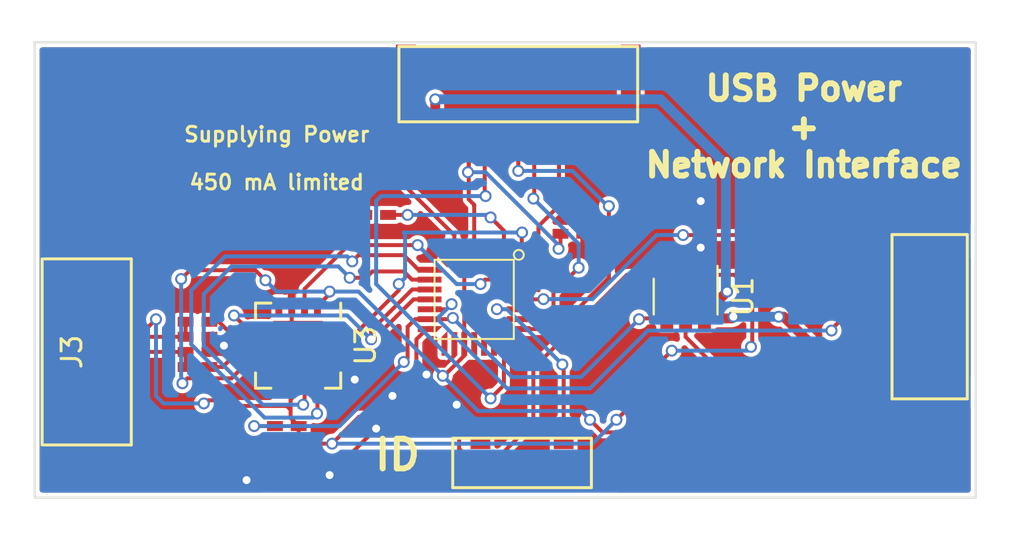
<source format=kicad_pcb>
(kicad_pcb (version 4) (host pcbnew 4.0.6-e0-6349~53~ubuntu16.04.1)

  (general
    (links 79)
    (no_connects 0)
    (area 115.773999 87.452999 164.550001 111.550001)
    (thickness 1.6)
    (drawings 7)
    (tracks 363)
    (zones 0)
    (modules 25)
    (nets 40)
  )

  (page A4)
  (layers
    (0 F.Cu signal)
    (31 B.Cu signal)
    (32 B.Adhes user)
    (33 F.Adhes user)
    (34 B.Paste user)
    (35 F.Paste user)
    (36 B.SilkS user)
    (37 F.SilkS user)
    (38 B.Mask user)
    (39 F.Mask user)
    (40 Dwgs.User user)
    (41 Cmts.User user)
    (42 Eco1.User user)
    (43 Eco2.User user)
    (44 Edge.Cuts user)
    (45 Margin user)
    (46 B.CrtYd user)
    (47 F.CrtYd user)
    (48 B.Fab user)
    (49 F.Fab user)
  )

  (setup
    (last_trace_width 0.2)
    (trace_clearance 0.2)
    (zone_clearance 0.2)
    (zone_45_only no)
    (trace_min 0.2)
    (segment_width 0.2)
    (edge_width 0.1)
    (via_size 0.6)
    (via_drill 0.4)
    (via_min_size 0.4)
    (via_min_drill 0.3)
    (uvia_size 0.3)
    (uvia_drill 0.1)
    (uvias_allowed no)
    (uvia_min_size 0.2)
    (uvia_min_drill 0.1)
    (pcb_text_width 0.3)
    (pcb_text_size 1.5 1.5)
    (mod_edge_width 0.15)
    (mod_text_size 1 1)
    (mod_text_width 0.15)
    (pad_size 1.5 1.5)
    (pad_drill 0.6)
    (pad_to_mask_clearance 0)
    (aux_axis_origin 0 0)
    (visible_elements FFFFFF7F)
    (pcbplotparams
      (layerselection 0x00030_80000001)
      (usegerberextensions false)
      (excludeedgelayer true)
      (linewidth 0.100000)
      (plotframeref false)
      (viasonmask false)
      (mode 1)
      (useauxorigin false)
      (hpglpennumber 1)
      (hpglpenspeed 20)
      (hpglpendiameter 15)
      (hpglpenoverlay 2)
      (psnegative false)
      (psa4output false)
      (plotreference true)
      (plotvalue true)
      (plotinvisibletext false)
      (padsonsilk false)
      (subtractmaskfromsilk false)
      (outputformat 1)
      (mirror false)
      (drillshape 1)
      (scaleselection 1)
      (outputdirectory ""))
  )

  (net 0 "")
  (net 1 GND)
  (net 2 +5V)
  (net 3 RESET)
  (net 4 "Net-(C3-Pad1)")
  (net 5 +3V3)
  (net 6 "Net-(C6-Pad2)")
  (net 7 "Net-(C7-Pad1)")
  (net 8 "Net-(D1-Pad2)")
  (net 9 +5VD)
  (net 10 A1IN)
  (net 11 A1EX)
  (net 12 MOSI)
  (net 13 NSS)
  (net 14 SWCLK)
  (net 15 SWDIO)
  (net 16 "Net-(J3-Pad4)")
  (net 17 "Net-(R1-Pad1)")
  (net 18 FAULT)
  (net 19 "Net-(R3-Pad1)")
  (net 20 "Net-(R4-Pad1)")
  (net 21 "Net-(R5-Pad1)")
  (net 22 EN)
  (net 23 LED1)
  (net 24 SWITCH)
  (net 25 "Net-(U2-Pad2)")
  (net 26 "Net-(U2-Pad3)")
  (net 27 "Net-(U2-Pad7)")
  (net 28 CBUS0)
  (net 29 CBUS1)
  (net 30 CBUS2)
  (net 31 CBUS3)
  (net 32 "Net-(U2-Pad15)")
  (net 33 "Net-(U2-Pad18)")
  (net 34 "Net-(U2-Pad19)")
  (net 35 "Net-(U2-Pad20)")
  (net 36 USART2_RX)
  (net 37 USART2_TX)
  (net 38 "Net-(U3-Pad4)")
  (net 39 "Net-(U3-Pad16)")

  (net_class Default "This is the default net class."
    (clearance 0.2)
    (trace_width 0.2)
    (via_dia 0.6)
    (via_drill 0.4)
    (uvia_dia 0.3)
    (uvia_drill 0.1)
    (add_net +3V3)
    (add_net +5V)
    (add_net A1EX)
    (add_net A1IN)
    (add_net CBUS0)
    (add_net CBUS1)
    (add_net CBUS2)
    (add_net CBUS3)
    (add_net EN)
    (add_net FAULT)
    (add_net GND)
    (add_net LED1)
    (add_net MOSI)
    (add_net NSS)
    (add_net "Net-(C3-Pad1)")
    (add_net "Net-(C6-Pad2)")
    (add_net "Net-(C7-Pad1)")
    (add_net "Net-(D1-Pad2)")
    (add_net "Net-(J3-Pad4)")
    (add_net "Net-(R1-Pad1)")
    (add_net "Net-(R3-Pad1)")
    (add_net "Net-(R4-Pad1)")
    (add_net "Net-(R5-Pad1)")
    (add_net "Net-(U2-Pad15)")
    (add_net "Net-(U2-Pad18)")
    (add_net "Net-(U2-Pad19)")
    (add_net "Net-(U2-Pad2)")
    (add_net "Net-(U2-Pad20)")
    (add_net "Net-(U2-Pad3)")
    (add_net "Net-(U2-Pad7)")
    (add_net "Net-(U3-Pad16)")
    (add_net "Net-(U3-Pad4)")
    (add_net RESET)
    (add_net SWCLK)
    (add_net SWDIO)
    (add_net SWITCH)
    (add_net USART2_RX)
    (add_net USART2_TX)
  )

  (net_class POWEr ""
    (clearance 0.2)
    (trace_width 0.5)
    (via_dia 0.6)
    (via_drill 0.4)
    (uvia_dia 0.3)
    (uvia_drill 0.1)
    (add_net +5VD)
  )

  (module ZF_footprints:ZF_SMD_NonPol_0402_cap (layer F.Cu) (tedit 594748C3) (tstamp 59471452)
    (at 129.7305 108.7755)
    (path /594449B9)
    (attr smd)
    (fp_text reference C1 (at 2.0955 0) (layer B.Fab)
      (effects (font (size 1 1) (thickness 0.15)) (justify mirror))
    )
    (fp_text value C (at 0 -1.5) (layer F.Fab) hide
      (effects (font (size 1 1) (thickness 0.15)))
    )
    (pad 1 smd rect (at -0.6 0) (size 0.8 0.5) (layers F.Cu F.Paste F.Mask)
      (net 1 GND))
    (pad 2 smd rect (at 0.6 0) (size 0.8 0.5) (layers F.Cu F.Paste F.Mask)
      (net 2 +5V))
    (model Capacitors_SMD.3dshapes/C_0402.wrl
      (at (xyz 0 0 0))
      (scale (xyz 1 1 1))
      (rotate (xyz 0 0 0))
    )
  )

  (module ZF_footprints:ZF_SMD_NonPol_0402_cap (layer F.Cu) (tedit 591A4FE3) (tstamp 59471458)
    (at 144.145 98.171)
    (path /59441C28)
    (attr smd)
    (fp_text reference C2 (at 0 -1) (layer B.Fab)
      (effects (font (size 1 1) (thickness 0.15)) (justify mirror))
    )
    (fp_text value C (at 0 -1.5) (layer F.Fab) hide
      (effects (font (size 1 1) (thickness 0.15)))
    )
    (pad 1 smd rect (at -0.6 0) (size 0.8 0.5) (layers F.Cu F.Paste F.Mask)
      (net 3 RESET))
    (pad 2 smd rect (at 0.6 0) (size 0.8 0.5) (layers F.Cu F.Paste F.Mask)
      (net 1 GND))
    (model Capacitors_SMD.3dshapes/C_0402.wrl
      (at (xyz 0 0 0))
      (scale (xyz 1 1 1))
      (rotate (xyz 0 0 0))
    )
  )

  (module ZF_footprints:ZF_SMD_NonPol_0402_cap (layer F.Cu) (tedit 594748BC) (tstamp 5947145E)
    (at 125.222 108.458)
    (path /59442AF5)
    (attr smd)
    (fp_text reference C3 (at 0 -0.9525) (layer B.Fab)
      (effects (font (size 1 1) (thickness 0.15)) (justify mirror))
    )
    (fp_text value C (at 0 -1.5) (layer F.Fab) hide
      (effects (font (size 1 1) (thickness 0.15)))
    )
    (pad 1 smd rect (at -0.6 0) (size 0.8 0.5) (layers F.Cu F.Paste F.Mask)
      (net 4 "Net-(C3-Pad1)"))
    (pad 2 smd rect (at 0.6 0) (size 0.8 0.5) (layers F.Cu F.Paste F.Mask)
      (net 1 GND))
    (model Capacitors_SMD.3dshapes/C_0402.wrl
      (at (xyz 0 0 0))
      (scale (xyz 1 1 1))
      (rotate (xyz 0 0 0))
    )
  )

  (module ZF_footprints:ZF_SMD_NonPol_0402_cap (layer F.Cu) (tedit 594748DA) (tstamp 59471464)
    (at 148.59 109.22)
    (path /59441AC4)
    (attr smd)
    (fp_text reference C4 (at 2.2225 0.1905) (layer B.Fab)
      (effects (font (size 1 1) (thickness 0.15)) (justify mirror))
    )
    (fp_text value C (at 0 -1.5) (layer F.Fab) hide
      (effects (font (size 1 1) (thickness 0.15)))
    )
    (pad 1 smd rect (at -0.6 0) (size 0.8 0.5) (layers F.Cu F.Paste F.Mask)
      (net 5 +3V3))
    (pad 2 smd rect (at 0.6 0) (size 0.8 0.5) (layers F.Cu F.Paste F.Mask)
      (net 1 GND))
    (model Capacitors_SMD.3dshapes/C_0402.wrl
      (at (xyz 0 0 0))
      (scale (xyz 1 1 1))
      (rotate (xyz 0 0 0))
    )
  )

  (module ZF_footprints:ZF_SMD_NonPol_0402_cap (layer F.Cu) (tedit 594748D7) (tstamp 5947146A)
    (at 148.59 108.204)
    (path /59441AED)
    (attr smd)
    (fp_text reference C5 (at 2.2225 -0.127) (layer B.Fab)
      (effects (font (size 1 1) (thickness 0.15)) (justify mirror))
    )
    (fp_text value C (at 0 -1.5) (layer F.Fab) hide
      (effects (font (size 1 1) (thickness 0.15)))
    )
    (pad 1 smd rect (at -0.6 0) (size 0.8 0.5) (layers F.Cu F.Paste F.Mask)
      (net 5 +3V3))
    (pad 2 smd rect (at 0.6 0) (size 0.8 0.5) (layers F.Cu F.Paste F.Mask)
      (net 1 GND))
    (model Capacitors_SMD.3dshapes/C_0402.wrl
      (at (xyz 0 0 0))
      (scale (xyz 1 1 1))
      (rotate (xyz 0 0 0))
    )
  )

  (module ZF_footprints:ZF_SMD_NonPol_0402_cap (layer F.Cu) (tedit 594748AF) (tstamp 59471470)
    (at 125.222 104.14 180)
    (path /5946E6B5)
    (attr smd)
    (fp_text reference C6 (at 1.905 -1.9685 180) (layer B.Fab)
      (effects (font (size 1 1) (thickness 0.15)) (justify mirror))
    )
    (fp_text value C (at 0 -1.5 180) (layer F.Fab) hide
      (effects (font (size 1 1) (thickness 0.15)))
    )
    (pad 1 smd rect (at -0.6 0 180) (size 0.8 0.5) (layers F.Cu F.Paste F.Mask)
      (net 1 GND))
    (pad 2 smd rect (at 0.6 0 180) (size 0.8 0.5) (layers F.Cu F.Paste F.Mask)
      (net 6 "Net-(C6-Pad2)"))
    (model Capacitors_SMD.3dshapes/C_0402.wrl
      (at (xyz 0 0 0))
      (scale (xyz 1 1 1))
      (rotate (xyz 0 0 0))
    )
  )

  (module ZF_footprints:ZF_SMD_NonPol_0402_cap (layer F.Cu) (tedit 59474895) (tstamp 59471476)
    (at 125.222 103.378)
    (path /5946E6F6)
    (attr smd)
    (fp_text reference C7 (at -2.032 0.254 180) (layer B.Fab)
      (effects (font (size 1 1) (thickness 0.15)) (justify mirror))
    )
    (fp_text value C (at 0 -1.5) (layer F.Fab) hide
      (effects (font (size 1 1) (thickness 0.15)))
    )
    (pad 1 smd rect (at -0.6 0) (size 0.8 0.5) (layers F.Cu F.Paste F.Mask)
      (net 7 "Net-(C7-Pad1)"))
    (pad 2 smd rect (at 0.6 0) (size 0.8 0.5) (layers F.Cu F.Paste F.Mask)
      (net 1 GND))
    (model Capacitors_SMD.3dshapes/C_0402.wrl
      (at (xyz 0 0 0))
      (scale (xyz 1 1 1))
      (rotate (xyz 0 0 0))
    )
  )

  (module ZF_footprints:ZF_SMD_NonPol_0402_cap (layer F.Cu) (tedit 591A4FE3) (tstamp 5947147C)
    (at 148.59 105.156)
    (path /5946EA47)
    (attr smd)
    (fp_text reference C8 (at 0 -1) (layer B.Fab)
      (effects (font (size 1 1) (thickness 0.15)) (justify mirror))
    )
    (fp_text value C (at 0 -1.5) (layer F.Fab) hide
      (effects (font (size 1 1) (thickness 0.15)))
    )
    (pad 1 smd rect (at -0.6 0) (size 0.8 0.5) (layers F.Cu F.Paste F.Mask)
      (net 2 +5V))
    (pad 2 smd rect (at 0.6 0) (size 0.8 0.5) (layers F.Cu F.Paste F.Mask)
      (net 1 GND))
    (model Capacitors_SMD.3dshapes/C_0402.wrl
      (at (xyz 0 0 0))
      (scale (xyz 1 1 1))
      (rotate (xyz 0 0 0))
    )
  )

  (module ZF_footprints:ZF_SMD_NonPol_0402 (layer F.Cu) (tedit 591A5088) (tstamp 59471482)
    (at 128.143 94.361)
    (path /59472070)
    (attr smd)
    (fp_text reference D1 (at -0.2 1.5 270) (layer B.Fab)
      (effects (font (size 1 1) (thickness 0.15)) (justify mirror))
    )
    (fp_text value LED (at 0 -1.5) (layer F.Fab) hide
      (effects (font (size 1 1) (thickness 0.15)))
    )
    (pad 1 smd rect (at -0.6 0) (size 0.8 0.5) (layers F.Cu F.Paste F.Mask)
      (net 1 GND))
    (pad 2 smd rect (at 0.6 0) (size 0.8 0.5) (layers F.Cu F.Paste F.Mask)
      (net 8 "Net-(D1-Pad2)"))
    (model Resistors_SMD.3dshapes/R_0402.wrl
      (at (xyz 0 0 0))
      (scale (xyz 1 1 1))
      (rotate (xyz 0 0 0))
    )
  )

  (module ZF_footprints:JW_USBMICROB_SMT (layer F.Cu) (tedit 5946FCBA) (tstamp 594714A4)
    (at 119.38 104.14 270)
    (path /59441A02)
    (fp_text reference J3 (at 0 0.5 270) (layer F.SilkS)
      (effects (font (size 1 1) (thickness 0.15)))
    )
    (fp_text value USB_OTG (at 0 -3.81 270) (layer F.Fab)
      (effects (font (size 1 1) (thickness 0.15)))
    )
    (fp_line (start -4.7 2) (end 4.7 2) (layer F.SilkS) (width 0.15))
    (fp_text user "0.5 mm to PCB edge" (at 0 1.27 270) (layer Cmts.User)
      (effects (font (size 0.5 0.25) (thickness 0.0625)))
    )
    (fp_line (start -4.7 -2.5) (end 4.7 -2.5) (layer F.SilkS) (width 0.15))
    (fp_line (start 4.7 1.9) (end 4.7 -2.5) (layer F.SilkS) (width 0.15))
    (fp_line (start -4.7 1.9) (end -4.7 -2.5) (layer F.SilkS) (width 0.15))
    (pad 1 smd rect (at -1.3 -1.725 270) (size 0.4 1.524) (layers F.Cu F.Paste F.Mask)
      (net 2 +5V) (clearance 0.25))
    (pad 2 smd rect (at -0.65 -1.725 270) (size 0.4 1.524) (layers F.Cu F.Paste F.Mask)
      (net 7 "Net-(C7-Pad1)") (clearance 0.25))
    (pad 3 smd rect (at 0 -1.725 270) (size 0.4 1.524) (layers F.Cu F.Paste F.Mask)
      (net 6 "Net-(C6-Pad2)") (clearance 0.25))
    (pad 4 smd rect (at 0.65 -1.725 270) (size 0.4 1.524) (layers F.Cu F.Paste F.Mask)
      (net 16 "Net-(J3-Pad4)") (clearance 0.25))
    (pad 5 smd rect (at 1.3 -1.725 270) (size 0.4 1.524) (layers F.Cu F.Paste F.Mask)
      (net 1 GND) (clearance 0.25))
    (pad 6 smd rect (at -3.7 0.95 270) (size 1.8 1.9) (layers F.Cu F.Paste F.Mask)
      (net 4 "Net-(C3-Pad1)"))
    (pad 6 smd rect (at 3.7 0.95 270) (size 1.8 1.9) (layers F.Cu F.Paste F.Mask)
      (net 4 "Net-(C3-Pad1)"))
  )

  (module ZF_footprints:ZF_SMD_NonPol_0402 (layer F.Cu) (tedit 591A5088) (tstamp 594714AA)
    (at 134.239 97.2185 180)
    (path /594424AA)
    (attr smd)
    (fp_text reference R1 (at -0.2 1.5 450) (layer B.Fab)
      (effects (font (size 1 1) (thickness 0.15)) (justify mirror))
    )
    (fp_text value R_Small (at 0 -1.5 180) (layer F.Fab) hide
      (effects (font (size 1 1) (thickness 0.15)))
    )
    (pad 1 smd rect (at -0.6 0 180) (size 0.8 0.5) (layers F.Cu F.Paste F.Mask)
      (net 17 "Net-(R1-Pad1)"))
    (pad 2 smd rect (at 0.6 0 180) (size 0.8 0.5) (layers F.Cu F.Paste F.Mask)
      (net 1 GND))
    (model Resistors_SMD.3dshapes/R_0402.wrl
      (at (xyz 0 0 0))
      (scale (xyz 1 1 1))
      (rotate (xyz 0 0 0))
    )
  )

  (module ZF_footprints:ZF_SMD_NonPol_0402 (layer F.Cu) (tedit 594748C0) (tstamp 594714B0)
    (at 129.7305 107.8865 180)
    (path /5944504D)
    (attr smd)
    (fp_text reference R2 (at -2.159 0.3175 180) (layer B.Fab)
      (effects (font (size 1 1) (thickness 0.15)) (justify mirror))
    )
    (fp_text value R (at 0 -1.5 180) (layer F.Fab) hide
      (effects (font (size 1 1) (thickness 0.15)))
    )
    (pad 1 smd rect (at -0.6 0 180) (size 0.8 0.5) (layers F.Cu F.Paste F.Mask)
      (net 2 +5V))
    (pad 2 smd rect (at 0.6 0 180) (size 0.8 0.5) (layers F.Cu F.Paste F.Mask)
      (net 18 FAULT))
    (model Resistors_SMD.3dshapes/R_0402.wrl
      (at (xyz 0 0 0))
      (scale (xyz 1 1 1))
      (rotate (xyz 0 0 0))
    )
  )

  (module ZF_footprints:ZF_SMD_NonPol_0402 (layer F.Cu) (tedit 594748E0) (tstamp 594714B6)
    (at 153.797 105.156)
    (path /59444C42)
    (attr smd)
    (fp_text reference R3 (at -0.0635 1.0795) (layer B.Fab)
      (effects (font (size 1 1) (thickness 0.15)) (justify mirror))
    )
    (fp_text value R (at 0 -1.5) (layer F.Fab) hide
      (effects (font (size 1 1) (thickness 0.15)))
    )
    (pad 1 smd rect (at -0.6 0) (size 0.8 0.5) (layers F.Cu F.Paste F.Mask)
      (net 19 "Net-(R3-Pad1)"))
    (pad 2 smd rect (at 0.6 0) (size 0.8 0.5) (layers F.Cu F.Paste F.Mask)
      (net 1 GND))
    (model Resistors_SMD.3dshapes/R_0402.wrl
      (at (xyz 0 0 0))
      (scale (xyz 1 1 1))
      (rotate (xyz 0 0 0))
    )
  )

  (module ZF_footprints:ZF_SMD_NonPol_0402 (layer F.Cu) (tedit 594748A8) (tstamp 594714BC)
    (at 125.222 104.902 180)
    (path /5946E621)
    (attr smd)
    (fp_text reference R4 (at 2.032 0 180) (layer B.Fab)
      (effects (font (size 1 1) (thickness 0.15)) (justify mirror))
    )
    (fp_text value R (at 0 -1.5 180) (layer F.Fab) hide
      (effects (font (size 1 1) (thickness 0.15)))
    )
    (pad 1 smd rect (at -0.6 0 180) (size 0.8 0.5) (layers F.Cu F.Paste F.Mask)
      (net 20 "Net-(R4-Pad1)"))
    (pad 2 smd rect (at 0.6 0 180) (size 0.8 0.5) (layers F.Cu F.Paste F.Mask)
      (net 6 "Net-(C6-Pad2)"))
    (model Resistors_SMD.3dshapes/R_0402.wrl
      (at (xyz 0 0 0))
      (scale (xyz 1 1 1))
      (rotate (xyz 0 0 0))
    )
  )

  (module ZF_footprints:ZF_SMD_NonPol_0402 (layer F.Cu) (tedit 59474890) (tstamp 594714C2)
    (at 125.222 102.616 180)
    (path /5946E65E)
    (attr smd)
    (fp_text reference R5 (at 2.032 0.1905 360) (layer B.Fab)
      (effects (font (size 1 1) (thickness 0.15)) (justify mirror))
    )
    (fp_text value R (at 0 -1.5 180) (layer F.Fab) hide
      (effects (font (size 1 1) (thickness 0.15)))
    )
    (pad 1 smd rect (at -0.6 0 180) (size 0.8 0.5) (layers F.Cu F.Paste F.Mask)
      (net 21 "Net-(R5-Pad1)"))
    (pad 2 smd rect (at 0.6 0 180) (size 0.8 0.5) (layers F.Cu F.Paste F.Mask)
      (net 7 "Net-(C7-Pad1)"))
    (model Resistors_SMD.3dshapes/R_0402.wrl
      (at (xyz 0 0 0))
      (scale (xyz 1 1 1))
      (rotate (xyz 0 0 0))
    )
  )

  (module ZF_footprints:ZF_SMD_NonPol_0402 (layer F.Cu) (tedit 594748CD) (tstamp 594714C8)
    (at 136.271 106.807 90)
    (path /59472E4E)
    (attr smd)
    (fp_text reference R6 (at -0.0635 1.27 180) (layer B.Fab)
      (effects (font (size 1 1) (thickness 0.15)) (justify mirror))
    )
    (fp_text value R (at 0 -1.5 90) (layer F.Fab) hide
      (effects (font (size 1 1) (thickness 0.15)))
    )
    (pad 1 smd rect (at -0.6 0 90) (size 0.8 0.5) (layers F.Cu F.Paste F.Mask)
      (net 2 +5V))
    (pad 2 smd rect (at 0.6 0 90) (size 0.8 0.5) (layers F.Cu F.Paste F.Mask)
      (net 22 EN))
    (model Resistors_SMD.3dshapes/R_0402.wrl
      (at (xyz 0 0 0))
      (scale (xyz 1 1 1))
      (rotate (xyz 0 0 0))
    )
  )

  (module ZF_footprints:ZF_SMD_NonPol_0402 (layer F.Cu) (tedit 591A5088) (tstamp 594714CE)
    (at 130.429 94.361)
    (path /594721A1)
    (attr smd)
    (fp_text reference R7 (at -0.2 1.5 270) (layer B.Fab)
      (effects (font (size 1 1) (thickness 0.15)) (justify mirror))
    )
    (fp_text value R (at 0 -1.5) (layer F.Fab) hide
      (effects (font (size 1 1) (thickness 0.15)))
    )
    (pad 1 smd rect (at -0.6 0) (size 0.8 0.5) (layers F.Cu F.Paste F.Mask)
      (net 8 "Net-(D1-Pad2)"))
    (pad 2 smd rect (at 0.6 0) (size 0.8 0.5) (layers F.Cu F.Paste F.Mask)
      (net 23 LED1))
    (model Resistors_SMD.3dshapes/R_0402.wrl
      (at (xyz 0 0 0))
      (scale (xyz 1 1 1))
      (rotate (xyz 0 0 0))
    )
  )

  (module ZF_footprints:ZF_SW_Momentary_SideMtg (layer F.Cu) (tedit 594748D4) (tstamp 594714D5)
    (at 141.605 110.998)
    (path /59441739)
    (attr smd)
    (fp_text reference SW1 (at -0.0635 -3.1115) (layer B.Fab)
      (effects (font (size 1 1) (thickness 0.15)) (justify mirror))
    )
    (fp_text value SW_PUSH (at 0 -4.25) (layer F.Fab) hide
      (effects (font (size 1 1) (thickness 0.15)))
    )
    (fp_line (start 3.5 0) (end 3.5 -2.5) (layer F.SilkS) (width 0.15))
    (fp_line (start 3.5 -2.5) (end -3.5 -2.5) (layer F.SilkS) (width 0.15))
    (fp_line (start -3.5 -2.5) (end -3.5 0) (layer F.SilkS) (width 0.15))
    (fp_line (start -3.5 0) (end 3.5 0) (layer F.SilkS) (width 0.15))
    (pad "" smd rect (at 0 -0.5) (size 9 1) (layers F.Cu F.Paste F.Mask))
    (pad 1 smd rect (at -2.1 -2.65) (size 1 1.4) (layers F.Cu F.Paste F.Mask)
      (net 1 GND))
    (pad 2 smd rect (at 2.1 -2.65) (size 1 1.4) (layers F.Cu F.Paste F.Mask)
      (net 24 SWITCH))
  )

  (module TO_SOT_Packages_SMD:SOT-23-6 (layer F.Cu) (tedit 58CE4E7E) (tstamp 594714DF)
    (at 149.86 101.346 270)
    (descr "6-pin SOT-23 package")
    (tags SOT-23-6)
    (path /59444578)
    (attr smd)
    (fp_text reference U1 (at 0 -2.9 270) (layer F.SilkS)
      (effects (font (size 1 1) (thickness 0.15)))
    )
    (fp_text value TPS2550 (at 0 2.9 270) (layer F.Fab)
      (effects (font (size 1 1) (thickness 0.15)))
    )
    (fp_text user %R (at 0 0 270) (layer F.Fab)
      (effects (font (size 0.5 0.5) (thickness 0.075)))
    )
    (fp_line (start -0.9 1.61) (end 0.9 1.61) (layer F.SilkS) (width 0.12))
    (fp_line (start 0.9 -1.61) (end -1.55 -1.61) (layer F.SilkS) (width 0.12))
    (fp_line (start 1.9 -1.8) (end -1.9 -1.8) (layer F.CrtYd) (width 0.05))
    (fp_line (start 1.9 1.8) (end 1.9 -1.8) (layer F.CrtYd) (width 0.05))
    (fp_line (start -1.9 1.8) (end 1.9 1.8) (layer F.CrtYd) (width 0.05))
    (fp_line (start -1.9 -1.8) (end -1.9 1.8) (layer F.CrtYd) (width 0.05))
    (fp_line (start -0.9 -0.9) (end -0.25 -1.55) (layer F.Fab) (width 0.1))
    (fp_line (start 0.9 -1.55) (end -0.25 -1.55) (layer F.Fab) (width 0.1))
    (fp_line (start -0.9 -0.9) (end -0.9 1.55) (layer F.Fab) (width 0.1))
    (fp_line (start 0.9 1.55) (end -0.9 1.55) (layer F.Fab) (width 0.1))
    (fp_line (start 0.9 -1.55) (end 0.9 1.55) (layer F.Fab) (width 0.1))
    (pad 1 smd rect (at -1.1 -0.95 270) (size 1.06 0.65) (layers F.Cu F.Paste F.Mask)
      (net 2 +5V))
    (pad 2 smd rect (at -1.1 0 270) (size 1.06 0.65) (layers F.Cu F.Paste F.Mask)
      (net 1 GND))
    (pad 3 smd rect (at -1.1 0.95 270) (size 1.06 0.65) (layers F.Cu F.Paste F.Mask)
      (net 22 EN))
    (pad 4 smd rect (at 1.1 0.95 270) (size 1.06 0.65) (layers F.Cu F.Paste F.Mask)
      (net 18 FAULT))
    (pad 6 smd rect (at 1.1 -0.95 270) (size 1.06 0.65) (layers F.Cu F.Paste F.Mask)
      (net 9 +5VD))
    (pad 5 smd rect (at 1.1 0 270) (size 1.06 0.65) (layers F.Cu F.Paste F.Mask)
      (net 19 "Net-(R3-Pad1)"))
    (model ${KISYS3DMOD}/TO_SOT_Packages_SMD.3dshapes/SOT-23-6.wrl
      (at (xyz 0 0 0))
      (scale (xyz 1 1 1))
      (rotate (xyz 0 0 0))
    )
  )

  (module ZF_footprints:ZF_IC_UFQFPN28-050 (layer F.Cu) (tedit 59471571) (tstamp 59471507)
    (at 139.192 101.473 180)
    (path /5935DB98)
    (attr smd)
    (fp_text reference U2 (at 0.424264 0.424264 405) (layer B.Fab)
      (effects (font (size 1 1) (thickness 0.15)) (justify mirror))
    )
    (fp_text value STM32L011Gx (at 0 -3.8 180) (layer F.Fab) hide
      (effects (font (size 1 1) (thickness 0.15)))
    )
    (fp_circle (center -2.246733 2.236815) (end -2.246733 1.986815) (layer F.SilkS) (width 0.1))
    (fp_line (start 2.003267 1.986815) (end -1.996733 1.986815) (layer F.SilkS) (width 0.1))
    (fp_line (start 2.003267 -2.013185) (end 2.003267 1.986815) (layer F.SilkS) (width 0.1))
    (fp_line (start -1.996733 -2.013185) (end 2.003267 -2.013185) (layer F.SilkS) (width 0.1))
    (fp_line (start -1.996733 1.986815) (end -1.996733 -2.013185) (layer F.SilkS) (width 0.1))
    (pad 1 smd rect (at -1.496733 2.386815) (size 0.3 0.9) (layers F.Cu F.Paste F.Mask)
      (net 17 "Net-(R1-Pad1)"))
    (pad 2 smd rect (at -0.996733 2.236815) (size 0.3 1.2) (layers F.Cu F.Paste F.Mask)
      (net 25 "Net-(U2-Pad2)"))
    (pad 3 smd rect (at -0.496733 2.236815) (size 0.3 1.2) (layers F.Cu F.Paste F.Mask)
      (net 26 "Net-(U2-Pad3)"))
    (pad 4 smd rect (at 0.003267 2.236815) (size 0.3 1.2) (layers F.Cu F.Paste F.Mask)
      (net 3 RESET))
    (pad 5 smd rect (at 0.503267 2.236815) (size 0.3 1.2) (layers F.Cu F.Paste F.Mask)
      (net 5 +3V3))
    (pad 6 smd rect (at 1.003267 2.236815) (size 0.3 1.2) (layers F.Cu F.Paste F.Mask)
      (net 23 LED1))
    (pad 7 smd rect (at 1.503267 2.386815) (size 0.3 0.9) (layers F.Cu F.Paste F.Mask)
      (net 27 "Net-(U2-Pad7)"))
    (pad 8 smd rect (at 2.403267 1.486815 90) (size 0.3 0.9) (layers F.Cu F.Paste F.Mask)
      (net 28 CBUS0))
    (pad 9 smd rect (at 2.253267 0.986815 90) (size 0.3 1.2) (layers F.Cu F.Paste F.Mask)
      (net 29 CBUS1))
    (pad 10 smd rect (at 2.253267 0.486815 90) (size 0.3 1.2) (layers F.Cu F.Paste F.Mask)
      (net 30 CBUS2))
    (pad 11 smd rect (at 2.253267 -0.013185 90) (size 0.3 1.2) (layers F.Cu F.Paste F.Mask)
      (net 31 CBUS3))
    (pad 12 smd rect (at 2.253267 -0.513185 90) (size 0.3 1.2) (layers F.Cu F.Paste F.Mask)
      (net 10 A1IN))
    (pad 13 smd rect (at 2.253267 -1.013185 90) (size 0.3 1.2) (layers F.Cu F.Paste F.Mask)
      (net 18 FAULT))
    (pad 14 smd rect (at 2.403267 -1.513185 90) (size 0.3 0.9) (layers F.Cu F.Paste F.Mask)
      (net 22 EN))
    (pad 15 smd rect (at 1.503267 -2.413185) (size 0.3 0.9) (layers F.Cu F.Paste F.Mask)
      (net 32 "Net-(U2-Pad15)"))
    (pad 16 smd rect (at 1.003267 -2.263185) (size 0.3 1.2) (layers F.Cu F.Paste F.Mask)
      (net 1 GND))
    (pad 17 smd rect (at 0.503267 -2.263185) (size 0.3 1.2) (layers F.Cu F.Paste F.Mask)
      (net 5 +3V3))
    (pad 18 smd rect (at 0.003267 -2.263185) (size 0.3 1.2) (layers F.Cu F.Paste F.Mask)
      (net 33 "Net-(U2-Pad18)"))
    (pad 19 smd rect (at -0.496733 -2.263185) (size 0.3 1.2) (layers F.Cu F.Paste F.Mask)
      (net 34 "Net-(U2-Pad19)"))
    (pad 20 smd rect (at -0.996733 -2.263185) (size 0.3 1.2) (layers F.Cu F.Paste F.Mask)
      (net 35 "Net-(U2-Pad20)"))
    (pad 21 smd rect (at -1.496733 -2.413185) (size 0.3 0.9) (layers F.Cu F.Paste F.Mask)
      (net 15 SWDIO))
    (pad 22 smd rect (at -2.396733 -1.513185 90) (size 0.3 0.9) (layers F.Cu F.Paste F.Mask)
      (net 14 SWCLK))
    (pad 23 smd rect (at -2.246733 -1.013185 90) (size 0.3 1.2) (layers F.Cu F.Paste F.Mask)
      (net 13 NSS))
    (pad 24 smd rect (at -2.246733 -0.513185 90) (size 0.3 1.2) (layers F.Cu F.Paste F.Mask)
      (net 24 SWITCH))
    (pad 25 smd rect (at -2.246733 -0.013185 90) (size 0.3 1.2) (layers F.Cu F.Paste F.Mask)
      (net 11 A1EX))
    (pad 26 smd rect (at -2.246733 0.486815 90) (size 0.3 1.2) (layers F.Cu F.Paste F.Mask)
      (net 12 MOSI))
    (pad 27 smd rect (at -2.246733 0.986815 90) (size 0.3 1.2) (layers F.Cu F.Paste F.Mask)
      (net 37 USART2_TX))
    (pad 28 smd rect (at -2.396733 1.486815 90) (size 0.3 0.9) (layers F.Cu F.Paste F.Mask)
      (net 36 USART2_RX))
    (pad 1 smd trapezoid (at -1.496733 1.986815) (size 0.3 0.5) (rect_delta 0.3 0 ) (layers F.Cu F.Paste F.Mask)
      (net 17 "Net-(R1-Pad1)"))
    (pad 28 smd trapezoid (at -1.996733 1.486815 90) (size 0.3 0.5) (rect_delta 0.3 0 ) (layers F.Cu F.Paste F.Mask)
      (net 36 USART2_RX))
    (pad 14 smd trapezoid (at 2.003267 -1.513185 270) (size 0.3 0.5) (rect_delta 0.3 0 ) (layers F.Cu F.Paste F.Mask)
      (net 22 EN))
    (pad 15 smd trapezoid (at 1.503267 -2.013185 180) (size 0.3 0.5) (rect_delta 0.3 0 ) (layers F.Cu F.Paste F.Mask)
      (net 32 "Net-(U2-Pad15)"))
    (pad 7 smd trapezoid (at 1.503267 1.986815 180) (size 0.3 0.5) (rect_delta 0.3 0 ) (layers F.Cu F.Paste F.Mask)
      (net 27 "Net-(U2-Pad7)"))
    (pad 8 smd trapezoid (at 2.003267 1.486815 90) (size 0.3 0.5) (rect_delta 0.3 0 ) (layers F.Cu F.Paste F.Mask)
      (net 28 CBUS0))
    (pad 21 smd trapezoid (at -1.496733 -2.013185) (size 0.3 0.5) (rect_delta 0.3 0 ) (layers F.Cu F.Paste F.Mask)
      (net 15 SWDIO))
    (pad 22 smd trapezoid (at -1.996733 -1.513185 270) (size 0.3 0.5) (rect_delta 0.3 0 ) (layers F.Cu F.Paste F.Mask)
      (net 14 SWCLK))
  )

  (module ZF_footprints:ZF_SMD_NonPol_0402_cap (layer F.Cu) (tedit 591A4FE3) (tstamp 5947E4AA)
    (at 129.7305 110.6805 180)
    (path /5947E653)
    (attr smd)
    (fp_text reference C9 (at 0 -1 180) (layer B.Fab)
      (effects (font (size 1 1) (thickness 0.15)) (justify mirror))
    )
    (fp_text value C (at 0 -1.5 180) (layer F.Fab) hide
      (effects (font (size 1 1) (thickness 0.15)))
    )
    (pad 1 smd rect (at -0.6 0 180) (size 0.8 0.5) (layers F.Cu F.Paste F.Mask)
      (net 2 +5V))
    (pad 2 smd rect (at 0.6 0 180) (size 0.8 0.5) (layers F.Cu F.Paste F.Mask)
      (net 1 GND))
    (model Capacitors_SMD.3dshapes/C_0402.wrl
      (at (xyz 0 0 0))
      (scale (xyz 1 1 1))
      (rotate (xyz 0 0 0))
    )
  )

  (module ZF_footprints:ZF_SMD_NonPol_0402_cap (layer F.Cu) (tedit 591A4FE3) (tstamp 5947E4B0)
    (at 129.7305 109.728 180)
    (path /5947E698)
    (attr smd)
    (fp_text reference C10 (at 0 -1 180) (layer B.Fab)
      (effects (font (size 1 1) (thickness 0.15)) (justify mirror))
    )
    (fp_text value C (at 0 -1.5 180) (layer F.Fab) hide
      (effects (font (size 1 1) (thickness 0.15)))
    )
    (pad 1 smd rect (at -0.6 0 180) (size 0.8 0.5) (layers F.Cu F.Paste F.Mask)
      (net 2 +5V))
    (pad 2 smd rect (at 0.6 0 180) (size 0.8 0.5) (layers F.Cu F.Paste F.Mask)
      (net 1 GND))
    (model Capacitors_SMD.3dshapes/C_0402.wrl
      (at (xyz 0 0 0))
      (scale (xyz 1 1 1))
      (rotate (xyz 0 0 0))
    )
  )

  (module Housings_DFN_QFN:QFN-16-1EP_4x4mm_Pitch0.65mm (layer F.Cu) (tedit 54130A77) (tstamp 5947E516)
    (at 130.302 103.8225 270)
    (descr "16-Lead Plastic Quad Flat, No Lead Package (ML) - 4x4x0.9 mm Body [QFN]; (see Microchip Packaging Specification 00000049BS.pdf)")
    (tags "QFN 0.65")
    (path /59442E37)
    (attr smd)
    (fp_text reference U3 (at 0 -3.4 270) (layer F.SilkS)
      (effects (font (size 1 1) (thickness 0.15)))
    )
    (fp_text value FT230XQ (at 0 3.4 270) (layer F.Fab)
      (effects (font (size 1 1) (thickness 0.15)))
    )
    (fp_line (start -1 -2) (end 2 -2) (layer F.Fab) (width 0.15))
    (fp_line (start 2 -2) (end 2 2) (layer F.Fab) (width 0.15))
    (fp_line (start 2 2) (end -2 2) (layer F.Fab) (width 0.15))
    (fp_line (start -2 2) (end -2 -1) (layer F.Fab) (width 0.15))
    (fp_line (start -2 -1) (end -1 -2) (layer F.Fab) (width 0.15))
    (fp_line (start -2.65 -2.65) (end -2.65 2.65) (layer F.CrtYd) (width 0.05))
    (fp_line (start 2.65 -2.65) (end 2.65 2.65) (layer F.CrtYd) (width 0.05))
    (fp_line (start -2.65 -2.65) (end 2.65 -2.65) (layer F.CrtYd) (width 0.05))
    (fp_line (start -2.65 2.65) (end 2.65 2.65) (layer F.CrtYd) (width 0.05))
    (fp_line (start 2.15 -2.15) (end 2.15 -1.375) (layer F.SilkS) (width 0.15))
    (fp_line (start -2.15 2.15) (end -2.15 1.375) (layer F.SilkS) (width 0.15))
    (fp_line (start 2.15 2.15) (end 2.15 1.375) (layer F.SilkS) (width 0.15))
    (fp_line (start -2.15 -2.15) (end -1.375 -2.15) (layer F.SilkS) (width 0.15))
    (fp_line (start -2.15 2.15) (end -1.375 2.15) (layer F.SilkS) (width 0.15))
    (fp_line (start 2.15 2.15) (end 1.375 2.15) (layer F.SilkS) (width 0.15))
    (fp_line (start 2.15 -2.15) (end 1.375 -2.15) (layer F.SilkS) (width 0.15))
    (pad 1 smd rect (at -2 -0.975 270) (size 0.8 0.35) (layers F.Cu F.Paste F.Mask)
      (net 5 +3V3))
    (pad 2 smd rect (at -2 -0.325 270) (size 0.8 0.35) (layers F.Cu F.Paste F.Mask)
      (net 37 USART2_TX))
    (pad 3 smd rect (at -2 0.325 270) (size 0.8 0.35) (layers F.Cu F.Paste F.Mask)
      (net 1 GND))
    (pad 4 smd rect (at -2 0.975 270) (size 0.8 0.35) (layers F.Cu F.Paste F.Mask)
      (net 38 "Net-(U3-Pad4)"))
    (pad 5 smd rect (at -0.975 2) (size 0.8 0.35) (layers F.Cu F.Paste F.Mask)
      (net 30 CBUS2))
    (pad 6 smd rect (at -0.325 2) (size 0.8 0.35) (layers F.Cu F.Paste F.Mask)
      (net 21 "Net-(R5-Pad1)"))
    (pad 7 smd rect (at 0.325 2) (size 0.8 0.35) (layers F.Cu F.Paste F.Mask)
      (net 20 "Net-(R4-Pad1)"))
    (pad 8 smd rect (at 0.975 2) (size 0.8 0.35) (layers F.Cu F.Paste F.Mask)
      (net 5 +3V3))
    (pad 9 smd rect (at 2 0.975 270) (size 0.8 0.35) (layers F.Cu F.Paste F.Mask)
      (net 5 +3V3))
    (pad 10 smd rect (at 2 0.325 270) (size 0.8 0.35) (layers F.Cu F.Paste F.Mask)
      (net 2 +5V))
    (pad 11 smd rect (at 2 -0.325 270) (size 0.8 0.35) (layers F.Cu F.Paste F.Mask)
      (net 29 CBUS1))
    (pad 12 smd rect (at 2 -0.975 270) (size 0.8 0.35) (layers F.Cu F.Paste F.Mask)
      (net 28 CBUS0))
    (pad 13 smd rect (at 0.975 -2) (size 0.8 0.35) (layers F.Cu F.Paste F.Mask)
      (net 1 GND))
    (pad 14 smd rect (at 0.325 -2) (size 0.8 0.35) (layers F.Cu F.Paste F.Mask)
      (net 31 CBUS3))
    (pad 15 smd rect (at -0.325 -2) (size 0.8 0.35) (layers F.Cu F.Paste F.Mask)
      (net 36 USART2_RX))
    (pad 16 smd rect (at -0.975 -2) (size 0.8 0.35) (layers F.Cu F.Paste F.Mask)
      (net 39 "Net-(U3-Pad16)"))
    (pad 17 smd rect (at 0.625 0.625 270) (size 1.25 1.25) (layers F.Cu F.Paste F.Mask)
      (net 1 GND) (solder_paste_margin_ratio -0.2))
    (pad 17 smd rect (at 0.625 -0.625 270) (size 1.25 1.25) (layers F.Cu F.Paste F.Mask)
      (net 1 GND) (solder_paste_margin_ratio -0.2))
    (pad 17 smd rect (at -0.625 0.625 270) (size 1.25 1.25) (layers F.Cu F.Paste F.Mask)
      (net 1 GND) (solder_paste_margin_ratio -0.2))
    (pad 17 smd rect (at -0.625 -0.625 270) (size 1.25 1.25) (layers F.Cu F.Paste F.Mask)
      (net 1 GND) (solder_paste_margin_ratio -0.2))
    (model Housings_DFN_QFN.3dshapes/QFN-16-1EP_4x4mm_Pitch0.65mm.wrl
      (at (xyz 0 0 0))
      (scale (xyz 1 1 1))
      (rotate (xyz 0 0 0))
    )
  )

  (module ZF_footprints:ZF_CONN_JST_GH (layer F.Cu) (tedit 5907BE82) (tstamp 5947EAF5)
    (at 162.179 102.362)
    (path /594417CE)
    (attr smd)
    (fp_text reference J1 (at 0.65 0 90) (layer B.Fab)
      (effects (font (size 1 1) (thickness 0.15)) (justify mirror))
    )
    (fp_text value CONN_01X04 (at 0 -6.099998) (layer F.Fab) hide
      (effects (font (size 1 1) (thickness 0.15)))
    )
    (fp_line (start 1.9 -4.15) (end -1.9 -4.15) (layer F.SilkS) (width 0.15))
    (fp_line (start -1.9 -4.15) (end -1.9 4.15) (layer F.SilkS) (width 0.15))
    (fp_line (start -1.9 4.15) (end 1.9 4.15) (layer F.SilkS) (width 0.15))
    (fp_line (start 1.9 4.15) (end 1.9 -4.15) (layer F.SilkS) (width 0.15))
    (pad 3 smd rect (at -2.4 -0.625 90) (size 0.6 1.7) (layers F.Cu F.Paste F.Mask)
      (net 10 A1IN))
    (pad 4 smd rect (at -2.4 -1.875 90) (size 0.6 1.7) (layers F.Cu F.Paste F.Mask)
      (net 11 A1EX))
    (pad 2 smd rect (at -2.4 0.625 90) (size 0.6 1.7) (layers F.Cu F.Paste F.Mask)
      (net 9 +5VD))
    (pad 1 smd rect (at -2.4 1.875 90) (size 0.6 1.7) (layers F.Cu F.Paste F.Mask)
      (net 1 GND))
    (pad "" smd rect (at 0.65 -3.8 90) (size 1 2.7) (layers F.Cu F.Paste F.Mask))
    (pad "" smd rect (at 0.65 3.8 90) (size 1 2.7) (layers F.Cu F.Paste F.Mask))
  )

  (module ZF_footprints:ZF_CONN_JST_GH_7POS (layer F.Cu) (tedit 58B5A309) (tstamp 5947EB06)
    (at 141.4145 90.6145 90)
    (path /5944189C)
    (attr smd)
    (fp_text reference J2 (at 0 0 360) (layer B.Fab)
      (effects (font (size 1 1) (thickness 0.15)) (justify mirror))
    )
    (fp_text value CONN_01X07 (at 0 -11 90) (layer F.Fab) hide
      (effects (font (size 1 1) (thickness 0.15)))
    )
    (fp_line (start 1.9 -6.025) (end -1.9 -6.025) (layer F.SilkS) (width 0.15))
    (fp_line (start -1.9 -6.025) (end -1.9 6.025) (layer F.SilkS) (width 0.15))
    (fp_line (start -1.9 6.025) (end 1.9 6.025) (layer F.SilkS) (width 0.15))
    (fp_line (start 1.9 6.025) (end 1.9 -6.025) (layer F.SilkS) (width 0.15))
    (pad 3 smd rect (at -2.4 1.25 180) (size 0.6 1.7) (layers F.Cu F.Paste F.Mask)
      (net 13 NSS))
    (pad 4 smd rect (at -2.4 0 180) (size 0.6 1.7) (layers F.Cu F.Paste F.Mask)
      (net 14 SWCLK))
    (pad 2 smd rect (at -2.4 2.5 180) (size 0.6 1.7) (layers F.Cu F.Paste F.Mask)
      (net 12 MOSI))
    (pad 1 smd rect (at -2.4 3.75 180) (size 0.6 1.7) (layers F.Cu F.Paste F.Mask)
      (net 1 GND))
    (pad "" smd rect (at 0.65 -5.675 180) (size 1 2.7) (layers F.Cu F.Paste F.Mask))
    (pad "" smd rect (at 0.65 5.675 180) (size 1 2.7) (layers F.Cu F.Paste F.Mask))
    (pad 5 smd rect (at -2.4 -1.25 90) (size 1.7 0.6) (layers F.Cu F.Paste F.Mask)
      (net 15 SWDIO))
    (pad 6 smd rect (at -2.4 -2.5 90) (size 1.7 0.6) (layers F.Cu F.Paste F.Mask)
      (net 3 RESET))
    (pad 7 smd rect (at -2.4 -3.75 90) (size 1.7 0.6) (layers F.Cu F.Paste F.Mask)
      (net 9 +5VD))
  )

  (gr_line (start 117 111.5) (end 164.5 111.5) (angle 90) (layer Edge.Cuts) (width 0.1))
  (gr_line (start 164.5 111.5) (end 164.5 88.5) (angle 90) (layer Edge.Cuts) (width 0.1))
  (gr_line (start 117 88.5) (end 117 111.5) (angle 90) (layer Edge.Cuts) (width 0.1))
  (gr_line (start 164.5 88.5) (end 117 88.5) (angle 90) (layer Edge.Cuts) (width 0.1))
  (gr_text ID (at 135.3185 109.347) (layer F.SilkS)
    (effects (font (size 1.5 1.5) (thickness 0.3)))
  )
  (gr_text "Supplying Power\n\n450 mA limited" (at 129.2225 94.361) (layer F.SilkS)
    (effects (font (size 0.75 0.75) (thickness 0.15)))
  )
  (gr_text "USB Power\n+\nNetwork Interface\n\n" (at 155.829 93.726) (layer F.SilkS)
    (effects (font (size 1.2 1.2) (thickness 0.3)))
  )

  (segment (start 126.4285 102.9335) (end 126.365 102.9335) (width 0.2) (layer B.Cu) (net 0) (tstamp 5947E793))
  (segment (start 126.365 102.997) (end 126.365 102.9335) (width 0.2) (layer B.Cu) (net 0) (tstamp 5947E750))
  (segment (start 134.239 108.0135) (end 131.8895 110.363) (width 0.2) (layer F.Cu) (net 1))
  (segment (start 135.0645 107.188) (end 134.239 108.0135) (width 0.2) (layer B.Cu) (net 1) (tstamp 5947F77E))
  (via (at 134.239 108.0135) (size 0.6) (drill 0.4) (layers F.Cu B.Cu) (net 1))
  (segment (start 136.779 105.283) (end 136.144 105.283) (width 0.2) (layer B.Cu) (net 1))
  (via (at 135.0645 106.3625) (size 0.6) (drill 0.4) (layers F.Cu B.Cu) (net 1))
  (segment (start 136.144 105.283) (end 135.0645 106.3625) (width 0.2) (layer B.Cu) (net 1) (tstamp 5947F69A))
  (segment (start 135.0645 106.3625) (end 135.0645 107.188) (width 0.2) (layer B.Cu) (net 1))
  (via (at 127.6985 110.617) (size 0.6) (drill 0.4) (layers F.Cu B.Cu) (net 1))
  (segment (start 131.6355 110.617) (end 127.6985 110.617) (width 0.2) (layer B.Cu) (net 1) (tstamp 5947F7A2))
  (segment (start 131.8895 110.363) (end 131.6355 110.617) (width 0.2) (layer B.Cu) (net 1) (tstamp 5947F7A1))
  (via (at 131.8895 110.363) (size 0.6) (drill 0.4) (layers F.Cu B.Cu) (net 1))
  (segment (start 126.5555 103.8225) (end 131.445 103.8225) (width 0.2) (layer B.Cu) (net 1))
  (via (at 126.5555 103.8225) (size 0.6) (drill 0.4) (layers F.Cu B.Cu) (net 1))
  (segment (start 126.111 103.378) (end 126.5555 103.8225) (width 0.2) (layer F.Cu) (net 1) (tstamp 5947EE27))
  (segment (start 133.1595 105.537) (end 132.42 104.7975) (width 0.2) (layer F.Cu) (net 1) (tstamp 5947F499))
  (via (at 133.1595 105.537) (size 0.6) (drill 0.4) (layers F.Cu B.Cu) (net 1))
  (segment (start 131.445 103.8225) (end 133.1595 105.537) (width 0.2) (layer B.Cu) (net 1) (tstamp 5947F491))
  (segment (start 132.42 104.7975) (end 132.302 104.7975) (width 0.2) (layer F.Cu) (net 1) (tstamp 5947F49A))
  (segment (start 125.822 103.378) (end 126.111 103.378) (width 0.2) (layer F.Cu) (net 1))
  (segment (start 130.927 103.1975) (end 129.677 103.1975) (width 0.2) (layer F.Cu) (net 1))
  (segment (start 129.977 101.8225) (end 129.977 100.7035) (width 0.2) (layer F.Cu) (net 1))
  (segment (start 129.977 100.7035) (end 129.921 100.6475) (width 0.2) (layer F.Cu) (net 1) (tstamp 5947ECFA))
  (segment (start 139.505 108.348) (end 139.505 108.009) (width 0.2) (layer F.Cu) (net 1))
  (segment (start 139.505 108.009) (end 138.303 106.807) (width 0.2) (layer F.Cu) (net 1) (tstamp 5947EB48))
  (segment (start 129.977 101.8225) (end 129.977 102.8975) (width 0.2) (layer F.Cu) (net 1))
  (segment (start 129.977 102.8975) (end 129.677 103.1975) (width 0.2) (layer F.Cu) (net 1) (tstamp 5947E665))
  (segment (start 132.302 104.7975) (end 131.277 104.7975) (width 0.2) (layer F.Cu) (net 1))
  (segment (start 131.277 104.7975) (end 130.927 104.4475) (width 0.2) (layer F.Cu) (net 1) (tstamp 5947E662))
  (segment (start 129.1305 108.7755) (end 129.1305 109.2485) (width 0.2) (layer F.Cu) (net 1))
  (segment (start 129.1305 109.2485) (end 129.0955 109.2835) (width 0.2) (layer F.Cu) (net 1) (tstamp 59474577))
  (segment (start 138.188733 103.736185) (end 138.188733 104.317767) (width 0.2) (layer F.Cu) (net 1))
  (segment (start 138.188733 104.317767) (end 137.668 104.8385) (width 0.2) (layer F.Cu) (net 1) (tstamp 594744F6))
  (segment (start 137.668 104.8385) (end 137.16 104.8385) (width 0.2) (layer F.Cu) (net 1) (tstamp 59474503))
  (segment (start 137.16 104.8385) (end 136.779 105.2195) (width 0.2) (layer F.Cu) (net 1) (tstamp 59474508))
  (segment (start 136.779 105.2195) (end 136.779 105.283) (width 0.2) (layer F.Cu) (net 1) (tstamp 5947450F))
  (via (at 136.779 105.283) (size 0.6) (drill 0.4) (layers F.Cu B.Cu) (net 1))
  (segment (start 136.779 105.283) (end 138.303 106.807) (width 0.2) (layer B.Cu) (net 1) (tstamp 59474511))
  (segment (start 139.505 107.84) (end 139.336 107.84) (width 0.2) (layer F.Cu) (net 1))
  (via (at 138.303 106.807) (size 0.6) (drill 0.4) (layers F.Cu B.Cu) (net 1))
  (segment (start 149.86 100.246) (end 149.86 99.6315) (width 0.2) (layer F.Cu) (net 1))
  (via (at 150.622 96.52) (size 0.6) (drill 0.4) (layers F.Cu B.Cu) (net 1))
  (segment (start 150.622 98.8695) (end 150.622 96.52) (width 0.2) (layer B.Cu) (net 1) (tstamp 594744CE))
  (via (at 150.622 98.8695) (size 0.6) (drill 0.4) (layers F.Cu B.Cu) (net 1))
  (segment (start 149.86 99.6315) (end 150.622 98.8695) (width 0.2) (layer F.Cu) (net 1) (tstamp 594744CB))
  (segment (start 125.822 104.14) (end 125.822 103.378) (width 0.5) (layer F.Cu) (net 1))
  (segment (start 123.1265 102.489) (end 123.1265 106.3625) (width 0.2) (layer B.Cu) (net 2))
  (segment (start 122.7755 102.84) (end 123.1265 102.489) (width 0.2) (layer F.Cu) (net 2) (tstamp 5947EA26))
  (via (at 123.1265 102.489) (size 0.6) (drill 0.4) (layers F.Cu B.Cu) (net 2))
  (segment (start 121.105 102.84) (end 122.7755 102.84) (width 0.2) (layer F.Cu) (net 2))
  (segment (start 125.69825 106.58475) (end 126.84125 106.58475) (width 0.2) (layer F.Cu) (net 2) (tstamp 5947ED73))
  (segment (start 125.5395 106.7435) (end 125.69825 106.58475) (width 0.2) (layer F.Cu) (net 2) (tstamp 5947ED72))
  (via (at 125.5395 106.7435) (size 0.6) (drill 0.4) (layers F.Cu B.Cu) (net 2))
  (segment (start 123.5075 106.7435) (end 125.5395 106.7435) (width 0.2) (layer B.Cu) (net 2) (tstamp 5947ED6C))
  (segment (start 123.1265 106.3625) (end 123.5075 106.7435) (width 0.2) (layer B.Cu) (net 2) (tstamp 5947ED67))
  (segment (start 136.271 107.407) (end 133.385 107.407) (width 0.2) (layer F.Cu) (net 2))
  (segment (start 133.385 107.407) (end 132.0165 108.7755) (width 0.2) (layer F.Cu) (net 2) (tstamp 5947EA72))
  (segment (start 129.7305 106.8705) (end 129.921 107.061) (width 0.2) (layer F.Cu) (net 2) (tstamp 5947EA42))
  (segment (start 127.127 106.8705) (end 129.7305 106.8705) (width 0.2) (layer F.Cu) (net 2) (tstamp 5947EA41))
  (segment (start 126.8095 106.553) (end 126.84125 106.58475) (width 0.2) (layer F.Cu) (net 2) (tstamp 5947EA40))
  (segment (start 126.84125 106.58475) (end 127.127 106.8705) (width 0.2) (layer F.Cu) (net 2) (tstamp 5947ED76))
  (segment (start 130.3305 109.728) (end 130.3305 108.7755) (width 0.2) (layer F.Cu) (net 2))
  (segment (start 130.3305 110.6805) (end 130.3305 109.728) (width 0.2) (layer F.Cu) (net 2))
  (segment (start 129.977 105.8225) (end 129.977 106.497) (width 0.2) (layer F.Cu) (net 2))
  (segment (start 129.921 107.477) (end 130.3305 107.8865) (width 0.2) (layer F.Cu) (net 2) (tstamp 5947E8E5))
  (segment (start 129.921 106.553) (end 129.921 107.061) (width 0.2) (layer F.Cu) (net 2) (tstamp 5947E8E3))
  (segment (start 129.921 107.061) (end 129.921 107.477) (width 0.2) (layer F.Cu) (net 2) (tstamp 5947EA4C))
  (segment (start 129.977 106.497) (end 129.921 106.553) (width 0.2) (layer F.Cu) (net 2) (tstamp 5947E8DE))
  (segment (start 147.99 105.156) (end 147.99 105.9465) (width 0.2) (layer F.Cu) (net 2))
  (segment (start 147.99 105.9465) (end 146.3675 107.569) (width 0.2) (layer F.Cu) (net 2) (tstamp 594743A1))
  (via (at 146.3675 107.569) (size 0.6) (drill 0.4) (layers F.Cu B.Cu) (net 2))
  (segment (start 146.3675 107.569) (end 145.161 108.7755) (width 0.2) (layer B.Cu) (net 2) (tstamp 594743A8))
  (segment (start 145.161 108.7755) (end 132.0165 108.7755) (width 0.2) (layer B.Cu) (net 2) (tstamp 594743A9))
  (via (at 132.0165 108.7755) (size 0.6) (drill 0.4) (layers F.Cu B.Cu) (net 2))
  (segment (start 132.0165 108.7755) (end 130.3305 108.7755) (width 0.2) (layer F.Cu) (net 2) (tstamp 594743B0))
  (segment (start 150.81 100.246) (end 152.316 100.246) (width 0.2) (layer F.Cu) (net 2))
  (segment (start 149.1615 104.0765) (end 148.082 105.156) (width 0.2) (layer F.Cu) (net 2) (tstamp 59474210))
  (via (at 149.1615 104.0765) (size 0.6) (drill 0.4) (layers F.Cu B.Cu) (net 2))
  (segment (start 152.9715 104.0765) (end 149.1615 104.0765) (width 0.2) (layer B.Cu) (net 2) (tstamp 5947420E))
  (segment (start 153.162 103.886) (end 152.9715 104.0765) (width 0.2) (layer B.Cu) (net 2) (tstamp 5947420D))
  (via (at 153.162 103.886) (size 0.6) (drill 0.4) (layers F.Cu B.Cu) (net 2))
  (segment (start 153.2255 103.8225) (end 153.162 103.886) (width 0.2) (layer F.Cu) (net 2) (tstamp 5947420B))
  (segment (start 153.2255 101.1555) (end 153.2255 103.8225) (width 0.2) (layer F.Cu) (net 2) (tstamp 59474209))
  (segment (start 152.316 100.246) (end 153.2255 101.1555) (width 0.2) (layer F.Cu) (net 2) (tstamp 59474205))
  (segment (start 148.082 105.156) (end 147.99 105.156) (width 0.2) (layer F.Cu) (net 2) (tstamp 59474211))
  (segment (start 130.3305 107.8865) (end 130.3305 108.7755) (width 0.2) (layer F.Cu) (net 2))
  (segment (start 143.4465 98.933) (end 143.4465 98.7425) (width 0.2) (layer B.Cu) (net 3))
  (segment (start 143.545 98.8345) (end 143.4465 98.933) (width 0.2) (layer F.Cu) (net 3) (tstamp 59473CEE))
  (via (at 143.4465 98.933) (size 0.6) (drill 0.4) (layers F.Cu B.Cu) (net 3))
  (segment (start 143.545 98.171) (end 143.545 98.8345) (width 0.2) (layer F.Cu) (net 3))
  (segment (start 138.9145 95.0195) (end 138.9145 93.0145) (width 0.2) (layer F.Cu) (net 3) (tstamp 5947EBB2))
  (segment (start 138.8745 95.0595) (end 138.9145 95.0195) (width 0.2) (layer F.Cu) (net 3) (tstamp 5947EBB1))
  (via (at 138.8745 95.0595) (size 0.6) (drill 0.4) (layers F.Cu B.Cu) (net 3))
  (segment (start 139.7635 95.0595) (end 138.8745 95.0595) (width 0.2) (layer B.Cu) (net 3) (tstamp 5947EBA4))
  (segment (start 140.3985 95.6945) (end 139.7635 95.0595) (width 0.2) (layer B.Cu) (net 3) (tstamp 5947EBA2))
  (segment (start 143.4465 98.7425) (end 140.3985 95.6945) (width 0.2) (layer B.Cu) (net 3) (tstamp 5947EB9D))
  (segment (start 139.188733 96.774) (end 139.188733 96.707233) (width 0.2) (layer F.Cu) (net 3))
  (segment (start 138.9145 96.433) (end 138.9145 93.0145) (width 0.2) (layer F.Cu) (net 3) (tstamp 5947EB93))
  (segment (start 139.188733 96.707233) (end 138.9145 96.433) (width 0.2) (layer F.Cu) (net 3) (tstamp 5947EB92))
  (segment (start 139.188733 99.236185) (end 139.188733 96.774) (width 0.2) (layer F.Cu) (net 3))
  (segment (start 139.188733 96.774) (end 139.188733 96.770733) (width 0.2) (layer F.Cu) (net 3) (tstamp 5947EB90))
  (segment (start 118.43 107.84) (end 118.43 100.44) (width 0.2) (layer F.Cu) (net 4))
  (segment (start 124.622 108.458) (end 119.048 108.458) (width 0.2) (layer F.Cu) (net 4))
  (segment (start 119.048 108.458) (end 118.43 107.84) (width 0.2) (layer F.Cu) (net 4) (tstamp 59471A33))
  (segment (start 126.9365 105.4735) (end 124.714 105.4735) (width 0.2) (layer F.Cu) (net 5))
  (segment (start 127.6125 104.7975) (end 126.9365 105.4735) (width 0.2) (layer F.Cu) (net 5) (tstamp 5947E9E4))
  (segment (start 128.302 104.7975) (end 127.6125 104.7975) (width 0.2) (layer F.Cu) (net 5))
  (segment (start 128.143 100.0125) (end 128.651 100.5205) (width 0.2) (layer F.Cu) (net 5) (tstamp 5947F567))
  (segment (start 124.841 100.0125) (end 128.143 100.0125) (width 0.2) (layer F.Cu) (net 5) (tstamp 5947F564))
  (segment (start 124.3965 100.457) (end 124.841 100.0125) (width 0.2) (layer F.Cu) (net 5) (tstamp 5947F563))
  (via (at 124.3965 100.457) (size 0.6) (drill 0.4) (layers F.Cu B.Cu) (net 5))
  (segment (start 124.3965 105.664) (end 124.3965 100.457) (width 0.2) (layer B.Cu) (net 5) (tstamp 5947F556))
  (segment (start 124.46 105.7275) (end 124.3965 105.664) (width 0.2) (layer B.Cu) (net 5) (tstamp 5947F555))
  (via (at 124.46 105.7275) (size 0.6) (drill 0.4) (layers F.Cu B.Cu) (net 5))
  (segment (start 124.714 105.4735) (end 124.46 105.7275) (width 0.2) (layer F.Cu) (net 5) (tstamp 5947F548))
  (segment (start 129.2225 101.092) (end 131.8895 101.092) (width 0.2) (layer B.Cu) (net 5) (tstamp 5947EA04))
  (via (at 128.651 100.5205) (size 0.6) (drill 0.4) (layers F.Cu B.Cu) (net 5))
  (segment (start 128.651 100.5205) (end 129.2225 101.092) (width 0.2) (layer B.Cu) (net 5) (tstamp 5947EA03))
  (segment (start 129.327 105.8225) (end 128.302 104.7975) (width 0.2) (layer F.Cu) (net 5))
  (segment (start 131.8895 101.092) (end 131.8895 101.21) (width 0.2) (layer F.Cu) (net 5))
  (segment (start 131.8895 101.21) (end 131.277 101.8225) (width 0.2) (layer F.Cu) (net 5) (tstamp 5947E656))
  (via (at 131.8895 101.092) (size 0.6) (drill 0.4) (layers F.Cu B.Cu) (net 5))
  (segment (start 133.35 101.092) (end 131.8895 101.092) (width 0.2) (layer B.Cu) (net 5) (tstamp 5947418A))
  (segment (start 137.6045 105.3465) (end 133.35 101.092) (width 0.2) (layer B.Cu) (net 5) (tstamp 59474189))
  (segment (start 147.99 108.204) (end 145.669 108.204) (width 0.2) (layer F.Cu) (net 5))
  (segment (start 139.3825 107.1245) (end 137.6045 105.3465) (width 0.2) (layer B.Cu) (net 5) (tstamp 59474282))
  (segment (start 144.5895 107.1245) (end 139.3825 107.1245) (width 0.2) (layer B.Cu) (net 5) (tstamp 5947427B))
  (segment (start 145.034 107.569) (end 144.5895 107.1245) (width 0.2) (layer B.Cu) (net 5) (tstamp 5947427A))
  (via (at 145.034 107.569) (size 0.6) (drill 0.4) (layers F.Cu B.Cu) (net 5))
  (segment (start 145.669 108.204) (end 145.034 107.569) (width 0.2) (layer F.Cu) (net 5) (tstamp 59474278))
  (segment (start 147.99 109.22) (end 147.99 108.204) (width 0.2) (layer F.Cu) (net 5))
  (segment (start 138.688733 103.736185) (end 138.688733 104.325767) (width 0.2) (layer F.Cu) (net 5))
  (segment (start 138.688733 104.325767) (end 137.668 105.3465) (width 0.2) (layer F.Cu) (net 5) (tstamp 59474180))
  (segment (start 137.668 105.3465) (end 137.6045 105.3465) (width 0.2) (layer F.Cu) (net 5) (tstamp 59474185))
  (via (at 137.6045 105.3465) (size 0.6) (drill 0.4) (layers F.Cu B.Cu) (net 5))
  (segment (start 138.688733 103.736185) (end 138.688733 99.236185) (width 0.2) (layer F.Cu) (net 5))
  (segment (start 124.622 104.14) (end 124.622 104.902) (width 0.2) (layer F.Cu) (net 6))
  (segment (start 124.622 104.14) (end 121.105 104.14) (width 0.2) (layer F.Cu) (net 6))
  (segment (start 124.622 102.616) (end 124.622 103.378) (width 0.2) (layer F.Cu) (net 7))
  (segment (start 124.622 103.378) (end 122.555 103.378) (width 0.2) (layer F.Cu) (net 7))
  (segment (start 122.443 103.49) (end 121.105 103.49) (width 0.2) (layer F.Cu) (net 7) (tstamp 59471A2C))
  (segment (start 122.555 103.378) (end 122.443 103.49) (width 0.2) (layer F.Cu) (net 7) (tstamp 59471A2B))
  (segment (start 128.743 94.361) (end 129.829 94.361) (width 0.2) (layer F.Cu) (net 8))
  (segment (start 154.559 102.362) (end 154.813 102.362) (width 0.5) (layer F.Cu) (net 9))
  (via (at 154.559 102.362) (size 0.6) (drill 0.4) (layers F.Cu B.Cu) (net 9))
  (segment (start 154.559 102.362) (end 152.273 102.362) (width 0.5) (layer B.Cu) (net 9) (tstamp 59474238))
  (via (at 152.273 102.362) (size 0.6) (drill 0.4) (layers F.Cu B.Cu) (net 9))
  (segment (start 152.273 102.362) (end 152.189 102.446) (width 0.5) (layer F.Cu) (net 9) (tstamp 5947423D))
  (segment (start 150.81 102.446) (end 152.189 102.446) (width 0.5) (layer F.Cu) (net 9) (tstamp 5947423E))
  (segment (start 158.4425 102.987) (end 159.779 102.987) (width 0.5) (layer F.Cu) (net 9) (tstamp 5947EBFA))
  (segment (start 157.5435 103.886) (end 158.4425 102.987) (width 0.5) (layer F.Cu) (net 9) (tstamp 5947EBF5))
  (segment (start 156.337 103.886) (end 157.5435 103.886) (width 0.5) (layer F.Cu) (net 9) (tstamp 5947EBF3))
  (segment (start 154.813 102.362) (end 156.337 103.886) (width 0.5) (layer F.Cu) (net 9) (tstamp 5947EBF1))
  (segment (start 137.2235 91.3765) (end 137.2235 92.5735) (width 0.5) (layer F.Cu) (net 9))
  (segment (start 137.2235 92.5735) (end 137.6645 93.0145) (width 0.5) (layer F.Cu) (net 9) (tstamp 5947EBBF))
  (segment (start 150.81 102.446) (end 150.81 102.2375) (width 0.5) (layer F.Cu) (net 9))
  (segment (start 150.81 102.2375) (end 151.9555 101.092) (width 0.5) (layer F.Cu) (net 9) (tstamp 594743D1))
  (segment (start 137.2235 91.3765) (end 137.22 91.38) (width 0.5) (layer F.Cu) (net 9) (tstamp 594743F2))
  (via (at 137.2235 91.3765) (size 0.6) (drill 0.4) (layers F.Cu B.Cu) (net 9))
  (segment (start 148.59 91.3765) (end 137.2235 91.3765) (width 0.5) (layer B.Cu) (net 9) (tstamp 594743E9))
  (segment (start 151.892 94.6785) (end 148.59 91.3765) (width 0.5) (layer B.Cu) (net 9) (tstamp 594743E4))
  (segment (start 151.892 101.0285) (end 151.892 94.6785) (width 0.5) (layer B.Cu) (net 9) (tstamp 594743DB))
  (segment (start 151.9555 101.092) (end 151.892 101.0285) (width 0.5) (layer B.Cu) (net 9) (tstamp 594743DA))
  (via (at 151.9555 101.092) (size 0.6) (drill 0.4) (layers F.Cu B.Cu) (net 9))
  (segment (start 157.226 103.0605) (end 157.226 102.997) (width 0.2) (layer F.Cu) (net 10))
  (segment (start 158.486 101.737) (end 159.779 101.737) (width 0.2) (layer F.Cu) (net 10) (tstamp 5947EBD3))
  (segment (start 157.226 102.997) (end 158.486 101.737) (width 0.2) (layer F.Cu) (net 10) (tstamp 5947EBD0))
  (segment (start 157.226 103.0605) (end 157.2795 103.007) (width 0.2) (layer F.Cu) (net 10) (tstamp 59474006))
  (via (at 157.226 103.0605) (size 0.6) (drill 0.4) (layers F.Cu B.Cu) (net 10))
  (segment (start 147.955 103.0605) (end 157.226 103.0605) (width 0.2) (layer B.Cu) (net 10) (tstamp 59473FFF))
  (segment (start 145.034 105.9815) (end 147.955 103.0605) (width 0.2) (layer B.Cu) (net 10) (tstamp 59473FF5))
  (segment (start 140.843 105.9815) (end 145.034 105.9815) (width 0.2) (layer B.Cu) (net 10) (tstamp 59473FF1))
  (segment (start 137.414 102.5525) (end 140.843 105.9815) (width 0.2) (layer B.Cu) (net 10) (tstamp 59473FEF))
  (segment (start 137.414 102.362) (end 137.414 102.5525) (width 0.2) (layer B.Cu) (net 10) (tstamp 59473FEC))
  (segment (start 138.049 101.727) (end 137.414 102.362) (width 0.2) (layer B.Cu) (net 10) (tstamp 59473FEB))
  (via (at 138.049 101.727) (size 0.6) (drill 0.4) (layers F.Cu B.Cu) (net 10))
  (segment (start 136.938733 101.986185) (end 137.789815 101.986185) (width 0.2) (layer F.Cu) (net 10))
  (segment (start 137.789815 101.986185) (end 138.049 101.727) (width 0.2) (layer F.Cu) (net 10) (tstamp 59473FE8))
  (segment (start 155.956 98.2345) (end 156.0195 98.2345) (width 0.2) (layer F.Cu) (net 11))
  (segment (start 142.671315 101.486185) (end 142.6845 101.473) (width 0.2) (layer F.Cu) (net 11) (tstamp 59473DD0))
  (via (at 142.6845 101.473) (size 0.6) (drill 0.4) (layers F.Cu B.Cu) (net 11))
  (segment (start 141.438733 101.486185) (end 142.671315 101.486185) (width 0.2) (layer F.Cu) (net 11))
  (segment (start 142.6845 101.473) (end 145.161 101.473) (width 0.2) (layer B.Cu) (net 11) (tstamp 59473DD3))
  (segment (start 145.161 101.473) (end 148.3995 98.2345) (width 0.2) (layer B.Cu) (net 11) (tstamp 59473DD4))
  (segment (start 148.3995 98.2345) (end 149.733 98.2345) (width 0.2) (layer B.Cu) (net 11) (tstamp 59473DDA))
  (via (at 149.733 98.2345) (size 0.6) (drill 0.4) (layers F.Cu B.Cu) (net 11))
  (segment (start 149.733 98.2345) (end 155.956 98.2345) (width 0.2) (layer F.Cu) (net 11) (tstamp 59473DDE))
  (segment (start 158.272 100.487) (end 156.083 98.298) (width 0.2) (layer F.Cu) (net 11) (tstamp 5947EBD9))
  (segment (start 158.272 100.487) (end 159.779 100.487) (width 0.2) (layer F.Cu) (net 11))
  (segment (start 156.0195 98.2345) (end 156.083 98.298) (width 0.2) (layer F.Cu) (net 11) (tstamp 5947EBE1))
  (segment (start 143.47 94.615) (end 143.47 93.459) (width 0.2) (layer F.Cu) (net 12))
  (segment (start 143.47 93.459) (end 143.9145 93.0145) (width 0.2) (layer F.Cu) (net 12) (tstamp 5947EB60))
  (segment (start 143.47 94.564) (end 143.47 94.615) (width 0.2) (layer F.Cu) (net 12))
  (segment (start 143.47 94.615) (end 143.47 96.7505) (width 0.2) (layer F.Cu) (net 12) (tstamp 5947EB5E))
  (segment (start 142.388185 100.986185) (end 141.438733 100.986185) (width 0.2) (layer F.Cu) (net 12) (tstamp 59473D73))
  (segment (start 142.4305 101.0285) (end 142.388185 100.986185) (width 0.2) (layer F.Cu) (net 12) (tstamp 59473D72))
  (segment (start 142.4305 97.79) (end 142.4305 101.0285) (width 0.2) (layer F.Cu) (net 12) (tstamp 59473D6E))
  (segment (start 143.47 96.7505) (end 142.4305 97.79) (width 0.2) (layer F.Cu) (net 12) (tstamp 59473D6A))
  (segment (start 142.22 94.615) (end 142.22 93.459) (width 0.2) (layer F.Cu) (net 13))
  (segment (start 142.22 93.459) (end 142.6645 93.0145) (width 0.2) (layer F.Cu) (net 13) (tstamp 5947EB5B))
  (segment (start 142.22 94.564) (end 142.22 94.615) (width 0.2) (layer F.Cu) (net 13))
  (segment (start 142.22 94.615) (end 142.22 96.3495) (width 0.2) (layer F.Cu) (net 13) (tstamp 5947EB59))
  (segment (start 143.131815 102.486185) (end 141.438733 102.486185) (width 0.2) (layer F.Cu) (net 13) (tstamp 59473DC9))
  (segment (start 143.1925 102.4255) (end 143.131815 102.486185) (width 0.2) (layer F.Cu) (net 13) (tstamp 59473DC8))
  (segment (start 143.1925 101.1555) (end 143.1925 102.4255) (width 0.2) (layer F.Cu) (net 13) (tstamp 59473DC3))
  (segment (start 144.4625 99.8855) (end 143.1925 101.1555) (width 0.2) (layer F.Cu) (net 13) (tstamp 59473DC2))
  (via (at 144.4625 99.8855) (size 0.6) (drill 0.4) (layers F.Cu B.Cu) (net 13))
  (segment (start 144.4625 98.679) (end 144.4625 99.8855) (width 0.2) (layer B.Cu) (net 13) (tstamp 59473DB4))
  (segment (start 142.1765 96.393) (end 144.4625 98.679) (width 0.2) (layer B.Cu) (net 13) (tstamp 59473DB3))
  (via (at 142.1765 96.393) (size 0.6) (drill 0.4) (layers F.Cu B.Cu) (net 13))
  (segment (start 142.22 96.3495) (end 142.1765 96.393) (width 0.2) (layer F.Cu) (net 13) (tstamp 59473DB1))
  (segment (start 145.9865 96.774) (end 145.923 96.774) (width 0.2) (layer B.Cu) (net 14))
  (segment (start 143.393815 102.986185) (end 145.9865 100.3935) (width 0.2) (layer F.Cu) (net 14) (tstamp 594741DB))
  (segment (start 145.9865 100.3935) (end 145.9865 96.774) (width 0.2) (layer F.Cu) (net 14) (tstamp 594741DD))
  (via (at 145.9865 96.774) (size 0.6) (drill 0.4) (layers F.Cu B.Cu) (net 14))
  (segment (start 141.588733 102.986185) (end 143.393815 102.986185) (width 0.2) (layer F.Cu) (net 14))
  (segment (start 141.4145 94.996) (end 141.4145 93.0145) (width 0.2) (layer F.Cu) (net 14) (tstamp 5947F6C8))
  (via (at 141.4145 94.996) (size 0.6) (drill 0.4) (layers F.Cu B.Cu) (net 14))
  (segment (start 144.145 94.996) (end 141.4145 94.996) (width 0.2) (layer B.Cu) (net 14) (tstamp 5947F6C3))
  (segment (start 145.923 96.774) (end 144.145 94.996) (width 0.2) (layer B.Cu) (net 14) (tstamp 5947F6C0))
  (segment (start 139.72 94.564) (end 139.72 93.459) (width 0.2) (layer F.Cu) (net 15))
  (segment (start 140.688733 105.818267) (end 140.0175 106.4895) (width 0.2) (layer F.Cu) (net 15) (tstamp 5947408D))
  (via (at 140.0175 106.4895) (size 0.6) (drill 0.4) (layers F.Cu B.Cu) (net 15))
  (segment (start 140.0175 106.4895) (end 134.239 100.711) (width 0.2) (layer B.Cu) (net 15) (tstamp 594740C1))
  (segment (start 134.239 100.711) (end 134.239 96.52) (width 0.2) (layer B.Cu) (net 15) (tstamp 594740C2))
  (segment (start 134.239 96.52) (end 134.493 96.266) (width 0.2) (layer B.Cu) (net 15) (tstamp 594740C9))
  (segment (start 134.493 96.266) (end 139.7635 96.266) (width 0.2) (layer B.Cu) (net 15) (tstamp 594740D5))
  (via (at 139.7635 96.266) (size 0.6) (drill 0.4) (layers F.Cu B.Cu) (net 15))
  (segment (start 139.7635 96.266) (end 139.72 96.2225) (width 0.2) (layer F.Cu) (net 15) (tstamp 594740DA))
  (segment (start 139.72 96.2225) (end 139.72 94.564) (width 0.2) (layer F.Cu) (net 15) (tstamp 594740DB))
  (segment (start 140.688733 103.886185) (end 140.688733 105.818267) (width 0.2) (layer F.Cu) (net 15))
  (segment (start 139.72 93.459) (end 140.1645 93.0145) (width 0.2) (layer F.Cu) (net 15) (tstamp 5947EB63))
  (segment (start 140.688733 99.086185) (end 140.688733 98.016733) (width 0.2) (layer F.Cu) (net 17))
  (segment (start 135.8265 97.2185) (end 134.839 97.2185) (width 0.2) (layer F.Cu) (net 17) (tstamp 5947438D))
  (via (at 135.8265 97.2185) (size 0.6) (drill 0.4) (layers F.Cu B.Cu) (net 17))
  (segment (start 139.8905 97.2185) (end 135.8265 97.2185) (width 0.2) (layer B.Cu) (net 17) (tstamp 5947438B))
  (segment (start 140.0175 97.3455) (end 139.8905 97.2185) (width 0.2) (layer B.Cu) (net 17) (tstamp 5947438A))
  (via (at 140.0175 97.3455) (size 0.6) (drill 0.4) (layers F.Cu B.Cu) (net 17))
  (segment (start 140.688733 98.016733) (end 140.0175 97.3455) (width 0.2) (layer F.Cu) (net 17) (tstamp 59474384))
  (segment (start 131.8895 107.8865) (end 132.3975 107.8865) (width 0.2) (layer B.Cu) (net 18))
  (segment (start 136.210315 102.486185) (end 136.938733 102.486185) (width 0.2) (layer F.Cu) (net 18) (tstamp 5947E6C2))
  (segment (start 135.8265 102.87) (end 136.210315 102.486185) (width 0.2) (layer F.Cu) (net 18) (tstamp 5947E6BD))
  (segment (start 135.8265 104.4575) (end 135.8265 102.87) (width 0.2) (layer F.Cu) (net 18) (tstamp 5947E6BC))
  (segment (start 135.636 104.648) (end 135.8265 104.4575) (width 0.2) (layer F.Cu) (net 18) (tstamp 5947E6BB))
  (via (at 135.636 104.648) (size 0.6) (drill 0.4) (layers F.Cu B.Cu) (net 18))
  (segment (start 132.3975 107.8865) (end 135.636 104.648) (width 0.2) (layer B.Cu) (net 18) (tstamp 5947E6B9))
  (segment (start 129.1305 107.8865) (end 128.0795 107.8865) (width 0.2) (layer F.Cu) (net 18))
  (segment (start 128.0795 107.8865) (end 131.8895 107.8865) (width 0.2) (layer B.Cu) (net 18) (tstamp 59473F5F))
  (segment (start 131.8895 107.8865) (end 131.953 107.8865) (width 0.2) (layer B.Cu) (net 18) (tstamp 5947E6B7))
  (via (at 128.0795 107.8865) (size 0.6) (drill 0.4) (layers F.Cu B.Cu) (net 18))
  (segment (start 148.91 102.446) (end 147.5535 102.446) (width 0.2) (layer F.Cu) (net 18))
  (segment (start 147.5535 102.446) (end 147.5105 102.489) (width 0.2) (layer F.Cu) (net 18) (tstamp 59473ED8))
  (via (at 147.5105 102.489) (size 0.6) (drill 0.4) (layers F.Cu B.Cu) (net 18))
  (segment (start 147.5105 102.489) (end 144.5895 105.41) (width 0.2) (layer B.Cu) (net 18) (tstamp 59473EF5))
  (segment (start 144.5895 105.41) (end 141.097 105.41) (width 0.2) (layer B.Cu) (net 18) (tstamp 59473EF6))
  (segment (start 141.097 105.41) (end 138.1125 102.4255) (width 0.2) (layer B.Cu) (net 18) (tstamp 59473EFA))
  (via (at 138.1125 102.4255) (size 0.6) (drill 0.4) (layers F.Cu B.Cu) (net 18))
  (segment (start 138.1125 102.4255) (end 138.051815 102.486185) (width 0.2) (layer F.Cu) (net 18) (tstamp 59473EFE))
  (segment (start 138.051815 102.486185) (end 136.938733 102.486185) (width 0.2) (layer F.Cu) (net 18) (tstamp 59473EFF))
  (segment (start 153.197 105.156) (end 151.638 105.156) (width 0.2) (layer F.Cu) (net 19))
  (segment (start 149.86 103.378) (end 149.86 102.446) (width 0.2) (layer F.Cu) (net 19) (tstamp 59473D24))
  (segment (start 151.638 105.156) (end 149.86 103.378) (width 0.2) (layer F.Cu) (net 19) (tstamp 59473D1F))
  (segment (start 125.822 104.902) (end 126.492 104.902) (width 0.2) (layer F.Cu) (net 20))
  (segment (start 127.2465 104.1475) (end 128.302 104.1475) (width 0.2) (layer F.Cu) (net 20) (tstamp 5947E65A))
  (segment (start 126.492 104.902) (end 127.2465 104.1475) (width 0.2) (layer F.Cu) (net 20) (tstamp 5947E659))
  (segment (start 125.822 102.616) (end 126.3015 102.616) (width 0.2) (layer F.Cu) (net 21))
  (segment (start 127.183 103.4975) (end 128.302 103.4975) (width 0.2) (layer F.Cu) (net 21) (tstamp 5947E65E))
  (segment (start 126.3015 102.616) (end 127.183 103.4975) (width 0.2) (layer F.Cu) (net 21) (tstamp 5947E65D))
  (segment (start 140.9065 108.966) (end 140.208 109.6645) (width 0.2) (layer F.Cu) (net 22))
  (segment (start 136.8775 106.207) (end 138.43 107.7595) (width 0.2) (layer F.Cu) (net 22) (tstamp 594740ED))
  (segment (start 138.43 107.7595) (end 138.43 109.0295) (width 0.2) (layer F.Cu) (net 22) (tstamp 594740F8))
  (segment (start 140.9065 108.966) (end 142.1765 107.696) (width 0.2) (layer F.Cu) (net 22) (tstamp 594740FF))
  (segment (start 142.1765 107.696) (end 142.1765 104.9655) (width 0.2) (layer F.Cu) (net 22) (tstamp 59474103))
  (segment (start 142.1765 104.9655) (end 146.896 100.246) (width 0.2) (layer F.Cu) (net 22) (tstamp 59474107))
  (segment (start 148.91 100.246) (end 146.896 100.246) (width 0.2) (layer F.Cu) (net 22) (tstamp 5947410A))
  (segment (start 136.8775 106.207) (end 136.271 106.207) (width 0.2) (layer F.Cu) (net 22))
  (segment (start 139.065 109.6645) (end 138.43 109.0295) (width 0.2) (layer F.Cu) (net 22) (tstamp 5947EB45))
  (segment (start 140.208 109.6645) (end 139.065 109.6645) (width 0.2) (layer F.Cu) (net 22) (tstamp 5947EB44))
  (segment (start 136.271 106.207) (end 136.271 103.503918) (width 0.2) (layer F.Cu) (net 22))
  (segment (start 136.271 103.503918) (end 136.788733 102.986185) (width 0.2) (layer F.Cu) (net 22) (tstamp 59471BA0))
  (segment (start 131.029 94.361) (end 134.3025 94.361) (width 0.2) (layer F.Cu) (net 23))
  (segment (start 138.188733 98.247233) (end 138.188733 99.236185) (width 0.2) (layer F.Cu) (net 23) (tstamp 59473CA4))
  (segment (start 134.3025 94.361) (end 138.188733 98.247233) (width 0.2) (layer F.Cu) (net 23) (tstamp 59473C90))
  (segment (start 143.705 108.348) (end 143.705 104.843) (width 0.2) (layer F.Cu) (net 24))
  (segment (start 143.705 104.843) (end 143.637 104.775) (width 0.2) (layer F.Cu) (net 24) (tstamp 5947EB4E))
  (segment (start 140.340185 101.986185) (end 141.438733 101.986185) (width 0.2) (layer F.Cu) (net 24) (tstamp 5947408A))
  (segment (start 140.335 101.981) (end 140.340185 101.986185) (width 0.2) (layer F.Cu) (net 24) (tstamp 59474089))
  (via (at 140.335 101.981) (size 0.6) (drill 0.4) (layers F.Cu B.Cu) (net 24))
  (segment (start 140.843 101.981) (end 140.335 101.981) (width 0.2) (layer B.Cu) (net 24) (tstamp 5947407E))
  (segment (start 143.637 104.775) (end 140.843 101.981) (width 0.2) (layer B.Cu) (net 24) (tstamp 5947407D))
  (via (at 143.637 104.775) (size 0.6) (drill 0.4) (layers F.Cu B.Cu) (net 24))
  (segment (start 143.705 104.843) (end 143.637 104.775) (width 0.2) (layer F.Cu) (net 24) (tstamp 5947407A))
  (segment (start 126.619 99.314) (end 132.7785 99.314) (width 0.2) (layer B.Cu) (net 28))
  (segment (start 131.277 107.229) (end 131.2545 107.2515) (width 0.2) (layer F.Cu) (net 28) (tstamp 5947E7A6))
  (via (at 131.2545 107.2515) (size 0.6) (drill 0.4) (layers F.Cu B.Cu) (net 28))
  (segment (start 131.2545 107.2515) (end 131.048002 107.457998) (width 0.2) (layer B.Cu) (net 28) (tstamp 5947E7AF))
  (segment (start 131.048002 107.457998) (end 128.603498 107.457998) (width 0.2) (layer B.Cu) (net 28) (tstamp 5947E7B0))
  (segment (start 128.603498 107.457998) (end 124.9045 103.759) (width 0.2) (layer B.Cu) (net 28) (tstamp 5947E7B2))
  (segment (start 124.9045 103.759) (end 124.9045 101.0285) (width 0.2) (layer B.Cu) (net 28) (tstamp 5947E7BF))
  (segment (start 124.9045 101.0285) (end 126.619 99.314) (width 0.2) (layer B.Cu) (net 28) (tstamp 5947E7C6))
  (segment (start 136.371685 99.986185) (end 135.636 99.2505) (width 0.2) (layer F.Cu) (net 28) (tstamp 5947E7DC))
  (segment (start 131.277 107.229) (end 131.277 105.8225) (width 0.2) (layer F.Cu) (net 28))
  (segment (start 133.35 99.2505) (end 135.636 99.2505) (width 0.2) (layer F.Cu) (net 28) (tstamp 5947E986))
  (segment (start 133.0325 99.568) (end 133.35 99.2505) (width 0.2) (layer F.Cu) (net 28) (tstamp 5947E985))
  (via (at 133.0325 99.568) (size 0.6) (drill 0.4) (layers F.Cu B.Cu) (net 28))
  (segment (start 132.7785 99.314) (end 133.0325 99.568) (width 0.2) (layer B.Cu) (net 28) (tstamp 5947E982))
  (segment (start 136.371685 99.986185) (end 136.788733 99.986185) (width 0.2) (layer F.Cu) (net 28) (tstamp 5947E7DD))
  (segment (start 130.556 106.807) (end 128.518188 106.807) (width 0.2) (layer B.Cu) (net 29))
  (segment (start 128.0795 99.822) (end 132.334 99.822) (width 0.2) (layer B.Cu) (net 29) (tstamp 5947E9C6))
  (segment (start 132.334 99.822) (end 132.9055 100.3935) (width 0.2) (layer B.Cu) (net 29) (tstamp 5947E9CA))
  (via (at 132.9055 100.3935) (size 0.6) (drill 0.4) (layers F.Cu B.Cu) (net 29))
  (segment (start 132.9055 100.3935) (end 133.731 100.3935) (width 0.2) (layer F.Cu) (net 29) (tstamp 5947E9CD))
  (segment (start 133.731 100.3935) (end 134.0485 100.076) (width 0.2) (layer F.Cu) (net 29) (tstamp 5947E9CE))
  (segment (start 134.0485 100.076) (end 135.636 100.076) (width 0.2) (layer F.Cu) (net 29) (tstamp 5947E9D3))
  (segment (start 136.046185 100.486185) (end 136.938733 100.486185) (width 0.2) (layer F.Cu) (net 29) (tstamp 5947E767))
  (segment (start 135.636 100.076) (end 136.046185 100.486185) (width 0.2) (layer F.Cu) (net 29) (tstamp 5947E764))
  (segment (start 126.9365 99.822) (end 128.0795 99.822) (width 0.2) (layer B.Cu) (net 29) (tstamp 5947F513))
  (segment (start 125.5395 101.219) (end 126.9365 99.822) (width 0.2) (layer B.Cu) (net 29) (tstamp 5947F50D))
  (segment (start 125.5395 103.828312) (end 125.5395 101.219) (width 0.2) (layer B.Cu) (net 29) (tstamp 5947F505))
  (segment (start 128.518188 106.807) (end 125.5395 103.828312) (width 0.2) (layer B.Cu) (net 29) (tstamp 5947F500))
  (segment (start 130.627 105.8225) (end 130.627 106.736) (width 0.2) (layer F.Cu) (net 29))
  (segment (start 130.429 106.934) (end 130.3655 106.934) (width 0.2) (layer B.Cu) (net 29) (tstamp 5947E8B2))
  (segment (start 130.556 106.807) (end 130.429 106.934) (width 0.2) (layer B.Cu) (net 29) (tstamp 5947E8B1))
  (via (at 130.556 106.807) (size 0.6) (drill 0.4) (layers F.Cu B.Cu) (net 29))
  (segment (start 130.627 106.736) (end 130.556 106.807) (width 0.2) (layer F.Cu) (net 29) (tstamp 5947E8AE))
  (segment (start 136.938733 100.986185) (end 136.059315 100.986185) (width 0.2) (layer F.Cu) (net 30))
  (segment (start 127.6125 102.8475) (end 128.302 102.8475) (width 0.2) (layer F.Cu) (net 30) (tstamp 5947E6A4))
  (segment (start 127.0635 102.2985) (end 127.6125 102.8475) (width 0.2) (layer F.Cu) (net 30) (tstamp 5947E6A3))
  (via (at 127.0635 102.2985) (size 0.6) (drill 0.4) (layers F.Cu B.Cu) (net 30))
  (segment (start 132.7785 102.2985) (end 127.0635 102.2985) (width 0.2) (layer B.Cu) (net 30) (tstamp 5947E6A0))
  (segment (start 133.985 103.505) (end 132.7785 102.2985) (width 0.2) (layer B.Cu) (net 30) (tstamp 5947E69F))
  (via (at 133.985 103.505) (size 0.6) (drill 0.4) (layers F.Cu B.Cu) (net 30))
  (segment (start 133.985 103.0605) (end 133.985 103.505) (width 0.2) (layer F.Cu) (net 30) (tstamp 5947E69D))
  (segment (start 136.059315 100.986185) (end 133.985 103.0605) (width 0.2) (layer F.Cu) (net 30) (tstamp 5947E696))
  (segment (start 132.302 104.1475) (end 134.2315 104.1475) (width 0.2) (layer F.Cu) (net 31))
  (segment (start 136.125003 101.486185) (end 136.938733 101.486185) (width 0.2) (layer F.Cu) (net 31) (tstamp 5947E6D2))
  (segment (start 134.617094 102.994094) (end 136.125003 101.486185) (width 0.2) (layer F.Cu) (net 31) (tstamp 5947E6CF))
  (segment (start 134.617094 103.761906) (end 134.617094 102.994094) (width 0.2) (layer F.Cu) (net 31) (tstamp 5947E6CC))
  (segment (start 134.2315 104.1475) (end 134.617094 103.761906) (width 0.2) (layer F.Cu) (net 31) (tstamp 5947E6C7))
  (segment (start 134.239 102.1715) (end 135.382 101.0285) (width 0.2) (layer F.Cu) (net 36))
  (segment (start 141.605 98.1075) (end 141.588733 98.123767) (width 0.2) (layer F.Cu) (net 36) (tstamp 5947C536))
  (via (at 141.605 98.1075) (size 0.6) (drill 0.4) (layers F.Cu B.Cu) (net 36))
  (segment (start 135.636 98.1075) (end 141.605 98.1075) (width 0.2) (layer B.Cu) (net 36) (tstamp 5947C531))
  (segment (start 141.588733 99.986185) (end 141.588733 98.123767) (width 0.2) (layer F.Cu) (net 36) (tstamp 5947C537))
  (segment (start 132.913 103.4975) (end 134.239 102.1715) (width 0.2) (layer F.Cu) (net 36) (tstamp 5947E678))
  (segment (start 132.913 103.4975) (end 132.302 103.4975) (width 0.2) (layer F.Cu) (net 36))
  (segment (start 135.6995 98.171) (end 135.636 98.1075) (width 0.2) (layer B.Cu) (net 36) (tstamp 5947E72F))
  (segment (start 135.6995 100.3935) (end 135.6995 98.171) (width 0.2) (layer B.Cu) (net 36) (tstamp 5947E72B))
  (segment (start 135.382 100.711) (end 135.6995 100.3935) (width 0.2) (layer B.Cu) (net 36) (tstamp 5947E72A))
  (via (at 135.382 100.711) (size 0.6) (drill 0.4) (layers F.Cu B.Cu) (net 36))
  (segment (start 135.382 101.0285) (end 135.382 100.711) (width 0.2) (layer F.Cu) (net 36) (tstamp 5947E711))
  (segment (start 132.302 103.4975) (end 132.659 103.4975) (width 0.2) (layer F.Cu) (net 36))
  (segment (start 141.588733 99.986185) (end 141.588733 99.965267) (width 0.2) (layer F.Cu) (net 36))
  (segment (start 130.627 101.8225) (end 130.627 100.9575) (width 0.2) (layer F.Cu) (net 37))
  (via (at 136.3345 98.7425) (size 0.6) (drill 0.4) (layers F.Cu B.Cu) (net 37))
  (segment (start 136.3345 98.7425) (end 138.303 100.711) (width 0.2) (layer B.Cu) (net 37) (tstamp 5947C506))
  (segment (start 138.303 100.711) (end 139.5095 100.711) (width 0.2) (layer B.Cu) (net 37) (tstamp 5947C507))
  (via (at 139.5095 100.711) (size 0.6) (drill 0.4) (layers F.Cu B.Cu) (net 37))
  (segment (start 139.5095 100.711) (end 139.734315 100.486185) (width 0.2) (layer F.Cu) (net 37) (tstamp 5947C519))
  (segment (start 139.734315 100.486185) (end 141.438733 100.486185) (width 0.2) (layer F.Cu) (net 37) (tstamp 5947C51A))
  (segment (start 132.842 98.7425) (end 136.3345 98.7425) (width 0.2) (layer F.Cu) (net 37) (tstamp 5947C500))
  (segment (start 130.627 100.9575) (end 132.842 98.7425) (width 0.2) (layer F.Cu) (net 37) (tstamp 5947E66C))

  (zone (net 1) (net_name GND) (layer F.Cu) (tstamp 5947442B) (hatch edge 0.508)
    (connect_pads (clearance 0.2))
    (min_thickness 0.3)
    (fill yes (arc_segments 32) (thermal_gap 0.2) (thermal_bridge_width 0.4))
    (polygon
      (pts
        (xy 166.5605 86.36) (xy 166.9415 113.919) (xy 115.57 114.3) (xy 115.2525 86.36)
      )
    )
    (filled_polygon
      (pts
        (xy 146.237807 91.3145) (xy 146.242252 91.370236) (xy 146.271527 91.464771) (xy 146.32598 91.547406) (xy 146.4013 91.6116)
        (xy 146.491521 91.652269) (xy 146.5895 91.666193) (xy 147.5895 91.666193) (xy 147.645236 91.661748) (xy 147.739771 91.632473)
        (xy 147.822406 91.57802) (xy 147.8866 91.5027) (xy 147.927269 91.412479) (xy 147.941193 91.3145) (xy 147.941193 88.9)
        (xy 164.1 88.9) (xy 164.1 97.710307) (xy 161.479 97.710307) (xy 161.423264 97.714752) (xy 161.328729 97.744027)
        (xy 161.246094 97.79848) (xy 161.1819 97.8738) (xy 161.141231 97.964021) (xy 161.127307 98.062) (xy 161.127307 99.062)
        (xy 161.131752 99.117736) (xy 161.161027 99.212271) (xy 161.21548 99.294906) (xy 161.2908 99.3591) (xy 161.381021 99.399769)
        (xy 161.479 99.413693) (xy 164.1 99.413693) (xy 164.1 105.310307) (xy 161.479 105.310307) (xy 161.423264 105.314752)
        (xy 161.328729 105.344027) (xy 161.246094 105.39848) (xy 161.1819 105.4738) (xy 161.141231 105.564021) (xy 161.127307 105.662)
        (xy 161.127307 106.662) (xy 161.131752 106.717736) (xy 161.161027 106.812271) (xy 161.21548 106.894906) (xy 161.2908 106.9591)
        (xy 161.381021 106.999769) (xy 161.479 107.013693) (xy 164.1 107.013693) (xy 164.1 111.1) (xy 146.440956 111.1)
        (xy 146.442769 111.095979) (xy 146.456693 110.998) (xy 146.456693 109.998) (xy 146.452248 109.942264) (xy 146.422973 109.847729)
        (xy 146.36852 109.765094) (xy 146.2932 109.7009) (xy 146.202979 109.660231) (xy 146.105 109.646307) (xy 140.862589 109.646307)
        (xy 142.494698 108.014198) (xy 142.521086 107.982073) (xy 142.547801 107.950235) (xy 142.548939 107.948165) (xy 142.550443 107.946334)
        (xy 142.570105 107.909665) (xy 142.590111 107.873274) (xy 142.590826 107.87102) (xy 142.591945 107.868933) (xy 142.60411 107.829143)
        (xy 142.616666 107.78956) (xy 142.616929 107.787211) (xy 142.617622 107.784946) (xy 142.621824 107.743576) (xy 142.626456 107.702283)
        (xy 142.626488 107.697656) (xy 142.626497 107.697571) (xy 142.62649 107.697492) (xy 142.6265 107.696) (xy 142.6265 105.151896)
        (xy 142.986675 104.791721) (xy 142.986146 104.829654) (xy 143.009157 104.955031) (xy 143.056082 105.073551) (xy 143.125135 105.1807)
        (xy 143.213684 105.272395) (xy 143.255 105.301111) (xy 143.255 107.296307) (xy 143.205 107.296307) (xy 143.149264 107.300752)
        (xy 143.054729 107.330027) (xy 142.972094 107.38448) (xy 142.9079 107.4598) (xy 142.867231 107.550021) (xy 142.853307 107.648)
        (xy 142.853307 109.048) (xy 142.857752 109.103736) (xy 142.887027 109.198271) (xy 142.94148 109.280906) (xy 143.0168 109.3451)
        (xy 143.107021 109.385769) (xy 143.205 109.399693) (xy 144.205 109.399693) (xy 144.260736 109.395248) (xy 144.355271 109.365973)
        (xy 144.437906 109.31152) (xy 144.5021 109.2362) (xy 144.542769 109.145979) (xy 144.556693 109.048) (xy 144.556693 108.010486)
        (xy 144.610684 108.066395) (xy 144.715357 108.139145) (xy 144.832167 108.190178) (xy 144.956665 108.21755) (xy 145.048069 108.219465)
        (xy 145.350802 108.522198) (xy 145.382905 108.548568) (xy 145.414765 108.575301) (xy 145.416838 108.576441) (xy 145.418667 108.577943)
        (xy 145.455314 108.597593) (xy 145.491726 108.617611) (xy 145.49398 108.618326) (xy 145.496067 108.619445) (xy 145.535857 108.63161)
        (xy 145.57544 108.644166) (xy 145.577789 108.644429) (xy 145.580054 108.645122) (xy 145.621424 108.649324) (xy 145.662717 108.653956)
        (xy 145.667344 108.653988) (xy 145.667429 108.653997) (xy 145.667508 108.65399) (xy 145.669 108.654) (xy 147.304796 108.654)
        (xy 147.32648 108.686906) (xy 147.353876 108.710255) (xy 147.2929 108.7818) (xy 147.252231 108.872021) (xy 147.238307 108.97)
        (xy 147.238307 109.47) (xy 147.242752 109.525736) (xy 147.272027 109.620271) (xy 147.32648 109.702906) (xy 147.4018 109.7671)
        (xy 147.492021 109.807769) (xy 147.59 109.821693) (xy 148.39 109.821693) (xy 148.445736 109.817248) (xy 148.540271 109.787973)
        (xy 148.588416 109.756247) (xy 148.624213 109.780166) (xy 148.687909 109.80655) (xy 148.755528 109.82) (xy 149.0525 109.82)
        (xy 149.14 109.7325) (xy 149.14 109.27) (xy 149.24 109.27) (xy 149.24 109.7325) (xy 149.3275 109.82)
        (xy 149.624472 109.82) (xy 149.692091 109.80655) (xy 149.755787 109.780166) (xy 149.813112 109.741863) (xy 149.861863 109.693112)
        (xy 149.900166 109.635787) (xy 149.92655 109.572091) (xy 149.94 109.504472) (xy 149.94 109.3575) (xy 149.8525 109.27)
        (xy 149.24 109.27) (xy 149.14 109.27) (xy 149.12 109.27) (xy 149.12 109.17) (xy 149.14 109.17)
        (xy 149.14 108.254) (xy 149.24 108.254) (xy 149.24 109.17) (xy 149.8525 109.17) (xy 149.94 109.0825)
        (xy 149.94 108.935528) (xy 149.92655 108.867909) (xy 149.900166 108.804213) (xy 149.861863 108.746888) (xy 149.826975 108.712)
        (xy 149.861863 108.677112) (xy 149.900166 108.619787) (xy 149.92655 108.556091) (xy 149.94 108.488472) (xy 149.94 108.3415)
        (xy 149.8525 108.254) (xy 149.24 108.254) (xy 149.14 108.254) (xy 149.12 108.254) (xy 149.12 108.154)
        (xy 149.14 108.154) (xy 149.14 107.6915) (xy 149.24 107.6915) (xy 149.24 108.154) (xy 149.8525 108.154)
        (xy 149.94 108.0665) (xy 149.94 107.919528) (xy 149.92655 107.851909) (xy 149.900166 107.788213) (xy 149.861863 107.730888)
        (xy 149.813112 107.682137) (xy 149.755787 107.643834) (xy 149.692091 107.61745) (xy 149.624472 107.604) (xy 149.3275 107.604)
        (xy 149.24 107.6915) (xy 149.14 107.6915) (xy 149.0525 107.604) (xy 148.755528 107.604) (xy 148.687909 107.61745)
        (xy 148.624213 107.643834) (xy 148.589827 107.66681) (xy 148.5782 107.6569) (xy 148.487979 107.616231) (xy 148.39 107.602307)
        (xy 147.59 107.602307) (xy 147.534264 107.606752) (xy 147.439729 107.636027) (xy 147.357094 107.69048) (xy 147.302957 107.754)
        (xy 146.992063 107.754) (xy 147.015495 107.650861) (xy 147.016818 107.556078) (xy 148.308198 106.264698) (xy 148.334568 106.232595)
        (xy 148.361301 106.200735) (xy 148.362441 106.198662) (xy 148.363943 106.196833) (xy 148.383593 106.160186) (xy 148.403611 106.123774)
        (xy 148.404326 106.12152) (xy 148.405445 106.119433) (xy 148.417623 106.079602) (xy 148.430166 106.04006) (xy 148.430429 106.037716)
        (xy 148.431123 106.035446) (xy 148.43533 105.994026) (xy 148.439956 105.952783) (xy 148.439988 105.948156) (xy 148.439997 105.948071)
        (xy 148.43999 105.947992) (xy 148.44 105.9465) (xy 148.44 105.753705) (xy 148.445736 105.753248) (xy 148.540271 105.723973)
        (xy 148.588416 105.692247) (xy 148.624213 105.716166) (xy 148.687909 105.74255) (xy 148.755528 105.756) (xy 149.0525 105.756)
        (xy 149.14 105.6685) (xy 149.14 105.206) (xy 149.24 105.206) (xy 149.24 105.6685) (xy 149.3275 105.756)
        (xy 149.624472 105.756) (xy 149.692091 105.74255) (xy 149.755787 105.716166) (xy 149.813112 105.677863) (xy 149.861863 105.629112)
        (xy 149.900166 105.571787) (xy 149.92655 105.508091) (xy 149.94 105.440472) (xy 149.94 105.2935) (xy 149.8525 105.206)
        (xy 149.24 105.206) (xy 149.14 105.206) (xy 149.12 105.206) (xy 149.12 105.106) (xy 149.14 105.106)
        (xy 149.14 105.086) (xy 149.24 105.086) (xy 149.24 105.106) (xy 149.8525 105.106) (xy 149.94 105.0185)
        (xy 149.94 104.871528) (xy 149.92655 104.803909) (xy 149.900166 104.740213) (xy 149.861863 104.682888) (xy 149.813112 104.634137)
        (xy 149.755787 104.595834) (xy 149.692091 104.56945) (xy 149.624472 104.556) (xy 149.600564 104.556) (xy 149.655928 104.503278)
        (xy 149.729406 104.399116) (xy 149.781254 104.282665) (xy 149.809495 104.158361) (xy 149.811528 104.012764) (xy 149.799963 103.954359)
        (xy 151.319802 105.474198) (xy 151.351905 105.500568) (xy 151.383765 105.527301) (xy 151.385838 105.528441) (xy 151.387667 105.529943)
        (xy 151.424314 105.549593) (xy 151.460726 105.569611) (xy 151.46298 105.570326) (xy 151.465067 105.571445) (xy 151.504857 105.58361)
        (xy 151.54444 105.596166) (xy 151.546789 105.596429) (xy 151.549054 105.597122) (xy 151.590424 105.601324) (xy 151.631717 105.605956)
        (xy 151.636344 105.605988) (xy 151.636429 105.605997) (xy 151.636508 105.60599) (xy 151.638 105.606) (xy 152.511796 105.606)
        (xy 152.53348 105.638906) (xy 152.6088 105.7031) (xy 152.699021 105.743769) (xy 152.797 105.757693) (xy 153.597 105.757693)
        (xy 153.652736 105.753248) (xy 153.747271 105.723973) (xy 153.795416 105.692247) (xy 153.831213 105.716166) (xy 153.894909 105.74255)
        (xy 153.962528 105.756) (xy 154.2595 105.756) (xy 154.347 105.6685) (xy 154.347 105.206) (xy 154.447 105.206)
        (xy 154.447 105.6685) (xy 154.5345 105.756) (xy 154.831472 105.756) (xy 154.899091 105.74255) (xy 154.962787 105.716166)
        (xy 155.020112 105.677863) (xy 155.068863 105.629112) (xy 155.107166 105.571787) (xy 155.13355 105.508091) (xy 155.147 105.440472)
        (xy 155.147 105.2935) (xy 155.0595 105.206) (xy 154.447 105.206) (xy 154.347 105.206) (xy 154.327 105.206)
        (xy 154.327 105.106) (xy 154.347 105.106) (xy 154.347 104.6435) (xy 154.447 104.6435) (xy 154.447 105.106)
        (xy 155.0595 105.106) (xy 155.147 105.0185) (xy 155.147 104.871528) (xy 155.13355 104.803909) (xy 155.107166 104.740213)
        (xy 155.068863 104.682888) (xy 155.020112 104.634137) (xy 154.962787 104.595834) (xy 154.899091 104.56945) (xy 154.831472 104.556)
        (xy 154.5345 104.556) (xy 154.447 104.6435) (xy 154.347 104.6435) (xy 154.2595 104.556) (xy 153.962528 104.556)
        (xy 153.894909 104.56945) (xy 153.831213 104.595834) (xy 153.796827 104.61881) (xy 153.7852 104.6089) (xy 153.694979 104.568231)
        (xy 153.597 104.554307) (xy 152.797 104.554307) (xy 152.741264 104.558752) (xy 152.646729 104.588027) (xy 152.564094 104.64248)
        (xy 152.509957 104.706) (xy 151.824396 104.706) (xy 150.439643 103.321247) (xy 150.485 103.327693) (xy 151.135 103.327693)
        (xy 151.190736 103.323248) (xy 151.285271 103.293973) (xy 151.367906 103.23952) (xy 151.4321 103.1642) (xy 151.472769 103.073979)
        (xy 151.476745 103.046) (xy 152.189 103.046) (xy 152.24417 103.040591) (xy 152.299371 103.035761) (xy 152.3024 103.034881)
        (xy 152.305541 103.034573) (xy 152.358638 103.018542) (xy 152.411821 103.003091) (xy 152.414619 103.001641) (xy 152.417642 103.000728)
        (xy 152.429394 102.994479) (xy 152.448644 102.991085) (xy 152.567488 102.944988) (xy 152.675116 102.876685) (xy 152.767428 102.788778)
        (xy 152.7755 102.777335) (xy 152.7755 103.362084) (xy 152.752737 103.376979) (xy 152.661662 103.466166) (xy 152.589645 103.571345)
        (xy 152.539428 103.688509) (xy 152.512925 103.813195) (xy 152.511146 103.940654) (xy 152.534157 104.066031) (xy 152.581082 104.184551)
        (xy 152.650135 104.2917) (xy 152.738684 104.383395) (xy 152.843357 104.456145) (xy 152.960167 104.507178) (xy 153.084665 104.53455)
        (xy 153.212109 104.53722) (xy 153.337644 104.515085) (xy 153.456488 104.468988) (xy 153.564116 104.400685) (xy 153.656428 104.312778)
        (xy 153.729906 104.208616) (xy 153.781754 104.092165) (xy 153.809995 103.967861) (xy 153.812028 103.822264) (xy 153.787268 103.69722)
        (xy 153.738693 103.579367) (xy 153.6755 103.484254) (xy 153.6755 101.1555) (xy 153.671447 101.114161) (xy 153.667821 101.072722)
        (xy 153.667161 101.07045) (xy 153.66693 101.068095) (xy 153.654918 101.02831) (xy 153.643319 100.988384) (xy 153.64223 100.986283)
        (xy 153.641546 100.984018) (xy 153.622011 100.947278) (xy 153.602901 100.910412) (xy 153.601427 100.908566) (xy 153.600315 100.906474)
        (xy 153.57403 100.874246) (xy 153.54811 100.841776) (xy 153.544862 100.838482) (xy 153.544807 100.838415) (xy 153.544745 100.838364)
        (xy 153.543698 100.837302) (xy 152.634198 99.927802) (xy 152.602095 99.901432) (xy 152.570235 99.874699) (xy 152.568162 99.873559)
        (xy 152.566333 99.872057) (xy 152.529686 99.852407) (xy 152.493274 99.832389) (xy 152.49102 99.831674) (xy 152.488933 99.830555)
        (xy 152.449143 99.81839) (xy 152.40956 99.805834) (xy 152.407211 99.805571) (xy 152.404946 99.804878) (xy 152.363576 99.800676)
        (xy 152.322283 99.796044) (xy 152.317656 99.796012) (xy 152.317571 99.796003) (xy 152.317492 99.79601) (xy 152.316 99.796)
        (xy 151.486693 99.796) (xy 151.486693 99.716) (xy 151.482248 99.660264) (xy 151.452973 99.565729) (xy 151.39852 99.483094)
        (xy 151.3232 99.4189) (xy 151.232979 99.378231) (xy 151.135 99.364307) (xy 150.485 99.364307) (xy 150.429264 99.368752)
        (xy 150.334729 99.398027) (xy 150.333652 99.398737) (xy 150.287091 99.37945) (xy 150.219472 99.366) (xy 149.9975 99.366)
        (xy 149.91 99.4535) (xy 149.91 100.196) (xy 149.93 100.196) (xy 149.93 100.296) (xy 149.91 100.296)
        (xy 149.91 101.0385) (xy 149.9975 101.126) (xy 150.219472 101.126) (xy 150.287091 101.11255) (xy 150.337758 101.091563)
        (xy 150.387021 101.113769) (xy 150.485 101.127693) (xy 151.071279 101.127693) (xy 150.634665 101.564307) (xy 150.485 101.564307)
        (xy 150.429264 101.568752) (xy 150.334729 101.598027) (xy 150.331547 101.600124) (xy 150.282979 101.578231) (xy 150.185 101.564307)
        (xy 149.535 101.564307) (xy 149.479264 101.568752) (xy 149.384729 101.598027) (xy 149.381547 101.600124) (xy 149.332979 101.578231)
        (xy 149.235 101.564307) (xy 148.585 101.564307) (xy 148.529264 101.568752) (xy 148.434729 101.598027) (xy 148.352094 101.65248)
        (xy 148.2879 101.7278) (xy 148.247231 101.818021) (xy 148.233307 101.916) (xy 148.233307 101.996) (xy 147.937016 101.996)
        (xy 147.92683 101.985743) (xy 147.821152 101.914462) (xy 147.70364 101.865065) (xy 147.578772 101.839433) (xy 147.451304 101.838543)
        (xy 147.32609 101.862429) (xy 147.207901 101.910181) (xy 147.101237 101.979979) (xy 147.010162 102.069166) (xy 146.938145 102.174345)
        (xy 146.887928 102.291509) (xy 146.861425 102.416195) (xy 146.859646 102.543654) (xy 146.882657 102.669031) (xy 146.929582 102.787551)
        (xy 146.998635 102.8947) (xy 147.087184 102.986395) (xy 147.191857 103.059145) (xy 147.308667 103.110178) (xy 147.433165 103.13755)
        (xy 147.560609 103.14022) (xy 147.686144 103.118085) (xy 147.804988 103.071988) (xy 147.912616 103.003685) (xy 148.004928 102.915778)
        (xy 148.01888 102.896) (xy 148.233307 102.896) (xy 148.233307 102.976) (xy 148.237752 103.031736) (xy 148.267027 103.126271)
        (xy 148.32148 103.208906) (xy 148.3968 103.2731) (xy 148.487021 103.313769) (xy 148.585 103.327693) (xy 149.235 103.327693)
        (xy 149.290736 103.323248) (xy 149.385271 103.293973) (xy 149.388453 103.291876) (xy 149.41 103.301589) (xy 149.41 103.378)
        (xy 149.414053 103.419339) (xy 149.417679 103.460778) (xy 149.418339 103.46305) (xy 149.41857 103.465405) (xy 149.423423 103.481478)
        (xy 149.35464 103.452565) (xy 149.229772 103.426933) (xy 149.102304 103.426043) (xy 148.97709 103.449929) (xy 148.858901 103.497681)
        (xy 148.752237 103.567479) (xy 148.661162 103.656666) (xy 148.589145 103.761845) (xy 148.538928 103.879009) (xy 148.512425 104.003695)
        (xy 148.511215 104.090389) (xy 148.047297 104.554307) (xy 147.59 104.554307) (xy 147.534264 104.558752) (xy 147.439729 104.588027)
        (xy 147.357094 104.64248) (xy 147.2929 104.7178) (xy 147.252231 104.808021) (xy 147.238307 104.906) (xy 147.238307 105.406)
        (xy 147.242752 105.461736) (xy 147.272027 105.556271) (xy 147.32648 105.638906) (xy 147.4018 105.7031) (xy 147.492021 105.743769)
        (xy 147.54 105.750587) (xy 147.54 105.760104) (xy 146.381053 106.919051) (xy 146.308304 106.918543) (xy 146.18309 106.942429)
        (xy 146.064901 106.990181) (xy 145.958237 107.059979) (xy 145.867162 107.149166) (xy 145.795145 107.254345) (xy 145.744928 107.371509)
        (xy 145.718425 107.496195) (xy 145.716762 107.615366) (xy 145.682963 107.581567) (xy 145.684028 107.505264) (xy 145.659268 107.38022)
        (xy 145.610693 107.262367) (xy 145.540151 107.156193) (xy 145.45033 107.065743) (xy 145.344652 106.994462) (xy 145.22714 106.945065)
        (xy 145.102272 106.919433) (xy 144.974804 106.918543) (xy 144.84959 106.942429) (xy 144.731401 106.990181) (xy 144.624737 107.059979)
        (xy 144.533662 107.149166) (xy 144.461645 107.254345) (xy 144.413021 107.367793) (xy 144.3932 107.3509) (xy 144.302979 107.310231)
        (xy 144.205 107.296307) (xy 144.155 107.296307) (xy 144.155 105.168362) (xy 144.204906 105.097616) (xy 144.256754 104.981165)
        (xy 144.284995 104.856861) (xy 144.287028 104.711264) (xy 144.262268 104.58622) (xy 144.213693 104.468367) (xy 144.143151 104.362193)
        (xy 144.05333 104.271743) (xy 143.947652 104.200462) (xy 143.83014 104.151065) (xy 143.705272 104.125433) (xy 143.653326 104.12507)
        (xy 147.082396 100.696) (xy 148.233307 100.696) (xy 148.233307 100.776) (xy 148.237752 100.831736) (xy 148.267027 100.926271)
        (xy 148.32148 101.008906) (xy 148.3968 101.0731) (xy 148.487021 101.113769) (xy 148.585 101.127693) (xy 149.235 101.127693)
        (xy 149.290736 101.123248) (xy 149.385271 101.093973) (xy 149.386348 101.093263) (xy 149.432909 101.11255) (xy 149.500528 101.126)
        (xy 149.7225 101.126) (xy 149.81 101.0385) (xy 149.81 100.296) (xy 149.79 100.296) (xy 149.79 100.196)
        (xy 149.81 100.196) (xy 149.81 99.4535) (xy 149.7225 99.366) (xy 149.500528 99.366) (xy 149.432909 99.37945)
        (xy 149.382242 99.400437) (xy 149.332979 99.378231) (xy 149.235 99.364307) (xy 148.585 99.364307) (xy 148.529264 99.368752)
        (xy 148.434729 99.398027) (xy 148.352094 99.45248) (xy 148.2879 99.5278) (xy 148.247231 99.618021) (xy 148.233307 99.716)
        (xy 148.233307 99.796) (xy 146.896 99.796) (xy 146.854661 99.800053) (xy 146.813222 99.803679) (xy 146.81095 99.804339)
        (xy 146.808595 99.80457) (xy 146.768796 99.816586) (xy 146.728885 99.828181) (xy 146.726785 99.82927) (xy 146.724518 99.829954)
        (xy 146.687749 99.849505) (xy 146.650913 99.868599) (xy 146.649069 99.870071) (xy 146.646974 99.871185) (xy 146.614724 99.897488)
        (xy 146.582276 99.92339) (xy 146.578982 99.926638) (xy 146.578915 99.926693) (xy 146.578864 99.926755) (xy 146.577802 99.927802)
        (xy 146.4365 100.069104) (xy 146.4365 98.289154) (xy 149.082146 98.289154) (xy 149.105157 98.414531) (xy 149.152082 98.533051)
        (xy 149.221135 98.6402) (xy 149.309684 98.731895) (xy 149.414357 98.804645) (xy 149.531167 98.855678) (xy 149.655665 98.88305)
        (xy 149.783109 98.88572) (xy 149.908644 98.863585) (xy 150.027488 98.817488) (xy 150.135116 98.749185) (xy 150.203042 98.6845)
        (xy 155.833104 98.6845) (xy 157.953802 100.805198) (xy 157.9859 100.831564) (xy 158.017765 100.858301) (xy 158.019839 100.859441)
        (xy 158.021666 100.860942) (xy 158.058296 100.880583) (xy 158.094726 100.900611) (xy 158.09698 100.901326) (xy 158.099067 100.902445)
        (xy 158.138869 100.914614) (xy 158.17844 100.927166) (xy 158.180787 100.927429) (xy 158.183053 100.928122) (xy 158.224434 100.932325)
        (xy 158.265717 100.936956) (xy 158.270343 100.936988) (xy 158.270428 100.936997) (xy 158.270507 100.93699) (xy 158.272 100.937)
        (xy 158.610943 100.937) (xy 158.611027 100.937271) (xy 158.66548 101.019906) (xy 158.7408 101.0841) (xy 158.802175 101.111766)
        (xy 158.778729 101.119027) (xy 158.696094 101.17348) (xy 158.6319 101.2488) (xy 158.614681 101.287) (xy 158.486 101.287)
        (xy 158.444661 101.291053) (xy 158.403222 101.294679) (xy 158.40095 101.295339) (xy 158.398595 101.29557) (xy 158.35881 101.307582)
        (xy 158.318884 101.319181) (xy 158.316783 101.32027) (xy 158.314518 101.320954) (xy 158.277788 101.340484) (xy 158.240912 101.359599)
        (xy 158.239066 101.361073) (xy 158.236974 101.362185) (xy 158.204746 101.38847) (xy 158.172276 101.41439) (xy 158.168982 101.417638)
        (xy 158.168915 101.417693) (xy 158.168864 101.417755) (xy 158.167802 101.418802) (xy 157.176493 102.410111) (xy 157.166804 102.410043)
        (xy 157.04159 102.433929) (xy 156.923401 102.481681) (xy 156.816737 102.551479) (xy 156.725662 102.640666) (xy 156.653645 102.745845)
        (xy 156.603428 102.863009) (xy 156.576925 102.987695) (xy 156.575146 103.115154) (xy 156.598157 103.240531) (xy 156.616159 103.286)
        (xy 156.585528 103.286) (xy 155.237264 101.937736) (xy 155.194441 101.902561) (xy 155.15198 101.866932) (xy 155.149216 101.865413)
        (xy 155.146777 101.863409) (xy 155.097899 101.837201) (xy 155.049365 101.810519) (xy 155.04636 101.809566) (xy 155.043578 101.808074)
        (xy 154.99056 101.791865) (xy 154.937747 101.775111) (xy 154.934612 101.774759) (xy 154.931595 101.773837) (xy 154.876496 101.768241)
        (xy 154.821377 101.762058) (xy 154.815205 101.762015) (xy 154.815094 101.762004) (xy 154.814991 101.762014) (xy 154.813 101.762)
        (xy 154.80908 101.762) (xy 154.75214 101.738065) (xy 154.627272 101.712433) (xy 154.499804 101.711543) (xy 154.37459 101.735429)
        (xy 154.256401 101.783181) (xy 154.149737 101.852979) (xy 154.058662 101.942166) (xy 153.986645 102.047345) (xy 153.936428 102.164509)
        (xy 153.909925 102.289195) (xy 153.908146 102.416654) (xy 153.931157 102.542031) (xy 153.978082 102.660551) (xy 154.047135 102.7677)
        (xy 154.135684 102.859395) (xy 154.240357 102.932145) (xy 154.357167 102.983178) (xy 154.481665 103.01055) (xy 154.609109 103.01322)
        (xy 154.614705 103.012233) (xy 155.912736 104.310264) (xy 155.955559 104.345439) (xy 155.99802 104.381068) (xy 156.000784 104.382587)
        (xy 156.003223 104.384591) (xy 156.052101 104.410799) (xy 156.100635 104.437481) (xy 156.10364 104.438434) (xy 156.106422 104.439926)
        (xy 156.15944 104.456135) (xy 156.212253 104.472889) (xy 156.215388 104.473241) (xy 156.218405 104.474163) (xy 156.273504 104.479759)
        (xy 156.328623 104.485942) (xy 156.334795 104.485985) (xy 156.334906 104.485996) (xy 156.335009 104.485986) (xy 156.337 104.486)
        (xy 157.5435 104.486) (xy 157.59867 104.480591) (xy 157.653871 104.475761) (xy 157.6569 104.474881) (xy 157.660041 104.474573)
        (xy 157.713138 104.458542) (xy 157.766321 104.443091) (xy 157.769119 104.441641) (xy 157.772142 104.440728) (xy 157.821073 104.414711)
        (xy 157.870284 104.389203) (xy 157.872752 104.387233) (xy 157.875535 104.385753) (xy 157.889332 104.3745) (xy 158.579 104.3745)
        (xy 158.579 104.571472) (xy 158.59245 104.639091) (xy 158.618834 104.702787) (xy 158.657137 104.760112) (xy 158.705888 104.808863)
        (xy 158.763213 104.847166) (xy 158.826909 104.87355) (xy 158.894528 104.887) (xy 159.6415 104.887) (xy 159.729 104.7995)
        (xy 159.729 104.287) (xy 159.829 104.287) (xy 159.829 104.7995) (xy 159.9165 104.887) (xy 160.663472 104.887)
        (xy 160.731091 104.87355) (xy 160.794787 104.847166) (xy 160.852112 104.808863) (xy 160.900863 104.760112) (xy 160.939166 104.702787)
        (xy 160.96555 104.639091) (xy 160.979 104.571472) (xy 160.979 104.3745) (xy 160.8915 104.287) (xy 159.829 104.287)
        (xy 159.729 104.287) (xy 158.6665 104.287) (xy 158.579 104.3745) (xy 157.889332 104.3745) (xy 157.91845 104.350752)
        (xy 157.9618 104.316146) (xy 157.966191 104.311816) (xy 157.966281 104.311742) (xy 157.96635 104.311658) (xy 157.967764 104.310264)
        (xy 158.691028 103.587) (xy 158.747233 103.587) (xy 158.800937 103.611208) (xy 158.763213 103.626834) (xy 158.705888 103.665137)
        (xy 158.657137 103.713888) (xy 158.618834 103.771213) (xy 158.59245 103.834909) (xy 158.579 103.902528) (xy 158.579 104.0995)
        (xy 158.6665 104.187) (xy 159.729 104.187) (xy 159.729 104.167) (xy 159.829 104.167) (xy 159.829 104.187)
        (xy 160.8915 104.187) (xy 160.979 104.0995) (xy 160.979 103.902528) (xy 160.96555 103.834909) (xy 160.939166 103.771213)
        (xy 160.900863 103.713888) (xy 160.852112 103.665137) (xy 160.794787 103.626834) (xy 160.75795 103.611576) (xy 160.779271 103.604973)
        (xy 160.861906 103.55052) (xy 160.9261 103.4752) (xy 160.966769 103.384979) (xy 160.980693 103.287) (xy 160.980693 102.687)
        (xy 160.976248 102.631264) (xy 160.946973 102.536729) (xy 160.89252 102.454094) (xy 160.8172 102.3899) (xy 160.755825 102.362234)
        (xy 160.779271 102.354973) (xy 160.861906 102.30052) (xy 160.9261 102.2252) (xy 160.966769 102.134979) (xy 160.980693 102.037)
        (xy 160.980693 101.437) (xy 160.976248 101.381264) (xy 160.946973 101.286729) (xy 160.89252 101.204094) (xy 160.8172 101.1399)
        (xy 160.755825 101.112234) (xy 160.779271 101.104973) (xy 160.861906 101.05052) (xy 160.9261 100.9752) (xy 160.966769 100.884979)
        (xy 160.980693 100.787) (xy 160.980693 100.187) (xy 160.976248 100.131264) (xy 160.946973 100.036729) (xy 160.89252 99.954094)
        (xy 160.8172 99.8899) (xy 160.726979 99.849231) (xy 160.629 99.835307) (xy 158.929 99.835307) (xy 158.873264 99.839752)
        (xy 158.778729 99.869027) (xy 158.696094 99.92348) (xy 158.6319 99.9988) (xy 158.614681 100.037) (xy 158.458396 100.037)
        (xy 156.337698 97.916302) (xy 156.305595 97.889932) (xy 156.273735 97.863199) (xy 156.271662 97.862059) (xy 156.269833 97.860557)
        (xy 156.233186 97.840907) (xy 156.196774 97.820889) (xy 156.19452 97.820174) (xy 156.192433 97.819055) (xy 156.152643 97.80689)
        (xy 156.11306 97.794334) (xy 156.110711 97.794071) (xy 156.108446 97.793378) (xy 156.067076 97.789176) (xy 156.025783 97.784544)
        (xy 156.021156 97.784512) (xy 156.021071 97.784503) (xy 156.020992 97.78451) (xy 156.0195 97.7845) (xy 150.202217 97.7845)
        (xy 150.14933 97.731243) (xy 150.043652 97.659962) (xy 149.92614 97.610565) (xy 149.801272 97.584933) (xy 149.673804 97.584043)
        (xy 149.54859 97.607929) (xy 149.430401 97.655681) (xy 149.323737 97.725479) (xy 149.232662 97.814666) (xy 149.160645 97.919845)
        (xy 149.110428 98.037009) (xy 149.083925 98.161695) (xy 149.082146 98.289154) (xy 146.4365 98.289154) (xy 146.4365 97.243086)
        (xy 146.480928 97.200778) (xy 146.554406 97.096616) (xy 146.606254 96.980165) (xy 146.634495 96.855861) (xy 146.636528 96.710264)
        (xy 146.611768 96.58522) (xy 146.563193 96.467367) (xy 146.492651 96.361193) (xy 146.40283 96.270743) (xy 146.297152 96.199462)
        (xy 146.17964 96.150065) (xy 146.054772 96.124433) (xy 145.927304 96.123543) (xy 145.80209 96.147429) (xy 145.683901 96.195181)
        (xy 145.577237 96.264979) (xy 145.486162 96.354166) (xy 145.414145 96.459345) (xy 145.363928 96.576509) (xy 145.337425 96.701195)
        (xy 145.335646 96.828654) (xy 145.358657 96.954031) (xy 145.405582 97.072551) (xy 145.474635 97.1797) (xy 145.5365 97.243763)
        (xy 145.5365 100.207104) (xy 143.6425 102.101104) (xy 143.6425 101.341896) (xy 144.449008 100.535388) (xy 144.512609 100.53672)
        (xy 144.638144 100.514585) (xy 144.756988 100.468488) (xy 144.864616 100.400185) (xy 144.956928 100.312278) (xy 145.030406 100.208116)
        (xy 145.082254 100.091665) (xy 145.110495 99.967361) (xy 145.112528 99.821764) (xy 145.087768 99.69672) (xy 145.039193 99.578867)
        (xy 144.968651 99.472693) (xy 144.87883 99.382243) (xy 144.773152 99.310962) (xy 144.65564 99.261565) (xy 144.530772 99.235933)
        (xy 144.403304 99.235043) (xy 144.27809 99.258929) (xy 144.159901 99.306681) (xy 144.053237 99.376479) (xy 143.962162 99.465666)
        (xy 143.890145 99.570845) (xy 143.839928 99.688009) (xy 143.813425 99.812695) (xy 143.812215 99.899389) (xy 142.8805 100.831104)
        (xy 142.8805 99.254699) (xy 142.934635 99.3387) (xy 143.023184 99.430395) (xy 143.127857 99.503145) (xy 143.244667 99.554178)
        (xy 143.369165 99.58155) (xy 143.496609 99.58422) (xy 143.622144 99.562085) (xy 143.740988 99.515988) (xy 143.848616 99.447685)
        (xy 143.940928 99.359778) (xy 144.014406 99.255616) (xy 144.066254 99.139165) (xy 144.094495 99.014861) (xy 144.096528 98.869264)
        (xy 144.072147 98.746134) (xy 144.095271 98.738973) (xy 144.143416 98.707247) (xy 144.179213 98.731166) (xy 144.242909 98.75755)
        (xy 144.310528 98.771) (xy 144.6075 98.771) (xy 144.695 98.6835) (xy 144.695 98.221) (xy 144.795 98.221)
        (xy 144.795 98.6835) (xy 144.8825 98.771) (xy 145.179472 98.771) (xy 145.247091 98.75755) (xy 145.310787 98.731166)
        (xy 145.368112 98.692863) (xy 145.416863 98.644112) (xy 145.455166 98.586787) (xy 145.48155 98.523091) (xy 145.495 98.455472)
        (xy 145.495 98.3085) (xy 145.4075 98.221) (xy 144.795 98.221) (xy 144.695 98.221) (xy 144.675 98.221)
        (xy 144.675 98.121) (xy 144.695 98.121) (xy 144.695 97.6585) (xy 144.795 97.6585) (xy 144.795 98.121)
        (xy 145.4075 98.121) (xy 145.495 98.0335) (xy 145.495 97.886528) (xy 145.48155 97.818909) (xy 145.455166 97.755213)
        (xy 145.416863 97.697888) (xy 145.368112 97.649137) (xy 145.310787 97.610834) (xy 145.247091 97.58445) (xy 145.179472 97.571)
        (xy 144.8825 97.571) (xy 144.795 97.6585) (xy 144.695 97.6585) (xy 144.6075 97.571) (xy 144.310528 97.571)
        (xy 144.242909 97.58445) (xy 144.179213 97.610834) (xy 144.144827 97.63381) (xy 144.1332 97.6239) (xy 144.042979 97.583231)
        (xy 143.945 97.569307) (xy 143.287589 97.569307) (xy 143.788198 97.068698) (xy 143.814568 97.036595) (xy 143.841301 97.004735)
        (xy 143.842441 97.002662) (xy 143.843943 97.000833) (xy 143.863593 96.964186) (xy 143.883611 96.927774) (xy 143.884326 96.92552)
        (xy 143.885445 96.923433) (xy 143.89761 96.883643) (xy 143.910166 96.84406) (xy 143.910429 96.841711) (xy 143.911122 96.839446)
        (xy 143.915324 96.798076) (xy 143.919956 96.756783) (xy 143.919988 96.752156) (xy 143.919997 96.752071) (xy 143.91999 96.751992)
        (xy 143.92 96.7505) (xy 143.92 94.216193) (xy 144.2145 94.216193) (xy 144.270236 94.211748) (xy 144.364771 94.182473)
        (xy 144.447406 94.12802) (xy 144.5116 94.0527) (xy 144.538708 93.992563) (xy 144.554334 94.030287) (xy 144.592637 94.087612)
        (xy 144.641388 94.136363) (xy 144.698713 94.174666) (xy 144.762409 94.20105) (xy 144.830028 94.2145) (xy 145.027 94.2145)
        (xy 145.1145 94.127) (xy 145.1145 93.0645) (xy 145.2145 93.0645) (xy 145.2145 94.127) (xy 145.302 94.2145)
        (xy 145.498972 94.2145) (xy 145.566591 94.20105) (xy 145.630287 94.174666) (xy 145.687612 94.136363) (xy 145.736363 94.087612)
        (xy 145.774666 94.030287) (xy 145.80105 93.966591) (xy 145.8145 93.898972) (xy 145.8145 93.152) (xy 145.727 93.0645)
        (xy 145.2145 93.0645) (xy 145.1145 93.0645) (xy 145.0945 93.0645) (xy 145.0945 92.9645) (xy 145.1145 92.9645)
        (xy 145.1145 91.902) (xy 145.2145 91.902) (xy 145.2145 92.9645) (xy 145.727 92.9645) (xy 145.8145 92.877)
        (xy 145.8145 92.130028) (xy 145.80105 92.062409) (xy 145.774666 91.998713) (xy 145.736363 91.941388) (xy 145.687612 91.892637)
        (xy 145.630287 91.854334) (xy 145.566591 91.82795) (xy 145.498972 91.8145) (xy 145.302 91.8145) (xy 145.2145 91.902)
        (xy 145.1145 91.902) (xy 145.027 91.8145) (xy 144.830028 91.8145) (xy 144.762409 91.82795) (xy 144.698713 91.854334)
        (xy 144.641388 91.892637) (xy 144.592637 91.941388) (xy 144.554334 91.998713) (xy 144.539076 92.03555) (xy 144.532473 92.014229)
        (xy 144.47802 91.931594) (xy 144.4027 91.8674) (xy 144.312479 91.826731) (xy 144.2145 91.812807) (xy 143.6145 91.812807)
        (xy 143.558764 91.817252) (xy 143.464229 91.846527) (xy 143.381594 91.90098) (xy 143.3174 91.9763) (xy 143.289734 92.037675)
        (xy 143.282473 92.014229) (xy 143.22802 91.931594) (xy 143.1527 91.8674) (xy 143.062479 91.826731) (xy 142.9645 91.812807)
        (xy 142.3645 91.812807) (xy 142.308764 91.817252) (xy 142.214229 91.846527) (xy 142.131594 91.90098) (xy 142.0674 91.9763)
        (xy 142.039734 92.037675) (xy 142.032473 92.014229) (xy 141.97802 91.931594) (xy 141.9027 91.8674) (xy 141.812479 91.826731)
        (xy 141.7145 91.812807) (xy 141.1145 91.812807) (xy 141.058764 91.817252) (xy 140.964229 91.846527) (xy 140.881594 91.90098)
        (xy 140.8174 91.9763) (xy 140.789734 92.037675) (xy 140.782473 92.014229) (xy 140.72802 91.931594) (xy 140.6527 91.8674)
        (xy 140.562479 91.826731) (xy 140.4645 91.812807) (xy 139.8645 91.812807) (xy 139.808764 91.817252) (xy 139.714229 91.846527)
        (xy 139.631594 91.90098) (xy 139.5674 91.9763) (xy 139.539734 92.037675) (xy 139.532473 92.014229) (xy 139.47802 91.931594)
        (xy 139.4027 91.8674) (xy 139.312479 91.826731) (xy 139.2145 91.812807) (xy 138.6145 91.812807) (xy 138.558764 91.817252)
        (xy 138.464229 91.846527) (xy 138.381594 91.90098) (xy 138.3174 91.9763) (xy 138.289734 92.037675) (xy 138.282473 92.014229)
        (xy 138.22802 91.931594) (xy 138.1527 91.8674) (xy 138.062479 91.826731) (xy 137.9645 91.812807) (xy 137.8235 91.812807)
        (xy 137.8235 91.627033) (xy 137.843254 91.582665) (xy 137.871495 91.458361) (xy 137.873528 91.312764) (xy 137.848768 91.18772)
        (xy 137.800193 91.069867) (xy 137.729651 90.963693) (xy 137.63983 90.873243) (xy 137.534152 90.801962) (xy 137.41664 90.752565)
        (xy 137.291772 90.726933) (xy 137.164304 90.726043) (xy 137.03909 90.749929) (xy 136.920901 90.797681) (xy 136.814237 90.867479)
        (xy 136.723162 90.956666) (xy 136.651145 91.061845) (xy 136.600928 91.179009) (xy 136.591193 91.224808) (xy 136.591193 88.9)
        (xy 146.237807 88.9)
      )
    )
    (filled_polygon
      (pts
        (xy 134.887807 91.3145) (xy 134.892252 91.370236) (xy 134.921527 91.464771) (xy 134.97598 91.547406) (xy 135.0513 91.6116)
        (xy 135.141521 91.652269) (xy 135.2395 91.666193) (xy 136.2395 91.666193) (xy 136.295236 91.661748) (xy 136.389771 91.632473)
        (xy 136.472406 91.57802) (xy 136.5366 91.5027) (xy 136.572767 91.422466) (xy 136.572646 91.431154) (xy 136.595657 91.556531)
        (xy 136.6235 91.626855) (xy 136.6235 92.5735) (xy 136.628909 92.62867) (xy 136.633739 92.683871) (xy 136.634619 92.6869)
        (xy 136.634927 92.690041) (xy 136.650958 92.743138) (xy 136.666409 92.796321) (xy 136.667859 92.799119) (xy 136.668772 92.802142)
        (xy 136.694789 92.851073) (xy 136.720297 92.900284) (xy 136.722267 92.902752) (xy 136.723747 92.905535) (xy 136.758748 92.94845)
        (xy 136.793354 92.9918) (xy 136.797684 92.996191) (xy 136.797758 92.996281) (xy 136.797842 92.99635) (xy 136.799236 92.997764)
        (xy 137.012807 93.211335) (xy 137.012807 93.8645) (xy 137.017252 93.920236) (xy 137.046527 94.014771) (xy 137.10098 94.097406)
        (xy 137.1763 94.1616) (xy 137.266521 94.202269) (xy 137.3645 94.216193) (xy 137.9645 94.216193) (xy 138.020236 94.211748)
        (xy 138.114771 94.182473) (xy 138.197406 94.12802) (xy 138.2616 94.0527) (xy 138.289266 93.991325) (xy 138.296527 94.014771)
        (xy 138.35098 94.097406) (xy 138.4263 94.1616) (xy 138.4645 94.178819) (xy 138.4645 94.551201) (xy 138.374162 94.639666)
        (xy 138.302145 94.744845) (xy 138.251928 94.862009) (xy 138.225425 94.986695) (xy 138.223646 95.114154) (xy 138.246657 95.239531)
        (xy 138.293582 95.358051) (xy 138.362635 95.4652) (xy 138.451184 95.556895) (xy 138.4645 95.56615) (xy 138.4645 96.433)
        (xy 138.468553 96.474339) (xy 138.472179 96.515778) (xy 138.472839 96.51805) (xy 138.47307 96.520405) (xy 138.485086 96.560204)
        (xy 138.496681 96.600115) (xy 138.49777 96.602215) (xy 138.498454 96.604482) (xy 138.518005 96.641251) (xy 138.537099 96.678087)
        (xy 138.538571 96.679931) (xy 138.539685 96.682026) (xy 138.565988 96.714276) (xy 138.59189 96.746724) (xy 138.595138 96.750018)
        (xy 138.595193 96.750085) (xy 138.595255 96.750136) (xy 138.596302 96.751198) (xy 138.738733 96.893629) (xy 138.738733 98.284492)
        (xy 138.638733 98.284492) (xy 138.638733 98.247233) (xy 138.634675 98.205844) (xy 138.631053 98.164455) (xy 138.630394 98.162186)
        (xy 138.630163 98.159828) (xy 138.618125 98.119955) (xy 138.606551 98.080117) (xy 138.605464 98.07802) (xy 138.604779 98.075751)
        (xy 138.58523 98.038985) (xy 138.566134 98.002145) (xy 138.56466 98.000299) (xy 138.563548 97.998207) (xy 138.537238 97.965948)
        (xy 138.511342 97.933509) (xy 138.508096 97.930217) (xy 138.50804 97.930148) (xy 138.507977 97.930096) (xy 138.506931 97.929035)
        (xy 134.620698 94.042802) (xy 134.588595 94.016432) (xy 134.556735 93.989699) (xy 134.554662 93.988559) (xy 134.552833 93.987057)
        (xy 134.516186 93.967407) (xy 134.479774 93.947389) (xy 134.47752 93.946674) (xy 134.475433 93.945555) (xy 134.435643 93.93339)
        (xy 134.39606 93.920834) (xy 134.393711 93.920571) (xy 134.391446 93.919878) (xy 134.350076 93.915676) (xy 134.308783 93.911044)
        (xy 134.304156 93.911012) (xy 134.304071 93.911003) (xy 134.303992 93.91101) (xy 134.3025 93.911) (xy 131.714204 93.911)
        (xy 131.69252 93.878094) (xy 131.6172 93.8139) (xy 131.526979 93.773231) (xy 131.429 93.759307) (xy 130.629 93.759307)
        (xy 130.573264 93.763752) (xy 130.478729 93.793027) (xy 130.430217 93.824994) (xy 130.4172 93.8139) (xy 130.326979 93.773231)
        (xy 130.229 93.759307) (xy 129.429 93.759307) (xy 129.373264 93.763752) (xy 129.282384 93.791895) (xy 129.240979 93.773231)
        (xy 129.143 93.759307) (xy 128.343 93.759307) (xy 128.287264 93.763752) (xy 128.192729 93.793027) (xy 128.144584 93.824753)
        (xy 128.108787 93.800834) (xy 128.045091 93.77445) (xy 127.977472 93.761) (xy 127.6805 93.761) (xy 127.593 93.8485)
        (xy 127.593 94.311) (xy 127.613 94.311) (xy 127.613 94.411) (xy 127.593 94.411) (xy 127.593 94.8735)
        (xy 127.6805 94.961) (xy 127.977472 94.961) (xy 128.045091 94.94755) (xy 128.108787 94.921166) (xy 128.143173 94.89819)
        (xy 128.1548 94.9081) (xy 128.245021 94.948769) (xy 128.343 94.962693) (xy 129.143 94.962693) (xy 129.198736 94.958248)
        (xy 129.289616 94.930105) (xy 129.331021 94.948769) (xy 129.429 94.962693) (xy 130.229 94.962693) (xy 130.284736 94.958248)
        (xy 130.379271 94.928973) (xy 130.427783 94.897006) (xy 130.4408 94.9081) (xy 130.531021 94.948769) (xy 130.629 94.962693)
        (xy 131.429 94.962693) (xy 131.484736 94.958248) (xy 131.579271 94.928973) (xy 131.661906 94.87452) (xy 131.716043 94.811)
        (xy 134.116104 94.811) (xy 135.873891 96.568787) (xy 135.767304 96.568043) (xy 135.64209 96.591929) (xy 135.523901 96.639681)
        (xy 135.448147 96.689253) (xy 135.4272 96.6714) (xy 135.336979 96.630731) (xy 135.239 96.616807) (xy 134.439 96.616807)
        (xy 134.383264 96.621252) (xy 134.288729 96.650527) (xy 134.240584 96.682253) (xy 134.204787 96.658334) (xy 134.141091 96.63195)
        (xy 134.073472 96.6185) (xy 133.7765 96.6185) (xy 133.689 96.706) (xy 133.689 97.1685) (xy 133.709 97.1685)
        (xy 133.709 97.2685) (xy 133.689 97.2685) (xy 133.689 97.731) (xy 133.7765 97.8185) (xy 134.073472 97.8185)
        (xy 134.141091 97.80505) (xy 134.204787 97.778666) (xy 134.239173 97.75569) (xy 134.2508 97.7656) (xy 134.341021 97.806269)
        (xy 134.439 97.820193) (xy 135.239 97.820193) (xy 135.294736 97.815748) (xy 135.389271 97.786473) (xy 135.448539 97.747418)
        (xy 135.507857 97.788645) (xy 135.624667 97.839678) (xy 135.749165 97.86705) (xy 135.876609 97.86972) (xy 136.002144 97.847585)
        (xy 136.120988 97.801488) (xy 136.228616 97.733185) (xy 136.320928 97.645278) (xy 136.394406 97.541116) (xy 136.446254 97.424665)
        (xy 136.474495 97.300361) (xy 136.476299 97.171195) (xy 137.589596 98.284492) (xy 137.538733 98.284492) (xy 137.482997 98.288937)
        (xy 137.388462 98.318212) (xy 137.305827 98.372665) (xy 137.241633 98.447985) (xy 137.200964 98.538206) (xy 137.18704 98.636185)
        (xy 137.18704 99.484492) (xy 136.506388 99.484492) (xy 136.410968 99.389072) (xy 136.510144 99.371585) (xy 136.628988 99.325488)
        (xy 136.736616 99.257185) (xy 136.828928 99.169278) (xy 136.902406 99.065116) (xy 136.954254 98.948665) (xy 136.982495 98.824361)
        (xy 136.984528 98.678764) (xy 136.959768 98.55372) (xy 136.911193 98.435867) (xy 136.840651 98.329693) (xy 136.75083 98.239243)
        (xy 136.645152 98.167962) (xy 136.52764 98.118565) (xy 136.402772 98.092933) (xy 136.275304 98.092043) (xy 136.15009 98.115929)
        (xy 136.031901 98.163681) (xy 135.925237 98.233479) (xy 135.864967 98.2925) (xy 132.842 98.2925) (xy 132.800661 98.296553)
        (xy 132.759222 98.300179) (xy 132.75695 98.300839) (xy 132.754595 98.30107) (xy 132.71481 98.313082) (xy 132.674884 98.324681)
        (xy 132.672783 98.32577) (xy 132.670518 98.326454) (xy 132.633767 98.345995) (xy 132.596913 98.365099) (xy 132.595069 98.366571)
        (xy 132.592974 98.367685) (xy 132.560724 98.393988) (xy 132.528276 98.41989) (xy 132.524982 98.423138) (xy 132.524915 98.423193)
        (xy 132.524864 98.423255) (xy 132.523802 98.424302) (xy 130.308802 100.639302) (xy 130.282432 100.671405) (xy 130.255699 100.703265)
        (xy 130.254559 100.705338) (xy 130.253057 100.707167) (xy 130.233407 100.743814) (xy 130.213389 100.780226) (xy 130.212674 100.78248)
        (xy 130.211555 100.784567) (xy 130.19939 100.824357) (xy 130.186834 100.86394) (xy 130.186571 100.866289) (xy 130.185878 100.868554)
        (xy 130.181676 100.909924) (xy 130.177044 100.951217) (xy 130.177012 100.955844) (xy 130.177003 100.955929) (xy 130.17701 100.956008)
        (xy 130.177 100.9575) (xy 130.177 101.0725) (xy 130.1145 101.0725) (xy 130.027 101.16) (xy 130.027 101.7725)
        (xy 130.047 101.7725) (xy 130.047 101.8725) (xy 130.027 101.8725) (xy 130.027 101.8925) (xy 129.927 101.8925)
        (xy 129.927 101.8725) (xy 129.907 101.8725) (xy 129.907 101.7725) (xy 129.927 101.7725) (xy 129.927 101.16)
        (xy 129.8395 101.0725) (xy 129.767528 101.0725) (xy 129.699909 101.08595) (xy 129.649242 101.106937) (xy 129.599979 101.084731)
        (xy 129.502 101.070807) (xy 129.152 101.070807) (xy 129.096264 101.075252) (xy 129.001729 101.104527) (xy 128.919094 101.15898)
        (xy 128.8549 101.2343) (xy 128.814231 101.324521) (xy 128.800307 101.4225) (xy 128.800307 102.2225) (xy 128.804752 102.278236)
        (xy 128.815756 102.313769) (xy 128.795439 102.334086) (xy 128.702 102.320807) (xy 127.902 102.320807) (xy 127.846264 102.325252)
        (xy 127.754931 102.353535) (xy 127.712463 102.311067) (xy 127.713528 102.234764) (xy 127.688768 102.10972) (xy 127.640193 101.991867)
        (xy 127.569651 101.885693) (xy 127.47983 101.795243) (xy 127.374152 101.723962) (xy 127.25664 101.674565) (xy 127.131772 101.648933)
        (xy 127.004304 101.648043) (xy 126.87909 101.671929) (xy 126.760901 101.719681) (xy 126.654237 101.789479) (xy 126.563162 101.878666)
        (xy 126.491145 101.983845) (xy 126.442786 102.096673) (xy 126.4102 102.0689) (xy 126.319979 102.028231) (xy 126.222 102.014307)
        (xy 125.422 102.014307) (xy 125.366264 102.018752) (xy 125.271729 102.048027) (xy 125.223217 102.079994) (xy 125.2102 102.0689)
        (xy 125.119979 102.028231) (xy 125.022 102.014307) (xy 124.222 102.014307) (xy 124.166264 102.018752) (xy 124.071729 102.048027)
        (xy 123.989094 102.10248) (xy 123.9249 102.1778) (xy 123.884231 102.268021) (xy 123.870307 102.366) (xy 123.870307 102.866)
        (xy 123.874752 102.921736) (xy 123.876692 102.928) (xy 123.608094 102.928) (xy 123.620928 102.915778) (xy 123.694406 102.811616)
        (xy 123.746254 102.695165) (xy 123.774495 102.570861) (xy 123.776528 102.425264) (xy 123.751768 102.30022) (xy 123.703193 102.182367)
        (xy 123.632651 102.076193) (xy 123.54283 101.985743) (xy 123.437152 101.914462) (xy 123.31964 101.865065) (xy 123.194772 101.839433)
        (xy 123.067304 101.838543) (xy 122.94209 101.862429) (xy 122.823901 101.910181) (xy 122.717237 101.979979) (xy 122.626162 102.069166)
        (xy 122.554145 102.174345) (xy 122.503928 102.291509) (xy 122.482993 102.39) (xy 122.178826 102.39) (xy 122.168165 102.373821)
        (xy 122.082086 102.300457) (xy 121.978976 102.253978) (xy 121.867 102.238065) (xy 120.343 102.238065) (xy 120.279302 102.243145)
        (xy 120.171262 102.276602) (xy 120.076821 102.338835) (xy 120.003457 102.424914) (xy 119.956978 102.528024) (xy 119.941065 102.64)
        (xy 119.941065 103.04) (xy 119.946145 103.103698) (xy 119.9642 103.162002) (xy 119.956978 103.178024) (xy 119.941065 103.29)
        (xy 119.941065 103.69) (xy 119.946145 103.753698) (xy 119.9642 103.812002) (xy 119.956978 103.828024) (xy 119.941065 103.94)
        (xy 119.941065 104.34) (xy 119.946145 104.403698) (xy 119.9642 104.462002) (xy 119.956978 104.478024) (xy 119.941065 104.59)
        (xy 119.941065 104.99) (xy 119.946145 105.053698) (xy 119.979602 105.161738) (xy 119.996584 105.187509) (xy 119.993 105.205528)
        (xy 119.993 105.3025) (xy 120.0805 105.39) (xy 120.329384 105.39) (xy 120.343 105.391935) (xy 121.867 105.391935)
        (xy 121.891263 105.39) (xy 122.1295 105.39) (xy 122.217 105.3025) (xy 122.217 105.205528) (xy 122.213737 105.189126)
        (xy 122.253022 105.101976) (xy 122.268935 104.99) (xy 122.268935 104.59) (xy 123.879118 104.59) (xy 123.870307 104.652)
        (xy 123.870307 105.152) (xy 123.874752 105.207736) (xy 123.904027 105.302271) (xy 123.933123 105.346426) (xy 123.887645 105.412845)
        (xy 123.837428 105.530009) (xy 123.810925 105.654695) (xy 123.809146 105.782154) (xy 123.832157 105.907531) (xy 123.879082 106.026051)
        (xy 123.948135 106.1332) (xy 124.036684 106.224895) (xy 124.141357 106.297645) (xy 124.258167 106.348678) (xy 124.382665 106.37605)
        (xy 124.510109 106.37872) (xy 124.635644 106.356585) (xy 124.754488 106.310488) (xy 124.862116 106.242185) (xy 124.954428 106.154278)
        (xy 125.027906 106.050116) (xy 125.079754 105.933665) (xy 125.082063 105.9235) (xy 126.9365 105.9235) (xy 126.977839 105.919447)
        (xy 127.019278 105.915821) (xy 127.02155 105.915161) (xy 127.023905 105.91493) (xy 127.063704 105.902914) (xy 127.103615 105.891319)
        (xy 127.105715 105.89023) (xy 127.107982 105.889546) (xy 127.144751 105.869995) (xy 127.181587 105.850901) (xy 127.183431 105.849429)
        (xy 127.185526 105.848315) (xy 127.217776 105.822012) (xy 127.250224 105.79611) (xy 127.253518 105.792862) (xy 127.253585 105.792807)
        (xy 127.253636 105.792745) (xy 127.254698 105.791698) (xy 127.757222 105.289174) (xy 127.804021 105.310269) (xy 127.902 105.324193)
        (xy 128.192297 105.324193) (xy 128.800307 105.932203) (xy 128.800307 106.2225) (xy 128.804752 106.278236) (xy 128.834027 106.372771)
        (xy 128.865478 106.4205) (xy 127.313396 106.4205) (xy 127.127698 106.234802) (xy 127.059833 106.179057) (xy 126.982433 106.137555)
        (xy 126.898446 106.111878) (xy 126.811071 106.103003) (xy 126.723636 106.111268) (xy 126.644869 106.13475) (xy 125.768764 106.13475)
        (xy 125.73264 106.119565) (xy 125.607772 106.093933) (xy 125.480304 106.093043) (xy 125.35509 106.116929) (xy 125.236901 106.164681)
        (xy 125.130237 106.234479) (xy 125.039162 106.323666) (xy 124.967145 106.428845) (xy 124.916928 106.546009) (xy 124.890425 106.670695)
        (xy 124.888646 106.798154) (xy 124.911657 106.923531) (xy 124.958582 107.042051) (xy 125.027635 107.1492) (xy 125.116184 107.240895)
        (xy 125.220857 107.313645) (xy 125.337667 107.364678) (xy 125.462165 107.39205) (xy 125.589609 107.39472) (xy 125.715144 107.372585)
        (xy 125.833988 107.326488) (xy 125.941616 107.258185) (xy 126.033928 107.170278) (xy 126.107406 107.066116) (xy 126.121371 107.03475)
        (xy 126.654854 107.03475) (xy 126.808802 107.188698) (xy 126.840905 107.215068) (xy 126.872765 107.241801) (xy 126.874838 107.242941)
        (xy 126.876667 107.244443) (xy 126.913314 107.264093) (xy 126.949726 107.284111) (xy 126.95198 107.284826) (xy 126.954067 107.285945)
        (xy 126.993898 107.298123) (xy 127.03344 107.310666) (xy 127.035784 107.310929) (xy 127.038054 107.311623) (xy 127.079474 107.31583)
        (xy 127.120717 107.320456) (xy 127.125344 107.320488) (xy 127.125429 107.320497) (xy 127.125508 107.32049) (xy 127.127 107.3205)
        (xy 127.757311 107.3205) (xy 127.670237 107.377479) (xy 127.579162 107.466666) (xy 127.507145 107.571845) (xy 127.456928 107.689009)
        (xy 127.430425 107.813695) (xy 127.428646 107.941154) (xy 127.451657 108.066531) (xy 127.498582 108.185051) (xy 127.567635 108.2922)
        (xy 127.656184 108.383895) (xy 127.760857 108.456645) (xy 127.877667 108.507678) (xy 128.002165 108.53505) (xy 128.129609 108.53772)
        (xy 128.255144 108.515585) (xy 128.373988 108.469488) (xy 128.386344 108.461646) (xy 128.3805 108.491028) (xy 128.3805 108.638)
        (xy 128.468 108.7255) (xy 129.0805 108.7255) (xy 129.0805 108.7055) (xy 129.1805 108.7055) (xy 129.1805 108.7255)
        (xy 129.2005 108.7255) (xy 129.2005 108.8255) (xy 129.1805 108.8255) (xy 129.1805 109.678) (xy 129.2005 109.678)
        (xy 129.2005 109.778) (xy 129.1805 109.778) (xy 129.1805 110.6305) (xy 129.2005 110.6305) (xy 129.2005 110.7305)
        (xy 129.1805 110.7305) (xy 129.1805 110.7505) (xy 129.0805 110.7505) (xy 129.0805 110.7305) (xy 128.468 110.7305)
        (xy 128.3805 110.818) (xy 128.3805 110.964972) (xy 128.39395 111.032591) (xy 128.420334 111.096287) (xy 128.422815 111.1)
        (xy 117.4 111.1) (xy 117.4 109.8655) (xy 128.3805 109.8655) (xy 128.3805 110.012472) (xy 128.39395 110.080091)
        (xy 128.420334 110.143787) (xy 128.458637 110.201112) (xy 128.461775 110.20425) (xy 128.458637 110.207388) (xy 128.420334 110.264713)
        (xy 128.39395 110.328409) (xy 128.3805 110.396028) (xy 128.3805 110.543) (xy 128.468 110.6305) (xy 129.0805 110.6305)
        (xy 129.0805 109.778) (xy 128.468 109.778) (xy 128.3805 109.8655) (xy 117.4 109.8655) (xy 117.4 109.080324)
        (xy 117.48 109.091693) (xy 119.38 109.091693) (xy 119.435736 109.087248) (xy 119.530271 109.057973) (xy 119.612906 109.00352)
        (xy 119.6771 108.9282) (xy 119.686206 108.908) (xy 123.936796 108.908) (xy 123.95848 108.940906) (xy 124.0338 109.0051)
        (xy 124.124021 109.045769) (xy 124.222 109.059693) (xy 125.022 109.059693) (xy 125.077736 109.055248) (xy 125.172271 109.025973)
        (xy 125.220416 108.994247) (xy 125.256213 109.018166) (xy 125.319909 109.04455) (xy 125.387528 109.058) (xy 125.6845 109.058)
        (xy 125.772 108.9705) (xy 125.772 108.508) (xy 125.872 108.508) (xy 125.872 108.9705) (xy 125.9595 109.058)
        (xy 126.256472 109.058) (xy 126.324091 109.04455) (xy 126.387787 109.018166) (xy 126.445112 108.979863) (xy 126.493863 108.931112)
        (xy 126.505964 108.913) (xy 128.3805 108.913) (xy 128.3805 109.059972) (xy 128.39395 109.127591) (xy 128.420334 109.191287)
        (xy 128.458637 109.248612) (xy 128.461775 109.25175) (xy 128.458637 109.254888) (xy 128.420334 109.312213) (xy 128.39395 109.375909)
        (xy 128.3805 109.443528) (xy 128.3805 109.5905) (xy 128.468 109.678) (xy 129.0805 109.678) (xy 129.0805 108.8255)
        (xy 128.468 108.8255) (xy 128.3805 108.913) (xy 126.505964 108.913) (xy 126.532166 108.873787) (xy 126.55855 108.810091)
        (xy 126.572 108.742472) (xy 126.572 108.5955) (xy 126.4845 108.508) (xy 125.872 108.508) (xy 125.772 108.508)
        (xy 125.752 108.508) (xy 125.752 108.408) (xy 125.772 108.408) (xy 125.772 107.9455) (xy 125.872 107.9455)
        (xy 125.872 108.408) (xy 126.4845 108.408) (xy 126.572 108.3205) (xy 126.572 108.173528) (xy 126.55855 108.105909)
        (xy 126.532166 108.042213) (xy 126.493863 107.984888) (xy 126.445112 107.936137) (xy 126.387787 107.897834) (xy 126.324091 107.87145)
        (xy 126.256472 107.858) (xy 125.9595 107.858) (xy 125.872 107.9455) (xy 125.772 107.9455) (xy 125.6845 107.858)
        (xy 125.387528 107.858) (xy 125.319909 107.87145) (xy 125.256213 107.897834) (xy 125.221827 107.92081) (xy 125.2102 107.9109)
        (xy 125.119979 107.870231) (xy 125.022 107.856307) (xy 124.222 107.856307) (xy 124.166264 107.860752) (xy 124.071729 107.890027)
        (xy 123.989094 107.94448) (xy 123.934957 108.008) (xy 119.731693 108.008) (xy 119.731693 106.94) (xy 119.727248 106.884264)
        (xy 119.697973 106.789729) (xy 119.64352 106.707094) (xy 119.5682 106.6429) (xy 119.477979 106.602231) (xy 119.38 106.588307)
        (xy 118.88 106.588307) (xy 118.88 105.5775) (xy 119.993 105.5775) (xy 119.993 105.674472) (xy 120.00645 105.742091)
        (xy 120.032834 105.805787) (xy 120.071137 105.863112) (xy 120.119888 105.911863) (xy 120.177213 105.950166) (xy 120.240909 105.97655)
        (xy 120.308528 105.99) (xy 120.9675 105.99) (xy 121.055 105.9025) (xy 121.055 105.49) (xy 121.155 105.49)
        (xy 121.155 105.9025) (xy 121.2425 105.99) (xy 121.901472 105.99) (xy 121.969091 105.97655) (xy 122.032787 105.950166)
        (xy 122.090112 105.911863) (xy 122.138863 105.863112) (xy 122.177166 105.805787) (xy 122.20355 105.742091) (xy 122.217 105.674472)
        (xy 122.217 105.5775) (xy 122.1295 105.49) (xy 121.155 105.49) (xy 121.055 105.49) (xy 120.0805 105.49)
        (xy 119.993 105.5775) (xy 118.88 105.5775) (xy 118.88 101.691693) (xy 119.38 101.691693) (xy 119.435736 101.687248)
        (xy 119.530271 101.657973) (xy 119.612906 101.60352) (xy 119.6771 101.5282) (xy 119.717769 101.437979) (xy 119.731693 101.34)
        (xy 119.731693 100.511654) (xy 123.745646 100.511654) (xy 123.768657 100.637031) (xy 123.815582 100.755551) (xy 123.884635 100.8627)
        (xy 123.973184 100.954395) (xy 124.077857 101.027145) (xy 124.194667 101.078178) (xy 124.319165 101.10555) (xy 124.446609 101.10822)
        (xy 124.572144 101.086085) (xy 124.690988 101.039988) (xy 124.798616 100.971685) (xy 124.890928 100.883778) (xy 124.964406 100.779616)
        (xy 125.016254 100.663165) (xy 125.044495 100.538861) (xy 125.045561 100.4625) (xy 127.956604 100.4625) (xy 128.001097 100.506993)
        (xy 128.000146 100.575154) (xy 128.023157 100.700531) (xy 128.070082 100.819051) (xy 128.139135 100.9262) (xy 128.227684 101.017895)
        (xy 128.332357 101.090645) (xy 128.449167 101.141678) (xy 128.573665 101.16905) (xy 128.701109 101.17172) (xy 128.826644 101.149585)
        (xy 128.945488 101.103488) (xy 129.053116 101.035185) (xy 129.145428 100.947278) (xy 129.218906 100.843116) (xy 129.270754 100.726665)
        (xy 129.298995 100.602361) (xy 129.301028 100.456764) (xy 129.276268 100.33172) (xy 129.227693 100.213867) (xy 129.157151 100.107693)
        (xy 129.06733 100.017243) (xy 128.961652 99.945962) (xy 128.84414 99.896565) (xy 128.719272 99.870933) (xy 128.637256 99.87036)
        (xy 128.461198 99.694302) (xy 128.429095 99.667932) (xy 128.397235 99.641199) (xy 128.395162 99.640059) (xy 128.393333 99.638557)
        (xy 128.356686 99.618907) (xy 128.320274 99.598889) (xy 128.31802 99.598174) (xy 128.315933 99.597055) (xy 128.276143 99.58489)
        (xy 128.23656 99.572334) (xy 128.234211 99.572071) (xy 128.231946 99.571378) (xy 128.190576 99.567176) (xy 128.149283 99.562544)
        (xy 128.144656 99.562512) (xy 128.144571 99.562503) (xy 128.144492 99.56251) (xy 128.143 99.5625) (xy 124.841 99.5625)
        (xy 124.799661 99.566553) (xy 124.758222 99.570179) (xy 124.75595 99.570839) (xy 124.753595 99.57107) (xy 124.713796 99.583086)
        (xy 124.673885 99.594681) (xy 124.671785 99.59577) (xy 124.669518 99.596454) (xy 124.632749 99.616005) (xy 124.595913 99.635099)
        (xy 124.594069 99.636571) (xy 124.591974 99.637685) (xy 124.559724 99.663988) (xy 124.527276 99.68989) (xy 124.523982 99.693138)
        (xy 124.523915 99.693193) (xy 124.523864 99.693255) (xy 124.522802 99.694302) (xy 124.410053 99.807051) (xy 124.337304 99.806543)
        (xy 124.21209 99.830429) (xy 124.093901 99.878181) (xy 123.987237 99.947979) (xy 123.896162 100.037166) (xy 123.824145 100.142345)
        (xy 123.773928 100.259509) (xy 123.747425 100.384195) (xy 123.745646 100.511654) (xy 119.731693 100.511654) (xy 119.731693 99.54)
        (xy 119.727248 99.484264) (xy 119.697973 99.389729) (xy 119.64352 99.307094) (xy 119.5682 99.2429) (xy 119.477979 99.202231)
        (xy 119.38 99.188307) (xy 117.48 99.188307) (xy 117.424264 99.192752) (xy 117.4 99.200266) (xy 117.4 97.356)
        (xy 132.889 97.356) (xy 132.889 97.502972) (xy 132.90245 97.570591) (xy 132.928834 97.634287) (xy 132.967137 97.691612)
        (xy 133.015888 97.740363) (xy 133.073213 97.778666) (xy 133.136909 97.80505) (xy 133.204528 97.8185) (xy 133.5015 97.8185)
        (xy 133.589 97.731) (xy 133.589 97.2685) (xy 132.9765 97.2685) (xy 132.889 97.356) (xy 117.4 97.356)
        (xy 117.4 96.934028) (xy 132.889 96.934028) (xy 132.889 97.081) (xy 132.9765 97.1685) (xy 133.589 97.1685)
        (xy 133.589 96.706) (xy 133.5015 96.6185) (xy 133.204528 96.6185) (xy 133.136909 96.63195) (xy 133.073213 96.658334)
        (xy 133.015888 96.696637) (xy 132.967137 96.745388) (xy 132.928834 96.802713) (xy 132.90245 96.866409) (xy 132.889 96.934028)
        (xy 117.4 96.934028) (xy 117.4 94.4985) (xy 126.793 94.4985) (xy 126.793 94.645472) (xy 126.80645 94.713091)
        (xy 126.832834 94.776787) (xy 126.871137 94.834112) (xy 126.919888 94.882863) (xy 126.977213 94.921166) (xy 127.040909 94.94755)
        (xy 127.108528 94.961) (xy 127.4055 94.961) (xy 127.493 94.8735) (xy 127.493 94.411) (xy 126.8805 94.411)
        (xy 126.793 94.4985) (xy 117.4 94.4985) (xy 117.4 94.076528) (xy 126.793 94.076528) (xy 126.793 94.2235)
        (xy 126.8805 94.311) (xy 127.493 94.311) (xy 127.493 93.8485) (xy 127.4055 93.761) (xy 127.108528 93.761)
        (xy 127.040909 93.77445) (xy 126.977213 93.800834) (xy 126.919888 93.839137) (xy 126.871137 93.887888) (xy 126.832834 93.945213)
        (xy 126.80645 94.008909) (xy 126.793 94.076528) (xy 117.4 94.076528) (xy 117.4 88.9) (xy 134.887807 88.9)
      )
    )
    (filled_polygon
      (pts
        (xy 141.858302 104.647302) (xy 141.831932 104.679405) (xy 141.805199 104.711265) (xy 141.804059 104.713338) (xy 141.802557 104.715167)
        (xy 141.782907 104.751814) (xy 141.762889 104.788226) (xy 141.762174 104.79048) (xy 141.761055 104.792567) (xy 141.74889 104.832357)
        (xy 141.736334 104.87194) (xy 141.736071 104.874289) (xy 141.735378 104.876554) (xy 141.731176 104.917924) (xy 141.726544 104.959217)
        (xy 141.726512 104.963844) (xy 141.726503 104.963929) (xy 141.72651 104.964008) (xy 141.7265 104.9655) (xy 141.7265 107.509604)
        (xy 140.355 108.881104) (xy 140.355 108.4855) (xy 140.2675 108.398) (xy 139.555 108.398) (xy 139.555 108.418)
        (xy 139.455 108.418) (xy 139.455 108.398) (xy 139.435 108.398) (xy 139.435 108.298) (xy 139.455 108.298)
        (xy 139.455 107.3855) (xy 139.555 107.3855) (xy 139.555 108.298) (xy 140.2675 108.298) (xy 140.355 108.2105)
        (xy 140.355 107.613528) (xy 140.34155 107.545909) (xy 140.315166 107.482213) (xy 140.276863 107.424888) (xy 140.228112 107.376137)
        (xy 140.170787 107.337834) (xy 140.107091 107.31145) (xy 140.039472 107.298) (xy 139.6425 107.298) (xy 139.555 107.3855)
        (xy 139.455 107.3855) (xy 139.3675 107.298) (xy 138.970528 107.298) (xy 138.902909 107.31145) (xy 138.839213 107.337834)
        (xy 138.781888 107.376137) (xy 138.733137 107.424888) (xy 138.732595 107.425699) (xy 137.195698 105.888802) (xy 137.163595 105.862432)
        (xy 137.131735 105.835699) (xy 137.129662 105.834559) (xy 137.127833 105.833057) (xy 137.091186 105.813407) (xy 137.054774 105.793389)
        (xy 137.05252 105.792674) (xy 137.050433 105.791555) (xy 137.010643 105.77939) (xy 136.97106 105.766834) (xy 136.968711 105.766571)
        (xy 136.966446 105.765878) (xy 136.925076 105.761676) (xy 136.883783 105.757044) (xy 136.879156 105.757012) (xy 136.879071 105.757003)
        (xy 136.878992 105.75701) (xy 136.8775 105.757) (xy 136.868705 105.757) (xy 136.868248 105.751264) (xy 136.838973 105.656729)
        (xy 136.78452 105.574094) (xy 136.721 105.519957) (xy 136.721 103.690314) (xy 136.923436 103.487878) (xy 137.18704 103.487878)
        (xy 137.18704 104.336185) (xy 137.191485 104.391921) (xy 137.22076 104.486456) (xy 137.275213 104.569091) (xy 137.350533 104.633285)
        (xy 137.440754 104.673954) (xy 137.538733 104.687878) (xy 137.690226 104.687878) (xy 137.679741 104.698363) (xy 137.672772 104.696933)
        (xy 137.545304 104.696043) (xy 137.42009 104.719929) (xy 137.301901 104.767681) (xy 137.195237 104.837479) (xy 137.104162 104.926666)
        (xy 137.032145 105.031845) (xy 136.981928 105.149009) (xy 136.955425 105.273695) (xy 136.953646 105.401154) (xy 136.976657 105.526531)
        (xy 137.023582 105.645051) (xy 137.092635 105.7522) (xy 137.181184 105.843895) (xy 137.285857 105.916645) (xy 137.402667 105.967678)
        (xy 137.527165 105.99505) (xy 137.654609 105.99772) (xy 137.780144 105.975585) (xy 137.898988 105.929488) (xy 138.006616 105.861185)
        (xy 138.098928 105.773278) (xy 138.172406 105.669116) (xy 138.224254 105.552665) (xy 138.252495 105.428361) (xy 138.252919 105.397977)
        (xy 138.972439 104.678457) (xy 139.038733 104.687878) (xy 139.338733 104.687878) (xy 139.394469 104.683433) (xy 139.434371 104.671077)
        (xy 139.440754 104.673954) (xy 139.538733 104.687878) (xy 139.838733 104.687878) (xy 139.894469 104.683433) (xy 139.934371 104.671077)
        (xy 139.940754 104.673954) (xy 140.038733 104.687878) (xy 140.238733 104.687878) (xy 140.238733 105.631871) (xy 140.031053 105.839551)
        (xy 139.958304 105.839043) (xy 139.83309 105.862929) (xy 139.714901 105.910681) (xy 139.608237 105.980479) (xy 139.517162 106.069666)
        (xy 139.445145 106.174845) (xy 139.394928 106.292009) (xy 139.368425 106.416695) (xy 139.366646 106.544154) (xy 139.389657 106.669531)
        (xy 139.436582 106.788051) (xy 139.505635 106.8952) (xy 139.594184 106.986895) (xy 139.698857 107.059645) (xy 139.815667 107.110678)
        (xy 139.940165 107.13805) (xy 140.067609 107.14072) (xy 140.193144 107.118585) (xy 140.311988 107.072488) (xy 140.419616 107.004185)
        (xy 140.511928 106.916278) (xy 140.585406 106.812116) (xy 140.637254 106.695665) (xy 140.665495 106.571361) (xy 140.666818 106.476578)
        (xy 141.006931 106.136465) (xy 141.033301 106.104362) (xy 141.060034 106.072502) (xy 141.061174 106.070429) (xy 141.062676 106.0686)
        (xy 141.082326 106.031953) (xy 141.102344 105.995541) (xy 141.103059 105.993287) (xy 141.104178 105.9912) (xy 141.116343 105.95141)
        (xy 141.128899 105.911827) (xy 141.129162 105.909478) (xy 141.129855 105.907213) (xy 141.134057 105.865843) (xy 141.138689 105.82455)
        (xy 141.138721 105.819923) (xy 141.13873 105.819838) (xy 141.138723 105.819759) (xy 141.138733 105.818267) (xy 141.138733 104.517952)
        (xy 141.176502 104.434164) (xy 141.190426 104.336185) (xy 141.190426 103.487878) (xy 142.038733 103.487878) (xy 142.094469 103.483433)
        (xy 142.189004 103.454158) (xy 142.216279 103.436185) (xy 143.069419 103.436185)
      )
    )
    (filled_polygon
      (pts
        (xy 135.3765 104.051768) (xy 135.333401 104.069181) (xy 135.226737 104.138979) (xy 135.135662 104.228166) (xy 135.063645 104.333345)
        (xy 135.013428 104.450509) (xy 134.986925 104.575195) (xy 134.985146 104.702654) (xy 135.008157 104.828031) (xy 135.055082 104.946551)
        (xy 135.124135 105.0537) (xy 135.212684 105.145395) (xy 135.317357 105.218145) (xy 135.434167 105.269178) (xy 135.558665 105.29655)
        (xy 135.686109 105.29922) (xy 135.811644 105.277085) (xy 135.821 105.273456) (xy 135.821 105.521796) (xy 135.788094 105.54348)
        (xy 135.7239 105.6188) (xy 135.683231 105.709021) (xy 135.669307 105.807) (xy 135.669307 106.607) (xy 135.673752 106.662736)
        (xy 135.703027 106.757271) (xy 135.734994 106.805783) (xy 135.7239 106.8188) (xy 135.683231 106.909021) (xy 135.676413 106.957)
        (xy 133.385 106.957) (xy 133.343661 106.961053) (xy 133.302222 106.964679) (xy 133.29995 106.965339) (xy 133.297595 106.96557)
        (xy 133.25781 106.977582) (xy 133.217884 106.989181) (xy 133.215783 106.99027) (xy 133.213518 106.990954) (xy 133.176788 107.010484)
        (xy 133.139912 107.029599) (xy 133.138066 107.031073) (xy 133.135974 107.032185) (xy 133.103746 107.05847) (xy 133.071276 107.08439)
        (xy 133.067982 107.087638) (xy 133.067915 107.087693) (xy 133.067864 107.087755) (xy 133.066802 107.088802) (xy 132.030053 108.125551)
        (xy 131.957304 108.125043) (xy 131.83209 108.148929) (xy 131.713901 108.196681) (xy 131.607237 108.266479) (xy 131.546967 108.3255)
        (xy 131.026918 108.3255) (xy 131.0276 108.3247) (xy 131.068269 108.234479) (xy 131.082193 108.1365) (xy 131.082193 107.87917)
        (xy 131.177165 107.90005) (xy 131.304609 107.90272) (xy 131.430144 107.880585) (xy 131.548988 107.834488) (xy 131.656616 107.766185)
        (xy 131.748928 107.678278) (xy 131.822406 107.574116) (xy 131.874254 107.457665) (xy 131.902495 107.333361) (xy 131.904528 107.187764)
        (xy 131.879768 107.06272) (xy 131.831193 106.944867) (xy 131.760651 106.838693) (xy 131.727 106.804806) (xy 131.727 106.43663)
        (xy 131.7491 106.4107) (xy 131.789769 106.320479) (xy 131.803693 106.2225) (xy 131.803693 105.4225) (xy 131.799248 105.366764)
        (xy 131.788244 105.331231) (xy 131.80868 105.310795) (xy 131.867528 105.3225) (xy 132.1645 105.3225) (xy 132.252 105.235)
        (xy 132.252 104.8475) (xy 132.352 104.8475) (xy 132.352 105.235) (xy 132.4395 105.3225) (xy 132.736472 105.3225)
        (xy 132.804091 105.30905) (xy 132.867787 105.282666) (xy 132.925112 105.244363) (xy 132.973863 105.195612) (xy 133.012166 105.138287)
        (xy 133.03855 105.074591) (xy 133.052 105.006972) (xy 133.052 104.935) (xy 132.9645 104.8475) (xy 132.352 104.8475)
        (xy 132.252 104.8475) (xy 132.232 104.8475) (xy 132.232 104.7475) (xy 132.252 104.7475) (xy 132.252 104.7275)
        (xy 132.352 104.7275) (xy 132.352 104.7475) (xy 132.9645 104.7475) (xy 133.052 104.66) (xy 133.052 104.5975)
        (xy 134.2315 104.5975) (xy 134.272839 104.593447) (xy 134.314278 104.589821) (xy 134.31655 104.589161) (xy 134.318905 104.58893)
        (xy 134.358704 104.576914) (xy 134.398615 104.565319) (xy 134.400715 104.56423) (xy 134.402982 104.563546) (xy 134.439751 104.543995)
        (xy 134.476587 104.524901) (xy 134.478431 104.523429) (xy 134.480526 104.522315) (xy 134.512776 104.496012) (xy 134.545224 104.47011)
        (xy 134.548518 104.466862) (xy 134.548585 104.466807) (xy 134.548636 104.466745) (xy 134.549698 104.465698) (xy 134.935292 104.080104)
        (xy 134.96168 104.047979) (xy 134.988395 104.016141) (xy 134.989533 104.014071) (xy 134.991037 104.01224) (xy 135.010699 103.975571)
        (xy 135.030705 103.93918) (xy 135.03142 103.936926) (xy 135.032539 103.934839) (xy 135.044704 103.895049) (xy 135.05726 103.855466)
        (xy 135.057523 103.853117) (xy 135.058216 103.850852) (xy 135.062418 103.809482) (xy 135.06705 103.768189) (xy 135.067082 103.763562)
        (xy 135.067091 103.763477) (xy 135.067084 103.763398) (xy 135.067094 103.761906) (xy 135.067094 103.18049) (xy 135.3765 102.871084)
      )
    )
    (filled_polygon
      (pts
        (xy 129.727 103.1475) (xy 130.877 103.1475) (xy 130.877 103.1275) (xy 130.977 103.1275) (xy 130.977 103.1475)
        (xy 130.997 103.1475) (xy 130.997 103.2475) (xy 130.977 103.2475) (xy 130.977 104.3975) (xy 130.997 104.3975)
        (xy 130.997 104.4975) (xy 130.977 104.4975) (xy 130.977 104.5175) (xy 130.877 104.5175) (xy 130.877 104.4975)
        (xy 129.727 104.4975) (xy 129.727 104.5175) (xy 129.627 104.5175) (xy 129.627 104.4975) (xy 129.607 104.4975)
        (xy 129.607 104.3975) (xy 129.627 104.3975) (xy 129.627 103.2475) (xy 129.727 103.2475) (xy 129.727 104.3975)
        (xy 130.877 104.3975) (xy 130.877 103.2475) (xy 129.727 103.2475) (xy 129.627 103.2475) (xy 129.607 103.2475)
        (xy 129.607 103.1475) (xy 129.627 103.1475) (xy 129.627 103.1275) (xy 129.727 103.1275)
      )
    )
    (filled_polygon
      (pts
        (xy 125.872 103.328) (xy 125.892 103.328) (xy 125.892 103.428) (xy 125.872 103.428) (xy 125.872 104.09)
        (xy 126.4845 104.09) (xy 126.572 104.0025) (xy 126.572 103.855528) (xy 126.55855 103.787909) (xy 126.546575 103.759)
        (xy 126.55855 103.730091) (xy 126.572 103.662472) (xy 126.572 103.522896) (xy 126.864802 103.815698) (xy 126.896927 103.842086)
        (xy 126.907036 103.850568) (xy 126.526052 104.231552) (xy 126.4845 104.19) (xy 125.872 104.19) (xy 125.872 104.21)
        (xy 125.772 104.21) (xy 125.772 104.19) (xy 125.752 104.19) (xy 125.752 104.09) (xy 125.772 104.09)
        (xy 125.772 103.428) (xy 125.752 103.428) (xy 125.752 103.328) (xy 125.772 103.328) (xy 125.772 103.308)
        (xy 125.872 103.308)
      )
    )
  )
  (zone (net 1) (net_name GND) (layer B.Cu) (tstamp 5947EC72) (hatch edge 0.508)
    (connect_pads (clearance 0.2))
    (min_thickness 0.3)
    (fill yes (arc_segments 32) (thermal_gap 0.2) (thermal_bridge_width 0.4))
    (polygon
      (pts
        (xy 165.4175 87.1855) (xy 116.078 87.0585) (xy 116.205 112.903) (xy 165.1635 112.4585) (xy 165.1635 87.1855)
      )
    )
    (filled_polygon
      (pts
        (xy 164.1 111.1) (xy 117.4 111.1) (xy 117.4 102.543654) (xy 122.475646 102.543654) (xy 122.498657 102.669031)
        (xy 122.545582 102.787551) (xy 122.614635 102.8947) (xy 122.6765 102.958763) (xy 122.6765 106.3625) (xy 122.680553 106.403839)
        (xy 122.684179 106.445278) (xy 122.684839 106.44755) (xy 122.68507 106.449905) (xy 122.697086 106.489704) (xy 122.708681 106.529615)
        (xy 122.70977 106.531715) (xy 122.710454 106.533982) (xy 122.730005 106.570751) (xy 122.749099 106.607587) (xy 122.750571 106.609431)
        (xy 122.751685 106.611526) (xy 122.777988 106.643776) (xy 122.80389 106.676224) (xy 122.807138 106.679518) (xy 122.807193 106.679585)
        (xy 122.807255 106.679636) (xy 122.808302 106.680698) (xy 123.189302 107.061698) (xy 123.221427 107.088086) (xy 123.253265 107.114801)
        (xy 123.255335 107.115939) (xy 123.257166 107.117443) (xy 123.293835 107.137105) (xy 123.330226 107.157111) (xy 123.33248 107.157826)
        (xy 123.334567 107.158945) (xy 123.374369 107.171114) (xy 123.41394 107.183666) (xy 123.416287 107.183929) (xy 123.418553 107.184622)
        (xy 123.459929 107.188825) (xy 123.501217 107.193456) (xy 123.505844 107.193488) (xy 123.505929 107.193497) (xy 123.506008 107.19349)
        (xy 123.5075 107.1935) (xy 125.070415 107.1935) (xy 125.116184 107.240895) (xy 125.220857 107.313645) (xy 125.337667 107.364678)
        (xy 125.462165 107.39205) (xy 125.589609 107.39472) (xy 125.715144 107.372585) (xy 125.833988 107.326488) (xy 125.941616 107.258185)
        (xy 126.033928 107.170278) (xy 126.107406 107.066116) (xy 126.159254 106.949665) (xy 126.187495 106.825361) (xy 126.189528 106.679764)
        (xy 126.164768 106.55472) (xy 126.116193 106.436867) (xy 126.045651 106.330693) (xy 125.95583 106.240243) (xy 125.850152 106.168962)
        (xy 125.73264 106.119565) (xy 125.607772 106.093933) (xy 125.480304 106.093043) (xy 125.35509 106.116929) (xy 125.236901 106.164681)
        (xy 125.130237 106.234479) (xy 125.069967 106.2935) (xy 124.781257 106.2935) (xy 124.862116 106.242185) (xy 124.954428 106.154278)
        (xy 125.027906 106.050116) (xy 125.079754 105.933665) (xy 125.107995 105.809361) (xy 125.110028 105.663764) (xy 125.085268 105.53872)
        (xy 125.036693 105.420867) (xy 124.966151 105.314693) (xy 124.87633 105.224243) (xy 124.8465 105.204122) (xy 124.8465 104.337396)
        (xy 127.805308 107.296204) (xy 127.776901 107.307681) (xy 127.670237 107.377479) (xy 127.579162 107.466666) (xy 127.507145 107.571845)
        (xy 127.456928 107.689009) (xy 127.430425 107.813695) (xy 127.428646 107.941154) (xy 127.451657 108.066531) (xy 127.498582 108.185051)
        (xy 127.567635 108.2922) (xy 127.656184 108.383895) (xy 127.760857 108.456645) (xy 127.877667 108.507678) (xy 128.002165 108.53505)
        (xy 128.129609 108.53772) (xy 128.255144 108.515585) (xy 128.373988 108.469488) (xy 128.481616 108.401185) (xy 128.549542 108.3365)
        (xy 131.535734 108.3365) (xy 131.516162 108.355666) (xy 131.444145 108.460845) (xy 131.393928 108.578009) (xy 131.367425 108.702695)
        (xy 131.365646 108.830154) (xy 131.388657 108.955531) (xy 131.435582 109.074051) (xy 131.504635 109.1812) (xy 131.593184 109.272895)
        (xy 131.697857 109.345645) (xy 131.814667 109.396678) (xy 131.939165 109.42405) (xy 132.066609 109.42672) (xy 132.192144 109.404585)
        (xy 132.310988 109.358488) (xy 132.418616 109.290185) (xy 132.486542 109.2255) (xy 145.161 109.2255) (xy 145.202339 109.221447)
        (xy 145.243778 109.217821) (xy 145.24605 109.217161) (xy 145.248405 109.21693) (xy 145.288204 109.204914) (xy 145.328115 109.193319)
        (xy 145.330215 109.19223) (xy 145.332482 109.191546) (xy 145.369251 109.171995) (xy 145.406087 109.152901) (xy 145.407931 109.151429)
        (xy 145.410026 109.150315) (xy 145.442276 109.124012) (xy 145.474724 109.09811) (xy 145.478018 109.094862) (xy 145.478085 109.094807)
        (xy 145.478136 109.094745) (xy 145.479198 109.093698) (xy 146.354008 108.218888) (xy 146.417609 108.22022) (xy 146.543144 108.198085)
        (xy 146.661988 108.151988) (xy 146.769616 108.083685) (xy 146.861928 107.995778) (xy 146.935406 107.891616) (xy 146.987254 107.775165)
        (xy 147.015495 107.650861) (xy 147.017528 107.505264) (xy 146.992768 107.38022) (xy 146.944193 107.262367) (xy 146.873651 107.156193)
        (xy 146.78383 107.065743) (xy 146.678152 106.994462) (xy 146.56064 106.945065) (xy 146.435772 106.919433) (xy 146.308304 106.918543)
        (xy 146.18309 106.942429) (xy 146.064901 106.990181) (xy 145.958237 107.059979) (xy 145.867162 107.149166) (xy 145.795145 107.254345)
        (xy 145.744928 107.371509) (xy 145.718425 107.496195) (xy 145.717215 107.582889) (xy 145.682459 107.617645) (xy 145.684028 107.505264)
        (xy 145.659268 107.38022) (xy 145.610693 107.262367) (xy 145.540151 107.156193) (xy 145.45033 107.065743) (xy 145.344652 106.994462)
        (xy 145.22714 106.945065) (xy 145.102272 106.919433) (xy 145.020256 106.91886) (xy 144.907698 106.806302) (xy 144.875595 106.779932)
        (xy 144.843735 106.753199) (xy 144.841662 106.752059) (xy 144.839833 106.750557) (xy 144.803186 106.730907) (xy 144.766774 106.710889)
        (xy 144.76452 106.710174) (xy 144.762433 106.709055) (xy 144.722643 106.69689) (xy 144.68306 106.684334) (xy 144.680711 106.684071)
        (xy 144.678446 106.683378) (xy 144.637076 106.679176) (xy 144.595783 106.674544) (xy 144.591156 106.674512) (xy 144.591071 106.674503)
        (xy 144.590992 106.67451) (xy 144.5895 106.6745) (xy 140.642063 106.6745) (xy 140.665495 106.571361) (xy 140.667528 106.425764)
        (xy 140.660937 106.392478) (xy 140.665726 106.395111) (xy 140.66798 106.395826) (xy 140.670067 106.396945) (xy 140.709857 106.40911)
        (xy 140.74944 106.421666) (xy 140.751789 106.421929) (xy 140.754054 106.422622) (xy 140.795424 106.426824) (xy 140.836717 106.431456)
        (xy 140.841344 106.431488) (xy 140.841429 106.431497) (xy 140.841508 106.43149) (xy 140.843 106.4315) (xy 145.034 106.4315)
        (xy 145.075339 106.427447) (xy 145.116778 106.423821) (xy 145.11905 106.423161) (xy 145.121405 106.42293) (xy 145.161204 106.410914)
        (xy 145.201115 106.399319) (xy 145.203215 106.39823) (xy 145.205482 106.397546) (xy 145.242251 106.377995) (xy 145.279087 106.358901)
        (xy 145.280931 106.357429) (xy 145.283026 106.356315) (xy 145.315276 106.330012) (xy 145.347724 106.30411) (xy 145.351018 106.300862)
        (xy 145.351085 106.300807) (xy 145.351136 106.300745) (xy 145.352198 106.299698) (xy 148.141396 103.5105) (xy 148.839311 103.5105)
        (xy 148.752237 103.567479) (xy 148.661162 103.656666) (xy 148.589145 103.761845) (xy 148.538928 103.879009) (xy 148.512425 104.003695)
        (xy 148.510646 104.131154) (xy 148.533657 104.256531) (xy 148.580582 104.375051) (xy 148.649635 104.4822) (xy 148.738184 104.573895)
        (xy 148.842857 104.646645) (xy 148.959667 104.697678) (xy 149.084165 104.72505) (xy 149.211609 104.72772) (xy 149.337144 104.705585)
        (xy 149.455988 104.659488) (xy 149.563616 104.591185) (xy 149.631542 104.5265) (xy 152.9715 104.5265) (xy 153.012839 104.522447)
        (xy 153.024839 104.521397) (xy 153.084665 104.53455) (xy 153.212109 104.53722) (xy 153.337644 104.515085) (xy 153.456488 104.468988)
        (xy 153.564116 104.400685) (xy 153.656428 104.312778) (xy 153.729906 104.208616) (xy 153.781754 104.092165) (xy 153.809995 103.967861)
        (xy 153.812028 103.822264) (xy 153.787268 103.69722) (xy 153.738693 103.579367) (xy 153.692938 103.5105) (xy 156.756915 103.5105)
        (xy 156.802684 103.557895) (xy 156.907357 103.630645) (xy 157.024167 103.681678) (xy 157.148665 103.70905) (xy 157.276109 103.71172)
        (xy 157.401644 103.689585) (xy 157.520488 103.643488) (xy 157.628116 103.575185) (xy 157.720428 103.487278) (xy 157.793906 103.383116)
        (xy 157.845754 103.266665) (xy 157.873995 103.142361) (xy 157.876028 102.996764) (xy 157.851268 102.87172) (xy 157.802693 102.753867)
        (xy 157.732151 102.647693) (xy 157.64233 102.557243) (xy 157.536652 102.485962) (xy 157.41914 102.436565) (xy 157.294272 102.410933)
        (xy 157.166804 102.410043) (xy 157.04159 102.433929) (xy 156.923401 102.481681) (xy 156.816737 102.551479) (xy 156.756467 102.6105)
        (xy 155.159905 102.6105) (xy 155.178754 102.568165) (xy 155.206995 102.443861) (xy 155.209028 102.298264) (xy 155.184268 102.17322)
        (xy 155.135693 102.055367) (xy 155.065151 101.949193) (xy 154.97533 101.858743) (xy 154.869652 101.787462) (xy 154.75214 101.738065)
        (xy 154.627272 101.712433) (xy 154.499804 101.711543) (xy 154.37459 101.735429) (xy 154.308825 101.762) (xy 152.52308 101.762)
        (xy 152.46614 101.738065) (xy 152.341272 101.712433) (xy 152.213804 101.711543) (xy 152.08859 101.735429) (xy 151.970401 101.783181)
        (xy 151.863737 101.852979) (xy 151.772662 101.942166) (xy 151.700645 102.047345) (xy 151.650428 102.164509) (xy 151.623925 102.289195)
        (xy 151.622146 102.416654) (xy 151.645157 102.542031) (xy 151.672266 102.6105) (xy 148.149489 102.6105) (xy 148.158495 102.570861)
        (xy 148.160528 102.425264) (xy 148.135768 102.30022) (xy 148.087193 102.182367) (xy 148.016651 102.076193) (xy 147.92683 101.985743)
        (xy 147.821152 101.914462) (xy 147.70364 101.865065) (xy 147.578772 101.839433) (xy 147.451304 101.838543) (xy 147.32609 101.862429)
        (xy 147.207901 101.910181) (xy 147.101237 101.979979) (xy 147.010162 102.069166) (xy 146.938145 102.174345) (xy 146.887928 102.291509)
        (xy 146.861425 102.416195) (xy 146.860215 102.502889) (xy 144.403104 104.96) (xy 144.261563 104.96) (xy 144.284995 104.856861)
        (xy 144.287028 104.711264) (xy 144.262268 104.58622) (xy 144.213693 104.468367) (xy 144.143151 104.362193) (xy 144.05333 104.271743)
        (xy 143.947652 104.200462) (xy 143.83014 104.151065) (xy 143.705272 104.125433) (xy 143.623256 104.12486) (xy 141.161198 101.662802)
        (xy 141.129095 101.636432) (xy 141.097235 101.609699) (xy 141.095162 101.608559) (xy 141.093333 101.607057) (xy 141.056686 101.587407)
        (xy 141.020274 101.567389) (xy 141.01802 101.566674) (xy 141.015933 101.565555) (xy 140.976143 101.55339) (xy 140.93656 101.540834)
        (xy 140.934211 101.540571) (xy 140.931946 101.539878) (xy 140.890576 101.535676) (xy 140.849283 101.531044) (xy 140.844656 101.531012)
        (xy 140.844571 101.531003) (xy 140.844492 101.53101) (xy 140.843 101.531) (xy 140.804217 101.531) (xy 140.800895 101.527654)
        (xy 142.033646 101.527654) (xy 142.056657 101.653031) (xy 142.103582 101.771551) (xy 142.172635 101.8787) (xy 142.261184 101.970395)
        (xy 142.365857 102.043145) (xy 142.482667 102.094178) (xy 142.607165 102.12155) (xy 142.734609 102.12422) (xy 142.860144 102.102085)
        (xy 142.978988 102.055988) (xy 143.086616 101.987685) (xy 143.154542 101.923) (xy 145.161 101.923) (xy 145.202339 101.918947)
        (xy 145.243778 101.915321) (xy 145.24605 101.914661) (xy 145.248405 101.91443) (xy 145.288204 101.902414) (xy 145.328115 101.890819)
        (xy 145.330215 101.88973) (xy 145.332482 101.889046) (xy 145.369251 101.869495) (xy 145.406087 101.850401) (xy 145.407931 101.848929)
        (xy 145.410026 101.847815) (xy 145.442276 101.821512) (xy 145.474724 101.79561) (xy 145.478018 101.792362) (xy 145.478085 101.792307)
        (xy 145.478136 101.792245) (xy 145.479198 101.791198) (xy 148.585896 98.6845) (xy 149.263915 98.6845) (xy 149.309684 98.731895)
        (xy 149.414357 98.804645) (xy 149.531167 98.855678) (xy 149.655665 98.88305) (xy 149.783109 98.88572) (xy 149.908644 98.863585)
        (xy 150.027488 98.817488) (xy 150.135116 98.749185) (xy 150.227428 98.661278) (xy 150.300906 98.557116) (xy 150.352754 98.440665)
        (xy 150.380995 98.316361) (xy 150.383028 98.170764) (xy 150.358268 98.04572) (xy 150.309693 97.927867) (xy 150.239151 97.821693)
        (xy 150.14933 97.731243) (xy 150.043652 97.659962) (xy 149.92614 97.610565) (xy 149.801272 97.584933) (xy 149.673804 97.584043)
        (xy 149.54859 97.607929) (xy 149.430401 97.655681) (xy 149.323737 97.725479) (xy 149.263467 97.7845) (xy 148.3995 97.7845)
        (xy 148.358161 97.788553) (xy 148.316722 97.792179) (xy 148.31445 97.792839) (xy 148.312095 97.79307) (xy 148.272296 97.805086)
        (xy 148.232385 97.816681) (xy 148.230285 97.81777) (xy 148.228018 97.818454) (xy 148.191288 97.837984) (xy 148.154413 97.857098)
        (xy 148.152565 97.858573) (xy 148.150474 97.859685) (xy 148.118251 97.885966) (xy 148.085776 97.91189) (xy 148.082482 97.915138)
        (xy 148.082415 97.915193) (xy 148.082364 97.915255) (xy 148.081302 97.916302) (xy 144.974604 101.023) (xy 143.153717 101.023)
        (xy 143.10083 100.969743) (xy 142.995152 100.898462) (xy 142.87764 100.849065) (xy 142.752772 100.823433) (xy 142.625304 100.822543)
        (xy 142.50009 100.846429) (xy 142.381901 100.894181) (xy 142.275237 100.963979) (xy 142.184162 101.053166) (xy 142.112145 101.158345)
        (xy 142.061928 101.275509) (xy 142.035425 101.400195) (xy 142.033646 101.527654) (xy 140.800895 101.527654) (xy 140.75133 101.477743)
        (xy 140.645652 101.406462) (xy 140.52814 101.357065) (xy 140.403272 101.331433) (xy 140.275804 101.330543) (xy 140.15059 101.354429)
        (xy 140.032401 101.402181) (xy 139.925737 101.471979) (xy 139.834662 101.561166) (xy 139.762645 101.666345) (xy 139.712428 101.783509)
        (xy 139.685925 101.908195) (xy 139.684146 102.035654) (xy 139.707157 102.161031) (xy 139.754082 102.279551) (xy 139.823135 102.3867)
        (xy 139.911684 102.478395) (xy 140.016357 102.551145) (xy 140.133167 102.602178) (xy 140.257665 102.62955) (xy 140.385109 102.63222)
        (xy 140.510644 102.610085) (xy 140.629488 102.563988) (xy 140.727434 102.50183) (xy 142.987097 104.761493) (xy 142.986146 104.829654)
        (xy 143.009157 104.955031) (xy 143.011124 104.96) (xy 141.283396 104.96) (xy 138.761463 102.438067) (xy 138.762528 102.361764)
        (xy 138.737768 102.23672) (xy 138.689193 102.118867) (xy 138.627449 102.025936) (xy 138.668754 101.933165) (xy 138.696995 101.808861)
        (xy 138.699028 101.663264) (xy 138.674268 101.53822) (xy 138.625693 101.420367) (xy 138.555151 101.314193) (xy 138.46533 101.223743)
        (xy 138.37231 101.161) (xy 139.040415 101.161) (xy 139.086184 101.208395) (xy 139.190857 101.281145) (xy 139.307667 101.332178)
        (xy 139.432165 101.35955) (xy 139.559609 101.36222) (xy 139.685144 101.340085) (xy 139.803988 101.293988) (xy 139.911616 101.225685)
        (xy 140.003928 101.137778) (xy 140.077406 101.033616) (xy 140.129254 100.917165) (xy 140.157495 100.792861) (xy 140.159528 100.647264)
        (xy 140.134768 100.52222) (xy 140.086193 100.404367) (xy 140.015651 100.298193) (xy 139.92583 100.207743) (xy 139.820152 100.136462)
        (xy 139.70264 100.087065) (xy 139.577772 100.061433) (xy 139.450304 100.060543) (xy 139.32509 100.084429) (xy 139.206901 100.132181)
        (xy 139.100237 100.201979) (xy 139.039967 100.261) (xy 138.489396 100.261) (xy 136.983463 98.755067) (xy 136.984528 98.678764)
        (xy 136.960516 98.5575) (xy 141.135915 98.5575) (xy 141.181684 98.604895) (xy 141.286357 98.677645) (xy 141.403167 98.728678)
        (xy 141.527665 98.75605) (xy 141.655109 98.75872) (xy 141.780644 98.736585) (xy 141.899488 98.690488) (xy 142.007116 98.622185)
        (xy 142.099428 98.534278) (xy 142.172906 98.430116) (xy 142.224754 98.313665) (xy 142.252995 98.189361) (xy 142.25305 98.185446)
        (xy 142.820279 98.752675) (xy 142.797425 98.860195) (xy 142.795646 98.987654) (xy 142.818657 99.113031) (xy 142.865582 99.231551)
        (xy 142.934635 99.3387) (xy 143.023184 99.430395) (xy 143.127857 99.503145) (xy 143.244667 99.554178) (xy 143.369165 99.58155)
        (xy 143.496609 99.58422) (xy 143.622144 99.562085) (xy 143.740988 99.515988) (xy 143.848616 99.447685) (xy 143.940928 99.359778)
        (xy 144.0125 99.258318) (xy 144.0125 99.416372) (xy 143.962162 99.465666) (xy 143.890145 99.570845) (xy 143.839928 99.688009)
        (xy 143.813425 99.812695) (xy 143.811646 99.940154) (xy 143.834657 100.065531) (xy 143.881582 100.184051) (xy 143.950635 100.2912)
        (xy 144.039184 100.382895) (xy 144.143857 100.455645) (xy 144.260667 100.506678) (xy 144.385165 100.53405) (xy 144.512609 100.53672)
        (xy 144.638144 100.514585) (xy 144.756988 100.468488) (xy 144.864616 100.400185) (xy 144.956928 100.312278) (xy 145.030406 100.208116)
        (xy 145.082254 100.091665) (xy 145.110495 99.967361) (xy 145.112528 99.821764) (xy 145.087768 99.69672) (xy 145.039193 99.578867)
        (xy 144.968651 99.472693) (xy 144.9125 99.416149) (xy 144.9125 98.679) (xy 144.908447 98.637661) (xy 144.904821 98.596222)
        (xy 144.904161 98.59395) (xy 144.90393 98.591595) (xy 144.891918 98.55181) (xy 144.880319 98.511884) (xy 144.87923 98.509783)
        (xy 144.878546 98.507518) (xy 144.859016 98.470788) (xy 144.839901 98.433912) (xy 144.838427 98.432066) (xy 144.837315 98.429974)
        (xy 144.81103 98.397746) (xy 144.78511 98.365276) (xy 144.781862 98.361982) (xy 144.781807 98.361915) (xy 144.781745 98.361864)
        (xy 144.780698 98.360802) (xy 142.825463 96.405567) (xy 142.826528 96.329264) (xy 142.801768 96.20422) (xy 142.753193 96.086367)
        (xy 142.682651 95.980193) (xy 142.59283 95.889743) (xy 142.487152 95.818462) (xy 142.36964 95.769065) (xy 142.244772 95.743433)
        (xy 142.117304 95.742543) (xy 141.99209 95.766429) (xy 141.873901 95.814181) (xy 141.767237 95.883979) (xy 141.676162 95.973166)
        (xy 141.604145 96.078345) (xy 141.553928 96.195509) (xy 141.550769 96.210373) (xy 140.39105 95.050654) (xy 140.763646 95.050654)
        (xy 140.786657 95.176031) (xy 140.833582 95.294551) (xy 140.902635 95.4017) (xy 140.991184 95.493395) (xy 141.095857 95.566145)
        (xy 141.212667 95.617178) (xy 141.337165 95.64455) (xy 141.464609 95.64722) (xy 141.590144 95.625085) (xy 141.708988 95.578988)
        (xy 141.816616 95.510685) (xy 141.884542 95.446) (xy 143.958604 95.446) (xy 145.335723 96.823119) (xy 145.335646 96.828654)
        (xy 145.358657 96.954031) (xy 145.405582 97.072551) (xy 145.474635 97.1797) (xy 145.563184 97.271395) (xy 145.667857 97.344145)
        (xy 145.784667 97.395178) (xy 145.909165 97.42255) (xy 146.036609 97.42522) (xy 146.162144 97.403085) (xy 146.280988 97.356988)
        (xy 146.388616 97.288685) (xy 146.480928 97.200778) (xy 146.554406 97.096616) (xy 146.606254 96.980165) (xy 146.634495 96.855861)
        (xy 146.636528 96.710264) (xy 146.611768 96.58522) (xy 146.563193 96.467367) (xy 146.492651 96.361193) (xy 146.40283 96.270743)
        (xy 146.297152 96.199462) (xy 146.17964 96.150065) (xy 146.054772 96.124433) (xy 145.927304 96.123543) (xy 145.911881 96.126485)
        (xy 144.463198 94.677802) (xy 144.431095 94.651432) (xy 144.399235 94.624699) (xy 144.397162 94.623559) (xy 144.395333 94.622057)
        (xy 144.358686 94.602407) (xy 144.322274 94.582389) (xy 144.32002 94.581674) (xy 144.317933 94.580555) (xy 144.278143 94.56839)
        (xy 144.23856 94.555834) (xy 144.236211 94.555571) (xy 144.233946 94.554878) (xy 144.192576 94.550676) (xy 144.151283 94.546044)
        (xy 144.146656 94.546012) (xy 144.146571 94.546003) (xy 144.146492 94.54601) (xy 144.145 94.546) (xy 141.883717 94.546)
        (xy 141.83083 94.492743) (xy 141.725152 94.421462) (xy 141.60764 94.372065) (xy 141.482772 94.346433) (xy 141.355304 94.345543)
        (xy 141.23009 94.369429) (xy 141.111901 94.417181) (xy 141.005237 94.486979) (xy 140.914162 94.576166) (xy 140.842145 94.681345)
        (xy 140.791928 94.798509) (xy 140.765425 94.923195) (xy 140.763646 95.050654) (xy 140.39105 95.050654) (xy 140.081698 94.741302)
        (xy 140.049595 94.714932) (xy 140.017735 94.688199) (xy 140.015662 94.687059) (xy 140.013833 94.685557) (xy 139.977186 94.665907)
        (xy 139.940774 94.645889) (xy 139.93852 94.645174) (xy 139.936433 94.644055) (xy 139.896643 94.63189) (xy 139.85706 94.619334)
        (xy 139.854711 94.619071) (xy 139.852446 94.618378) (xy 139.811076 94.614176) (xy 139.769783 94.609544) (xy 139.765156 94.609512)
        (xy 139.765071 94.609503) (xy 139.764992 94.60951) (xy 139.7635 94.6095) (xy 139.343717 94.6095) (xy 139.29083 94.556243)
        (xy 139.185152 94.484962) (xy 139.06764 94.435565) (xy 138.942772 94.409933) (xy 138.815304 94.409043) (xy 138.69009 94.432929)
        (xy 138.571901 94.480681) (xy 138.465237 94.550479) (xy 138.374162 94.639666) (xy 138.302145 94.744845) (xy 138.251928 94.862009)
        (xy 138.225425 94.986695) (xy 138.223646 95.114154) (xy 138.246657 95.239531) (xy 138.293582 95.358051) (xy 138.362635 95.4652)
        (xy 138.451184 95.556895) (xy 138.555857 95.629645) (xy 138.672667 95.680678) (xy 138.797165 95.70805) (xy 138.924609 95.71072)
        (xy 139.050144 95.688585) (xy 139.168988 95.642488) (xy 139.276616 95.574185) (xy 139.344542 95.5095) (xy 139.577104 95.5095)
        (xy 139.686536 95.618932) (xy 139.57909 95.639429) (xy 139.460901 95.687181) (xy 139.354237 95.756979) (xy 139.293967 95.816)
        (xy 134.493 95.816) (xy 134.451661 95.820053) (xy 134.410222 95.823679) (xy 134.40795 95.824339) (xy 134.405595 95.82457)
        (xy 134.36581 95.836582) (xy 134.325884 95.848181) (xy 134.323783 95.84927) (xy 134.321518 95.849954) (xy 134.284788 95.869484)
        (xy 134.247912 95.888599) (xy 134.246066 95.890073) (xy 134.243974 95.891185) (xy 134.211746 95.91747) (xy 134.179276 95.94339)
        (xy 134.175982 95.946638) (xy 134.175915 95.946693) (xy 134.175864 95.946755) (xy 134.174802 95.947802) (xy 133.920802 96.201802)
        (xy 133.894432 96.233905) (xy 133.867699 96.265765) (xy 133.866559 96.267838) (xy 133.865057 96.269667) (xy 133.845407 96.306314)
        (xy 133.825389 96.342726) (xy 133.824674 96.34498) (xy 133.823555 96.347067) (xy 133.81139 96.386857) (xy 133.798834 96.42644)
        (xy 133.798571 96.428789) (xy 133.797878 96.431054) (xy 133.793676 96.472424) (xy 133.789044 96.513717) (xy 133.789012 96.518344)
        (xy 133.789003 96.518429) (xy 133.78901 96.518508) (xy 133.789 96.52) (xy 133.789 100.711) (xy 133.793053 100.752339)
        (xy 133.796679 100.793778) (xy 133.797339 100.79605) (xy 133.79757 100.798405) (xy 133.809586 100.838204) (xy 133.821181 100.878115)
        (xy 133.82227 100.880215) (xy 133.822954 100.882482) (xy 133.842505 100.919251) (xy 133.861599 100.956087) (xy 133.863071 100.957931)
        (xy 133.864185 100.960026) (xy 133.890488 100.992276) (xy 133.905587 101.011191) (xy 133.668198 100.773802) (xy 133.636095 100.747432)
        (xy 133.604235 100.720699) (xy 133.602162 100.719559) (xy 133.600333 100.718057) (xy 133.563686 100.698407) (xy 133.527274 100.678389)
        (xy 133.52502 100.677674) (xy 133.522933 100.676555) (xy 133.494843 100.667967) (xy 133.525254 100.599665) (xy 133.553495 100.475361)
        (xy 133.555528 100.329764) (xy 133.530768 100.20472) (xy 133.482193 100.086867) (xy 133.462054 100.056556) (xy 133.526928 99.994778)
        (xy 133.600406 99.890616) (xy 133.652254 99.774165) (xy 133.680495 99.649861) (xy 133.682528 99.504264) (xy 133.657768 99.37922)
        (xy 133.609193 99.261367) (xy 133.538651 99.155193) (xy 133.44883 99.064743) (xy 133.343152 98.993462) (xy 133.22564 98.944065)
        (xy 133.100772 98.918433) (xy 132.987153 98.91764) (xy 132.955774 98.900389) (xy 132.95352 98.899674) (xy 132.951433 98.898555)
        (xy 132.911643 98.88639) (xy 132.87206 98.873834) (xy 132.869711 98.873571) (xy 132.867446 98.872878) (xy 132.826076 98.868676)
        (xy 132.784783 98.864044) (xy 132.780156 98.864012) (xy 132.780071 98.864003) (xy 132.779992 98.86401) (xy 132.7785 98.864)
        (xy 126.619 98.864) (xy 126.577661 98.868053) (xy 126.536222 98.871679) (xy 126.53395 98.872339) (xy 126.531595 98.87257)
        (xy 126.49181 98.884582) (xy 126.451884 98.896181) (xy 126.449783 98.89727) (xy 126.447518 98.897954) (xy 126.410788 98.917484)
        (xy 126.373912 98.936599) (xy 126.372066 98.938073) (xy 126.369974 98.939185) (xy 126.337746 98.96547) (xy 126.305276 98.99139)
        (xy 126.301982 98.994638) (xy 126.301915 98.994693) (xy 126.301864 98.994755) (xy 126.300802 98.995802) (xy 125.022862 100.273742)
        (xy 125.021768 100.26822) (xy 124.973193 100.150367) (xy 124.902651 100.044193) (xy 124.81283 99.953743) (xy 124.707152 99.882462)
        (xy 124.58964 99.833065) (xy 124.464772 99.807433) (xy 124.337304 99.806543) (xy 124.21209 99.830429) (xy 124.093901 99.878181)
        (xy 123.987237 99.947979) (xy 123.896162 100.037166) (xy 123.824145 100.142345) (xy 123.773928 100.259509) (xy 123.747425 100.384195)
        (xy 123.745646 100.511654) (xy 123.768657 100.637031) (xy 123.815582 100.755551) (xy 123.884635 100.8627) (xy 123.9465 100.926763)
        (xy 123.9465 105.326889) (xy 123.887645 105.412845) (xy 123.837428 105.530009) (xy 123.810925 105.654695) (xy 123.809146 105.782154)
        (xy 123.832157 105.907531) (xy 123.879082 106.026051) (xy 123.948135 106.1332) (xy 124.036684 106.224895) (xy 124.135393 106.2935)
        (xy 123.693896 106.2935) (xy 123.5765 106.176104) (xy 123.5765 102.958086) (xy 123.620928 102.915778) (xy 123.694406 102.811616)
        (xy 123.746254 102.695165) (xy 123.774495 102.570861) (xy 123.776528 102.425264) (xy 123.751768 102.30022) (xy 123.703193 102.182367)
        (xy 123.632651 102.076193) (xy 123.54283 101.985743) (xy 123.437152 101.914462) (xy 123.31964 101.865065) (xy 123.194772 101.839433)
        (xy 123.067304 101.838543) (xy 122.94209 101.862429) (xy 122.823901 101.910181) (xy 122.717237 101.979979) (xy 122.626162 102.069166)
        (xy 122.554145 102.174345) (xy 122.503928 102.291509) (xy 122.477425 102.416195) (xy 122.475646 102.543654) (xy 117.4 102.543654)
        (xy 117.4 91.431154) (xy 136.572646 91.431154) (xy 136.595657 91.556531) (xy 136.642582 91.675051) (xy 136.711635 91.7822)
        (xy 136.800184 91.873895) (xy 136.904857 91.946645) (xy 137.021667 91.997678) (xy 137.146165 92.02505) (xy 137.273609 92.02772)
        (xy 137.399144 92.005585) (xy 137.474129 91.9765) (xy 148.341472 91.9765) (xy 151.292 94.927028) (xy 151.292 101.0285)
        (xy 151.297409 101.08367) (xy 151.302239 101.138871) (xy 151.303119 101.1419) (xy 151.303427 101.145041) (xy 151.305781 101.152838)
        (xy 151.327657 101.272031) (xy 151.374582 101.390551) (xy 151.443635 101.4977) (xy 151.532184 101.589395) (xy 151.636857 101.662145)
        (xy 151.753667 101.713178) (xy 151.878165 101.74055) (xy 152.005609 101.74322) (xy 152.131144 101.721085) (xy 152.249988 101.674988)
        (xy 152.357616 101.606685) (xy 152.449928 101.518778) (xy 152.523406 101.414616) (xy 152.575254 101.298165) (xy 152.603495 101.173861)
        (xy 152.605528 101.028264) (xy 152.580768 100.90322) (xy 152.532193 100.785367) (xy 152.492 100.724872) (xy 152.492 94.6785)
        (xy 152.486591 94.62333) (xy 152.481761 94.568129) (xy 152.480881 94.5651) (xy 152.480573 94.561959) (xy 152.464542 94.508862)
        (xy 152.449091 94.455679) (xy 152.447641 94.452881) (xy 152.446728 94.449858) (xy 152.420711 94.400927) (xy 152.395203 94.351716)
        (xy 152.393233 94.349248) (xy 152.391753 94.346465) (xy 152.356752 94.30355) (xy 152.322146 94.2602) (xy 152.317816 94.255809)
        (xy 152.317742 94.255719) (xy 152.317658 94.25565) (xy 152.316264 94.254236) (xy 149.014264 90.952236) (xy 148.971441 90.917061)
        (xy 148.92898 90.881432) (xy 148.926216 90.879913) (xy 148.923777 90.877909) (xy 148.874899 90.851701) (xy 148.826365 90.825019)
        (xy 148.82336 90.824066) (xy 148.820578 90.822574) (xy 148.76756 90.806365) (xy 148.714747 90.789611) (xy 148.711612 90.789259)
        (xy 148.708595 90.788337) (xy 148.653496 90.782741) (xy 148.598377 90.776558) (xy 148.592205 90.776515) (xy 148.592094 90.776504)
        (xy 148.591991 90.776514) (xy 148.59 90.7765) (xy 137.47358 90.7765) (xy 137.41664 90.752565) (xy 137.291772 90.726933)
        (xy 137.164304 90.726043) (xy 137.03909 90.749929) (xy 136.920901 90.797681) (xy 136.814237 90.867479) (xy 136.723162 90.956666)
        (xy 136.651145 91.061845) (xy 136.600928 91.179009) (xy 136.574425 91.303695) (xy 136.572646 91.431154) (xy 117.4 91.431154)
        (xy 117.4 88.9) (xy 164.1 88.9)
      )
    )
    (filled_polygon
      (pts
        (xy 136.954597 105.332993) (xy 136.953646 105.401154) (xy 136.976657 105.526531) (xy 137.023582 105.645051) (xy 137.092635 105.7522)
        (xy 137.181184 105.843895) (xy 137.285857 105.916645) (xy 137.402667 105.967678) (xy 137.527165 105.99505) (xy 137.618569 105.996965)
        (xy 139.064302 107.442698) (xy 139.096405 107.469068) (xy 139.128265 107.495801) (xy 139.130338 107.496941) (xy 139.132167 107.498443)
        (xy 139.168814 107.518093) (xy 139.205226 107.538111) (xy 139.20748 107.538826) (xy 139.209567 107.539945) (xy 139.249357 107.55211)
        (xy 139.28894 107.564666) (xy 139.291289 107.564929) (xy 139.293554 107.565622) (xy 139.334924 107.569824) (xy 139.376217 107.574456)
        (xy 139.380844 107.574488) (xy 139.380929 107.574497) (xy 139.381008 107.57449) (xy 139.3825 107.5745) (xy 144.383832 107.5745)
        (xy 144.383146 107.623654) (xy 144.406157 107.749031) (xy 144.453082 107.867551) (xy 144.522135 107.9747) (xy 144.610684 108.066395)
        (xy 144.715357 108.139145) (xy 144.832167 108.190178) (xy 144.956665 108.21755) (xy 145.079971 108.220133) (xy 144.974604 108.3255)
        (xy 132.492954 108.3255) (xy 132.524704 108.315914) (xy 132.564615 108.304319) (xy 132.566715 108.30323) (xy 132.568982 108.302546)
        (xy 132.605751 108.282995) (xy 132.642587 108.263901) (xy 132.644431 108.262429) (xy 132.646526 108.261315) (xy 132.678776 108.235012)
        (xy 132.711224 108.20911) (xy 132.714518 108.205862) (xy 132.714585 108.205807) (xy 132.714636 108.205745) (xy 132.715698 108.204698)
        (xy 135.622508 105.297888) (xy 135.686109 105.29922) (xy 135.811644 105.277085) (xy 135.930488 105.230988) (xy 136.038116 105.162685)
        (xy 136.130428 105.074778) (xy 136.203906 104.970616) (xy 136.255754 104.854165) (xy 136.283995 104.729861) (xy 136.284924 104.66332)
      )
    )
    (filled_polygon
      (pts
        (xy 128.028428 100.323009) (xy 128.001925 100.447695) (xy 128.000146 100.575154) (xy 128.023157 100.700531) (xy 128.070082 100.819051)
        (xy 128.139135 100.9262) (xy 128.227684 101.017895) (xy 128.332357 101.090645) (xy 128.449167 101.141678) (xy 128.573665 101.16905)
        (xy 128.665069 101.170965) (xy 128.904302 101.410198) (xy 128.936427 101.436586) (xy 128.968265 101.463301) (xy 128.970335 101.464439)
        (xy 128.972166 101.465943) (xy 129.008835 101.485605) (xy 129.045226 101.505611) (xy 129.04748 101.506326) (xy 129.049567 101.507445)
        (xy 129.089357 101.51961) (xy 129.12894 101.532166) (xy 129.131289 101.532429) (xy 129.133554 101.533122) (xy 129.174924 101.537324)
        (xy 129.216217 101.541956) (xy 129.220844 101.541988) (xy 129.220929 101.541997) (xy 129.221008 101.54199) (xy 129.2225 101.542)
        (xy 131.420415 101.542) (xy 131.466184 101.589395) (xy 131.570857 101.662145) (xy 131.687667 101.713178) (xy 131.812165 101.74055)
        (xy 131.939609 101.74322) (xy 132.065144 101.721085) (xy 132.183988 101.674988) (xy 132.291616 101.606685) (xy 132.359542 101.542)
        (xy 133.163604 101.542) (xy 135.619445 103.997841) (xy 135.576804 103.997543) (xy 135.45159 104.021429) (xy 135.333401 104.069181)
        (xy 135.226737 104.138979) (xy 135.135662 104.228166) (xy 135.063645 104.333345) (xy 135.013428 104.450509) (xy 134.986925 104.575195)
        (xy 134.985715 104.661889) (xy 132.211104 107.4365) (xy 131.879063 107.4365) (xy 131.902495 107.333361) (xy 131.904528 107.187764)
        (xy 131.879768 107.06272) (xy 131.831193 106.944867) (xy 131.760651 106.838693) (xy 131.67083 106.748243) (xy 131.565152 106.676962)
        (xy 131.44764 106.627565) (xy 131.322772 106.601933) (xy 131.195304 106.601043) (xy 131.175727 106.604777) (xy 131.132693 106.500367)
        (xy 131.062151 106.394193) (xy 130.97233 106.303743) (xy 130.866652 106.232462) (xy 130.74914 106.183065) (xy 130.624272 106.157433)
        (xy 130.496804 106.156543) (xy 130.37159 106.180429) (xy 130.253401 106.228181) (xy 130.146737 106.297979) (xy 130.086467 106.357)
        (xy 128.704584 106.357) (xy 125.9895 103.641916) (xy 125.9895 103.244738) (xy 125.990185 103.246026) (xy 126.045693 103.314085)
        (xy 126.113363 103.370067) (xy 126.190618 103.411838) (xy 126.274515 103.437809) (xy 126.361858 103.446989) (xy 126.449322 103.439029)
        (xy 126.533573 103.414233) (xy 126.611403 103.373544) (xy 126.679849 103.318513) (xy 126.711994 103.280203) (xy 126.745585 103.252807)
        (xy 126.801567 103.185137) (xy 126.843338 103.107882) (xy 126.869309 103.023985) (xy 126.878489 102.936642) (xy 126.877257 102.923106)
        (xy 126.986165 102.94705) (xy 127.113609 102.94972) (xy 127.239144 102.927585) (xy 127.357988 102.881488) (xy 127.465616 102.813185)
        (xy 127.533542 102.7485) (xy 132.592104 102.7485) (xy 133.335097 103.491493) (xy 133.334146 103.559654) (xy 133.357157 103.685031)
        (xy 133.404082 103.803551) (xy 133.473135 103.9107) (xy 133.561684 104.002395) (xy 133.666357 104.075145) (xy 133.783167 104.126178)
        (xy 133.907665 104.15355) (xy 134.035109 104.15622) (xy 134.160644 104.134085) (xy 134.279488 104.087988) (xy 134.387116 104.019685)
        (xy 134.479428 103.931778) (xy 134.552906 103.827616) (xy 134.604754 103.711165) (xy 134.632995 103.586861) (xy 134.635028 103.441264)
        (xy 134.610268 103.31622) (xy 134.561693 103.198367) (xy 134.491151 103.092193) (xy 134.40133 103.001743) (xy 134.295652 102.930462)
        (xy 134.17814 102.881065) (xy 134.053272 102.855433) (xy 133.971256 102.85486) (xy 133.096698 101.980302) (xy 133.064595 101.953932)
        (xy 133.032735 101.927199) (xy 133.030662 101.926059) (xy 133.028833 101.924557) (xy 132.992186 101.904907) (xy 132.955774 101.884889)
        (xy 132.95352 101.884174) (xy 132.951433 101.883055) (xy 132.911643 101.87089) (xy 132.87206 101.858334) (xy 132.869711 101.858071)
        (xy 132.867446 101.857378) (xy 132.826076 101.853176) (xy 132.784783 101.848544) (xy 132.780156 101.848512) (xy 132.780071 101.848503)
        (xy 132.779992 101.84851) (xy 132.7785 101.8485) (xy 127.532717 101.8485) (xy 127.47983 101.795243) (xy 127.374152 101.723962)
        (xy 127.25664 101.674565) (xy 127.131772 101.648933) (xy 127.004304 101.648043) (xy 126.87909 101.671929) (xy 126.760901 101.719681)
        (xy 126.654237 101.789479) (xy 126.563162 101.878666) (xy 126.491145 101.983845) (xy 126.440928 102.101009) (xy 126.414425 102.225695)
        (xy 126.412646 102.353154) (xy 126.435657 102.478531) (xy 126.437775 102.48388) (xy 126.434783 102.483544) (xy 126.4285 102.4835)
        (xy 126.365 102.4835) (xy 126.322822 102.487635) (xy 126.280678 102.491471) (xy 126.279166 102.491916) (xy 126.277595 102.49207)
        (xy 126.237035 102.504315) (xy 126.196427 102.516267) (xy 126.195029 102.516998) (xy 126.193518 102.517454) (xy 126.156086 102.537357)
        (xy 126.118597 102.556956) (xy 126.117369 102.557943) (xy 126.115974 102.558685) (xy 126.083168 102.585441) (xy 126.050151 102.611987)
        (xy 126.049135 102.613198) (xy 126.047915 102.614193) (xy 126.020939 102.646801) (xy 125.993699 102.679265) (xy 125.99294 102.680646)
        (xy 125.991933 102.681863) (xy 125.9895 102.686363) (xy 125.9895 101.405396) (xy 127.122896 100.272) (xy 128.050291 100.272)
      )
    )
  )
)

</source>
